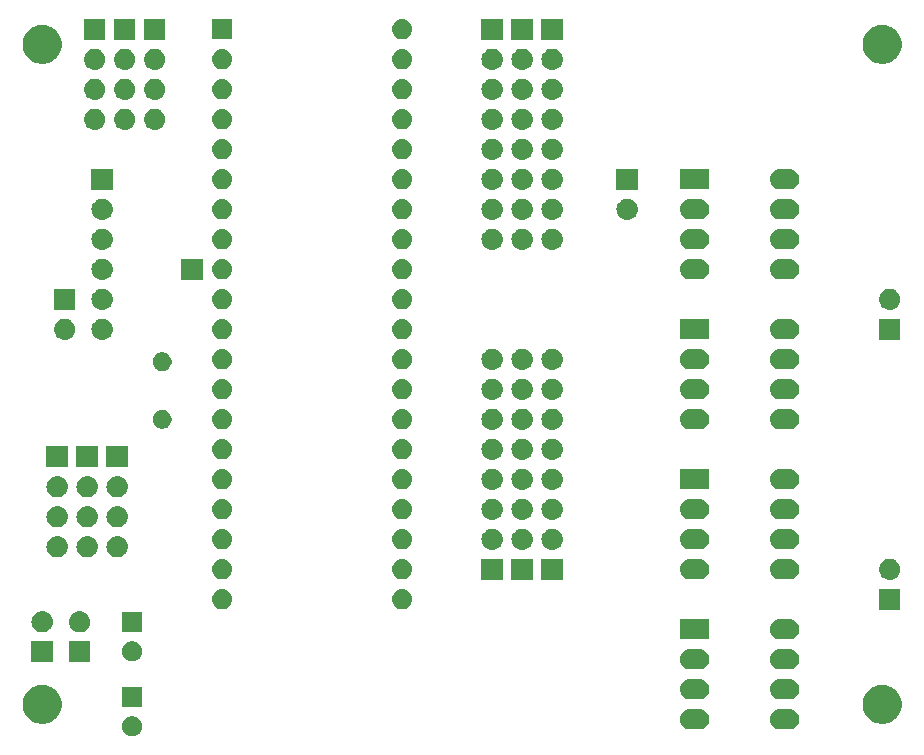
<source format=gbs>
G04 #@! TF.GenerationSoftware,KiCad,Pcbnew,5.0.1-33cea8e~68~ubuntu18.04.1*
G04 #@! TF.CreationDate,2018-11-06T23:46:24+01:00*
G04 #@! TF.ProjectId,microcontrollerBoard,6D6963726F636F6E74726F6C6C657242,rev?*
G04 #@! TF.SameCoordinates,Original*
G04 #@! TF.FileFunction,Soldermask,Bot*
G04 #@! TF.FilePolarity,Negative*
%FSLAX46Y46*%
G04 Gerber Fmt 4.6, Leading zero omitted, Abs format (unit mm)*
G04 Created by KiCad (PCBNEW 5.0.1-33cea8e~68~ubuntu18.04.1) date mar 06 nov 2018 23:46:24 CET*
%MOMM*%
%LPD*%
G01*
G04 APERTURE LIST*
%ADD10C,0.100000*%
G04 APERTURE END LIST*
D10*
G36*
X86608228Y-111536703D02*
X86763100Y-111600853D01*
X86902481Y-111693985D01*
X87021015Y-111812519D01*
X87114147Y-111951900D01*
X87178297Y-112106772D01*
X87211000Y-112271184D01*
X87211000Y-112438816D01*
X87178297Y-112603228D01*
X87114147Y-112758100D01*
X87021015Y-112897481D01*
X86902481Y-113016015D01*
X86763100Y-113109147D01*
X86608228Y-113173297D01*
X86443816Y-113206000D01*
X86276184Y-113206000D01*
X86111772Y-113173297D01*
X85956900Y-113109147D01*
X85817519Y-113016015D01*
X85698985Y-112897481D01*
X85605853Y-112758100D01*
X85541703Y-112603228D01*
X85509000Y-112438816D01*
X85509000Y-112271184D01*
X85541703Y-112106772D01*
X85605853Y-111951900D01*
X85698985Y-111812519D01*
X85817519Y-111693985D01*
X85956900Y-111600853D01*
X86111772Y-111536703D01*
X86276184Y-111504000D01*
X86443816Y-111504000D01*
X86608228Y-111536703D01*
X86608228Y-111536703D01*
G37*
G36*
X142171821Y-110921313D02*
X142171824Y-110921314D01*
X142171825Y-110921314D01*
X142332239Y-110969975D01*
X142332241Y-110969976D01*
X142332244Y-110969977D01*
X142480078Y-111048995D01*
X142609659Y-111155341D01*
X142716005Y-111284922D01*
X142795023Y-111432756D01*
X142795024Y-111432759D01*
X142795025Y-111432761D01*
X142828299Y-111542451D01*
X142843687Y-111593179D01*
X142860117Y-111760000D01*
X142843687Y-111926821D01*
X142843686Y-111926824D01*
X142843686Y-111926825D01*
X142836080Y-111951900D01*
X142795023Y-112087244D01*
X142716005Y-112235078D01*
X142609659Y-112364659D01*
X142480078Y-112471005D01*
X142332244Y-112550023D01*
X142332241Y-112550024D01*
X142332239Y-112550025D01*
X142171825Y-112598686D01*
X142171824Y-112598686D01*
X142171821Y-112598687D01*
X142046804Y-112611000D01*
X141163196Y-112611000D01*
X141038179Y-112598687D01*
X141038176Y-112598686D01*
X141038175Y-112598686D01*
X140877761Y-112550025D01*
X140877759Y-112550024D01*
X140877756Y-112550023D01*
X140729922Y-112471005D01*
X140600341Y-112364659D01*
X140493995Y-112235078D01*
X140414977Y-112087244D01*
X140373921Y-111951900D01*
X140366314Y-111926825D01*
X140366314Y-111926824D01*
X140366313Y-111926821D01*
X140349883Y-111760000D01*
X140366313Y-111593179D01*
X140381701Y-111542451D01*
X140414975Y-111432761D01*
X140414976Y-111432759D01*
X140414977Y-111432756D01*
X140493995Y-111284922D01*
X140600341Y-111155341D01*
X140729922Y-111048995D01*
X140877756Y-110969977D01*
X140877759Y-110969976D01*
X140877761Y-110969975D01*
X141038175Y-110921314D01*
X141038176Y-110921314D01*
X141038179Y-110921313D01*
X141163196Y-110909000D01*
X142046804Y-110909000D01*
X142171821Y-110921313D01*
X142171821Y-110921313D01*
G37*
G36*
X134551821Y-110921313D02*
X134551824Y-110921314D01*
X134551825Y-110921314D01*
X134712239Y-110969975D01*
X134712241Y-110969976D01*
X134712244Y-110969977D01*
X134860078Y-111048995D01*
X134989659Y-111155341D01*
X135096005Y-111284922D01*
X135175023Y-111432756D01*
X135175024Y-111432759D01*
X135175025Y-111432761D01*
X135208299Y-111542451D01*
X135223687Y-111593179D01*
X135240117Y-111760000D01*
X135223687Y-111926821D01*
X135223686Y-111926824D01*
X135223686Y-111926825D01*
X135216080Y-111951900D01*
X135175023Y-112087244D01*
X135096005Y-112235078D01*
X134989659Y-112364659D01*
X134860078Y-112471005D01*
X134712244Y-112550023D01*
X134712241Y-112550024D01*
X134712239Y-112550025D01*
X134551825Y-112598686D01*
X134551824Y-112598686D01*
X134551821Y-112598687D01*
X134426804Y-112611000D01*
X133543196Y-112611000D01*
X133418179Y-112598687D01*
X133418176Y-112598686D01*
X133418175Y-112598686D01*
X133257761Y-112550025D01*
X133257759Y-112550024D01*
X133257756Y-112550023D01*
X133109922Y-112471005D01*
X132980341Y-112364659D01*
X132873995Y-112235078D01*
X132794977Y-112087244D01*
X132753921Y-111951900D01*
X132746314Y-111926825D01*
X132746314Y-111926824D01*
X132746313Y-111926821D01*
X132729883Y-111760000D01*
X132746313Y-111593179D01*
X132761701Y-111542451D01*
X132794975Y-111432761D01*
X132794976Y-111432759D01*
X132794977Y-111432756D01*
X132873995Y-111284922D01*
X132980341Y-111155341D01*
X133109922Y-111048995D01*
X133257756Y-110969977D01*
X133257759Y-110969976D01*
X133257761Y-110969975D01*
X133418175Y-110921314D01*
X133418176Y-110921314D01*
X133418179Y-110921313D01*
X133543196Y-110909000D01*
X134426804Y-110909000D01*
X134551821Y-110921313D01*
X134551821Y-110921313D01*
G37*
G36*
X150235256Y-108881298D02*
X150341579Y-108902447D01*
X150642042Y-109026903D01*
X150908852Y-109205180D01*
X150912454Y-109207587D01*
X151142413Y-109437546D01*
X151142415Y-109437549D01*
X151323097Y-109707958D01*
X151447553Y-110008421D01*
X151511000Y-110327391D01*
X151511000Y-110652609D01*
X151447872Y-110969977D01*
X151447553Y-110971578D01*
X151323098Y-111272040D01*
X151142413Y-111542454D01*
X150912454Y-111772413D01*
X150912451Y-111772415D01*
X150642042Y-111953097D01*
X150341579Y-112077553D01*
X150235256Y-112098702D01*
X150022611Y-112141000D01*
X149697389Y-112141000D01*
X149484744Y-112098702D01*
X149378421Y-112077553D01*
X149077958Y-111953097D01*
X148807549Y-111772415D01*
X148807546Y-111772413D01*
X148577587Y-111542454D01*
X148396902Y-111272040D01*
X148272447Y-110971578D01*
X148272129Y-110969977D01*
X148209000Y-110652609D01*
X148209000Y-110327391D01*
X148272447Y-110008421D01*
X148396903Y-109707958D01*
X148577585Y-109437549D01*
X148577587Y-109437546D01*
X148807546Y-109207587D01*
X148811148Y-109205180D01*
X149077958Y-109026903D01*
X149378421Y-108902447D01*
X149484744Y-108881298D01*
X149697389Y-108839000D01*
X150022611Y-108839000D01*
X150235256Y-108881298D01*
X150235256Y-108881298D01*
G37*
G36*
X79115256Y-108881298D02*
X79221579Y-108902447D01*
X79522042Y-109026903D01*
X79788852Y-109205180D01*
X79792454Y-109207587D01*
X80022413Y-109437546D01*
X80022415Y-109437549D01*
X80203097Y-109707958D01*
X80327553Y-110008421D01*
X80391000Y-110327391D01*
X80391000Y-110652609D01*
X80327872Y-110969977D01*
X80327553Y-110971578D01*
X80203098Y-111272040D01*
X80022413Y-111542454D01*
X79792454Y-111772413D01*
X79792451Y-111772415D01*
X79522042Y-111953097D01*
X79221579Y-112077553D01*
X79115256Y-112098702D01*
X78902611Y-112141000D01*
X78577389Y-112141000D01*
X78364744Y-112098702D01*
X78258421Y-112077553D01*
X77957958Y-111953097D01*
X77687549Y-111772415D01*
X77687546Y-111772413D01*
X77457587Y-111542454D01*
X77276902Y-111272040D01*
X77152447Y-110971578D01*
X77152129Y-110969977D01*
X77089000Y-110652609D01*
X77089000Y-110327391D01*
X77152447Y-110008421D01*
X77276903Y-109707958D01*
X77457585Y-109437549D01*
X77457587Y-109437546D01*
X77687546Y-109207587D01*
X77691148Y-109205180D01*
X77957958Y-109026903D01*
X78258421Y-108902447D01*
X78364744Y-108881298D01*
X78577389Y-108839000D01*
X78902611Y-108839000D01*
X79115256Y-108881298D01*
X79115256Y-108881298D01*
G37*
G36*
X87211000Y-110706000D02*
X85509000Y-110706000D01*
X85509000Y-109004000D01*
X87211000Y-109004000D01*
X87211000Y-110706000D01*
X87211000Y-110706000D01*
G37*
G36*
X142171821Y-108381313D02*
X142171824Y-108381314D01*
X142171825Y-108381314D01*
X142332239Y-108429975D01*
X142332241Y-108429976D01*
X142332244Y-108429977D01*
X142480078Y-108508995D01*
X142609659Y-108615341D01*
X142716005Y-108744922D01*
X142795023Y-108892756D01*
X142843687Y-109053179D01*
X142860117Y-109220000D01*
X142843687Y-109386821D01*
X142795023Y-109547244D01*
X142716005Y-109695078D01*
X142609659Y-109824659D01*
X142480078Y-109931005D01*
X142332244Y-110010023D01*
X142332241Y-110010024D01*
X142332239Y-110010025D01*
X142171825Y-110058686D01*
X142171824Y-110058686D01*
X142171821Y-110058687D01*
X142046804Y-110071000D01*
X141163196Y-110071000D01*
X141038179Y-110058687D01*
X141038176Y-110058686D01*
X141038175Y-110058686D01*
X140877761Y-110010025D01*
X140877759Y-110010024D01*
X140877756Y-110010023D01*
X140729922Y-109931005D01*
X140600341Y-109824659D01*
X140493995Y-109695078D01*
X140414977Y-109547244D01*
X140366313Y-109386821D01*
X140349883Y-109220000D01*
X140366313Y-109053179D01*
X140414977Y-108892756D01*
X140493995Y-108744922D01*
X140600341Y-108615341D01*
X140729922Y-108508995D01*
X140877756Y-108429977D01*
X140877759Y-108429976D01*
X140877761Y-108429975D01*
X141038175Y-108381314D01*
X141038176Y-108381314D01*
X141038179Y-108381313D01*
X141163196Y-108369000D01*
X142046804Y-108369000D01*
X142171821Y-108381313D01*
X142171821Y-108381313D01*
G37*
G36*
X134551821Y-108381313D02*
X134551824Y-108381314D01*
X134551825Y-108381314D01*
X134712239Y-108429975D01*
X134712241Y-108429976D01*
X134712244Y-108429977D01*
X134860078Y-108508995D01*
X134989659Y-108615341D01*
X135096005Y-108744922D01*
X135175023Y-108892756D01*
X135223687Y-109053179D01*
X135240117Y-109220000D01*
X135223687Y-109386821D01*
X135175023Y-109547244D01*
X135096005Y-109695078D01*
X134989659Y-109824659D01*
X134860078Y-109931005D01*
X134712244Y-110010023D01*
X134712241Y-110010024D01*
X134712239Y-110010025D01*
X134551825Y-110058686D01*
X134551824Y-110058686D01*
X134551821Y-110058687D01*
X134426804Y-110071000D01*
X133543196Y-110071000D01*
X133418179Y-110058687D01*
X133418176Y-110058686D01*
X133418175Y-110058686D01*
X133257761Y-110010025D01*
X133257759Y-110010024D01*
X133257756Y-110010023D01*
X133109922Y-109931005D01*
X132980341Y-109824659D01*
X132873995Y-109695078D01*
X132794977Y-109547244D01*
X132746313Y-109386821D01*
X132729883Y-109220000D01*
X132746313Y-109053179D01*
X132794977Y-108892756D01*
X132873995Y-108744922D01*
X132980341Y-108615341D01*
X133109922Y-108508995D01*
X133257756Y-108429977D01*
X133257759Y-108429976D01*
X133257761Y-108429975D01*
X133418175Y-108381314D01*
X133418176Y-108381314D01*
X133418179Y-108381313D01*
X133543196Y-108369000D01*
X134426804Y-108369000D01*
X134551821Y-108381313D01*
X134551821Y-108381313D01*
G37*
G36*
X134551821Y-105841313D02*
X134551824Y-105841314D01*
X134551825Y-105841314D01*
X134712239Y-105889975D01*
X134712241Y-105889976D01*
X134712244Y-105889977D01*
X134860078Y-105968995D01*
X134989659Y-106075341D01*
X135096005Y-106204922D01*
X135175023Y-106352756D01*
X135175024Y-106352759D01*
X135175025Y-106352761D01*
X135223686Y-106513175D01*
X135223687Y-106513179D01*
X135240117Y-106680000D01*
X135223687Y-106846821D01*
X135223686Y-106846824D01*
X135223686Y-106846825D01*
X135193602Y-106946000D01*
X135175023Y-107007244D01*
X135096005Y-107155078D01*
X134989659Y-107284659D01*
X134860078Y-107391005D01*
X134712244Y-107470023D01*
X134712241Y-107470024D01*
X134712239Y-107470025D01*
X134551825Y-107518686D01*
X134551824Y-107518686D01*
X134551821Y-107518687D01*
X134426804Y-107531000D01*
X133543196Y-107531000D01*
X133418179Y-107518687D01*
X133418176Y-107518686D01*
X133418175Y-107518686D01*
X133257761Y-107470025D01*
X133257759Y-107470024D01*
X133257756Y-107470023D01*
X133109922Y-107391005D01*
X132980341Y-107284659D01*
X132873995Y-107155078D01*
X132794977Y-107007244D01*
X132776399Y-106946000D01*
X132746314Y-106846825D01*
X132746314Y-106846824D01*
X132746313Y-106846821D01*
X132729883Y-106680000D01*
X132746313Y-106513179D01*
X132746314Y-106513175D01*
X132794975Y-106352761D01*
X132794976Y-106352759D01*
X132794977Y-106352756D01*
X132873995Y-106204922D01*
X132980341Y-106075341D01*
X133109922Y-105968995D01*
X133257756Y-105889977D01*
X133257759Y-105889976D01*
X133257761Y-105889975D01*
X133418175Y-105841314D01*
X133418176Y-105841314D01*
X133418179Y-105841313D01*
X133543196Y-105829000D01*
X134426804Y-105829000D01*
X134551821Y-105841313D01*
X134551821Y-105841313D01*
G37*
G36*
X142171821Y-105841313D02*
X142171824Y-105841314D01*
X142171825Y-105841314D01*
X142332239Y-105889975D01*
X142332241Y-105889976D01*
X142332244Y-105889977D01*
X142480078Y-105968995D01*
X142609659Y-106075341D01*
X142716005Y-106204922D01*
X142795023Y-106352756D01*
X142795024Y-106352759D01*
X142795025Y-106352761D01*
X142843686Y-106513175D01*
X142843687Y-106513179D01*
X142860117Y-106680000D01*
X142843687Y-106846821D01*
X142843686Y-106846824D01*
X142843686Y-106846825D01*
X142813602Y-106946000D01*
X142795023Y-107007244D01*
X142716005Y-107155078D01*
X142609659Y-107284659D01*
X142480078Y-107391005D01*
X142332244Y-107470023D01*
X142332241Y-107470024D01*
X142332239Y-107470025D01*
X142171825Y-107518686D01*
X142171824Y-107518686D01*
X142171821Y-107518687D01*
X142046804Y-107531000D01*
X141163196Y-107531000D01*
X141038179Y-107518687D01*
X141038176Y-107518686D01*
X141038175Y-107518686D01*
X140877761Y-107470025D01*
X140877759Y-107470024D01*
X140877756Y-107470023D01*
X140729922Y-107391005D01*
X140600341Y-107284659D01*
X140493995Y-107155078D01*
X140414977Y-107007244D01*
X140396399Y-106946000D01*
X140366314Y-106846825D01*
X140366314Y-106846824D01*
X140366313Y-106846821D01*
X140349883Y-106680000D01*
X140366313Y-106513179D01*
X140366314Y-106513175D01*
X140414975Y-106352761D01*
X140414976Y-106352759D01*
X140414977Y-106352756D01*
X140493995Y-106204922D01*
X140600341Y-106075341D01*
X140729922Y-105968995D01*
X140877756Y-105889977D01*
X140877759Y-105889976D01*
X140877761Y-105889975D01*
X141038175Y-105841314D01*
X141038176Y-105841314D01*
X141038179Y-105841313D01*
X141163196Y-105829000D01*
X142046804Y-105829000D01*
X142171821Y-105841313D01*
X142171821Y-105841313D01*
G37*
G36*
X82816000Y-106946000D02*
X81014000Y-106946000D01*
X81014000Y-105144000D01*
X82816000Y-105144000D01*
X82816000Y-106946000D01*
X82816000Y-106946000D01*
G37*
G36*
X79641000Y-106946000D02*
X77839000Y-106946000D01*
X77839000Y-105144000D01*
X79641000Y-105144000D01*
X79641000Y-106946000D01*
X79641000Y-106946000D01*
G37*
G36*
X86608228Y-105186703D02*
X86763100Y-105250853D01*
X86902481Y-105343985D01*
X87021015Y-105462519D01*
X87114147Y-105601900D01*
X87178297Y-105756772D01*
X87211000Y-105921184D01*
X87211000Y-106088816D01*
X87178297Y-106253228D01*
X87114147Y-106408100D01*
X87021015Y-106547481D01*
X86902481Y-106666015D01*
X86763100Y-106759147D01*
X86608228Y-106823297D01*
X86443816Y-106856000D01*
X86276184Y-106856000D01*
X86111772Y-106823297D01*
X85956900Y-106759147D01*
X85817519Y-106666015D01*
X85698985Y-106547481D01*
X85605853Y-106408100D01*
X85541703Y-106253228D01*
X85509000Y-106088816D01*
X85509000Y-105921184D01*
X85541703Y-105756772D01*
X85605853Y-105601900D01*
X85698985Y-105462519D01*
X85817519Y-105343985D01*
X85956900Y-105250853D01*
X86111772Y-105186703D01*
X86276184Y-105154000D01*
X86443816Y-105154000D01*
X86608228Y-105186703D01*
X86608228Y-105186703D01*
G37*
G36*
X135236000Y-104991000D02*
X132734000Y-104991000D01*
X132734000Y-103289000D01*
X135236000Y-103289000D01*
X135236000Y-104991000D01*
X135236000Y-104991000D01*
G37*
G36*
X142171821Y-103301313D02*
X142171824Y-103301314D01*
X142171825Y-103301314D01*
X142332239Y-103349975D01*
X142332241Y-103349976D01*
X142332244Y-103349977D01*
X142480078Y-103428995D01*
X142609659Y-103535341D01*
X142716005Y-103664922D01*
X142795023Y-103812756D01*
X142843687Y-103973179D01*
X142860117Y-104140000D01*
X142843687Y-104306821D01*
X142843686Y-104306824D01*
X142843686Y-104306825D01*
X142813602Y-104406000D01*
X142795023Y-104467244D01*
X142716005Y-104615078D01*
X142609659Y-104744659D01*
X142480078Y-104851005D01*
X142332244Y-104930023D01*
X142332241Y-104930024D01*
X142332239Y-104930025D01*
X142171825Y-104978686D01*
X142171824Y-104978686D01*
X142171821Y-104978687D01*
X142046804Y-104991000D01*
X141163196Y-104991000D01*
X141038179Y-104978687D01*
X141038176Y-104978686D01*
X141038175Y-104978686D01*
X140877761Y-104930025D01*
X140877759Y-104930024D01*
X140877756Y-104930023D01*
X140729922Y-104851005D01*
X140600341Y-104744659D01*
X140493995Y-104615078D01*
X140414977Y-104467244D01*
X140396399Y-104406000D01*
X140366314Y-104306825D01*
X140366314Y-104306824D01*
X140366313Y-104306821D01*
X140349883Y-104140000D01*
X140366313Y-103973179D01*
X140414977Y-103812756D01*
X140493995Y-103664922D01*
X140600341Y-103535341D01*
X140729922Y-103428995D01*
X140877756Y-103349977D01*
X140877759Y-103349976D01*
X140877761Y-103349975D01*
X141038175Y-103301314D01*
X141038176Y-103301314D01*
X141038179Y-103301313D01*
X141163196Y-103289000D01*
X142046804Y-103289000D01*
X142171821Y-103301313D01*
X142171821Y-103301313D01*
G37*
G36*
X78850442Y-102610518D02*
X78916627Y-102617037D01*
X79029853Y-102651384D01*
X79086467Y-102668557D01*
X79225087Y-102742652D01*
X79242991Y-102752222D01*
X79278729Y-102781552D01*
X79380186Y-102864814D01*
X79463448Y-102966271D01*
X79492778Y-103002009D01*
X79492779Y-103002011D01*
X79576443Y-103158533D01*
X79576443Y-103158534D01*
X79627963Y-103328373D01*
X79645359Y-103505000D01*
X79627963Y-103681627D01*
X79593616Y-103794853D01*
X79576443Y-103851467D01*
X79511388Y-103973175D01*
X79492778Y-104007991D01*
X79463448Y-104043729D01*
X79380186Y-104145186D01*
X79278729Y-104228448D01*
X79242991Y-104257778D01*
X79242989Y-104257779D01*
X79086467Y-104341443D01*
X79038478Y-104356000D01*
X78916627Y-104392963D01*
X78850442Y-104399482D01*
X78784260Y-104406000D01*
X78695740Y-104406000D01*
X78629558Y-104399482D01*
X78563373Y-104392963D01*
X78441522Y-104356000D01*
X78393533Y-104341443D01*
X78237011Y-104257779D01*
X78237009Y-104257778D01*
X78201271Y-104228448D01*
X78099814Y-104145186D01*
X78016552Y-104043729D01*
X77987222Y-104007991D01*
X77968612Y-103973175D01*
X77903557Y-103851467D01*
X77886384Y-103794853D01*
X77852037Y-103681627D01*
X77834641Y-103505000D01*
X77852037Y-103328373D01*
X77903557Y-103158534D01*
X77903557Y-103158533D01*
X77987221Y-103002011D01*
X77987222Y-103002009D01*
X78016552Y-102966271D01*
X78099814Y-102864814D01*
X78201271Y-102781552D01*
X78237009Y-102752222D01*
X78254913Y-102742652D01*
X78393533Y-102668557D01*
X78450147Y-102651384D01*
X78563373Y-102617037D01*
X78629558Y-102610518D01*
X78695740Y-102604000D01*
X78784260Y-102604000D01*
X78850442Y-102610518D01*
X78850442Y-102610518D01*
G37*
G36*
X82025442Y-102610518D02*
X82091627Y-102617037D01*
X82204853Y-102651384D01*
X82261467Y-102668557D01*
X82400087Y-102742652D01*
X82417991Y-102752222D01*
X82453729Y-102781552D01*
X82555186Y-102864814D01*
X82638448Y-102966271D01*
X82667778Y-103002009D01*
X82667779Y-103002011D01*
X82751443Y-103158533D01*
X82751443Y-103158534D01*
X82802963Y-103328373D01*
X82820359Y-103505000D01*
X82802963Y-103681627D01*
X82768616Y-103794853D01*
X82751443Y-103851467D01*
X82686388Y-103973175D01*
X82667778Y-104007991D01*
X82638448Y-104043729D01*
X82555186Y-104145186D01*
X82453729Y-104228448D01*
X82417991Y-104257778D01*
X82417989Y-104257779D01*
X82261467Y-104341443D01*
X82213478Y-104356000D01*
X82091627Y-104392963D01*
X82025442Y-104399482D01*
X81959260Y-104406000D01*
X81870740Y-104406000D01*
X81804558Y-104399482D01*
X81738373Y-104392963D01*
X81616522Y-104356000D01*
X81568533Y-104341443D01*
X81412011Y-104257779D01*
X81412009Y-104257778D01*
X81376271Y-104228448D01*
X81274814Y-104145186D01*
X81191552Y-104043729D01*
X81162222Y-104007991D01*
X81143612Y-103973175D01*
X81078557Y-103851467D01*
X81061384Y-103794853D01*
X81027037Y-103681627D01*
X81009641Y-103505000D01*
X81027037Y-103328373D01*
X81078557Y-103158534D01*
X81078557Y-103158533D01*
X81162221Y-103002011D01*
X81162222Y-103002009D01*
X81191552Y-102966271D01*
X81274814Y-102864814D01*
X81376271Y-102781552D01*
X81412009Y-102752222D01*
X81429913Y-102742652D01*
X81568533Y-102668557D01*
X81625147Y-102651384D01*
X81738373Y-102617037D01*
X81804558Y-102610518D01*
X81870740Y-102604000D01*
X81959260Y-102604000D01*
X82025442Y-102610518D01*
X82025442Y-102610518D01*
G37*
G36*
X87211000Y-104356000D02*
X85509000Y-104356000D01*
X85509000Y-102654000D01*
X87211000Y-102654000D01*
X87211000Y-104356000D01*
X87211000Y-104356000D01*
G37*
G36*
X151396000Y-102501000D02*
X149594000Y-102501000D01*
X149594000Y-100699000D01*
X151396000Y-100699000D01*
X151396000Y-102501000D01*
X151396000Y-102501000D01*
G37*
G36*
X109386821Y-100761313D02*
X109386824Y-100761314D01*
X109386825Y-100761314D01*
X109547239Y-100809975D01*
X109547241Y-100809976D01*
X109547244Y-100809977D01*
X109695078Y-100888995D01*
X109824659Y-100995341D01*
X109931005Y-101124922D01*
X110010023Y-101272756D01*
X110058687Y-101433179D01*
X110075117Y-101600000D01*
X110058687Y-101766821D01*
X110010023Y-101927244D01*
X109931005Y-102075078D01*
X109824659Y-102204659D01*
X109695078Y-102311005D01*
X109547244Y-102390023D01*
X109547241Y-102390024D01*
X109547239Y-102390025D01*
X109386825Y-102438686D01*
X109386824Y-102438686D01*
X109386821Y-102438687D01*
X109261804Y-102451000D01*
X109178196Y-102451000D01*
X109053179Y-102438687D01*
X109053176Y-102438686D01*
X109053175Y-102438686D01*
X108892761Y-102390025D01*
X108892759Y-102390024D01*
X108892756Y-102390023D01*
X108744922Y-102311005D01*
X108615341Y-102204659D01*
X108508995Y-102075078D01*
X108429977Y-101927244D01*
X108381313Y-101766821D01*
X108364883Y-101600000D01*
X108381313Y-101433179D01*
X108429977Y-101272756D01*
X108508995Y-101124922D01*
X108615341Y-100995341D01*
X108744922Y-100888995D01*
X108892756Y-100809977D01*
X108892759Y-100809976D01*
X108892761Y-100809975D01*
X109053175Y-100761314D01*
X109053176Y-100761314D01*
X109053179Y-100761313D01*
X109178196Y-100749000D01*
X109261804Y-100749000D01*
X109386821Y-100761313D01*
X109386821Y-100761313D01*
G37*
G36*
X94146821Y-100761313D02*
X94146824Y-100761314D01*
X94146825Y-100761314D01*
X94307239Y-100809975D01*
X94307241Y-100809976D01*
X94307244Y-100809977D01*
X94455078Y-100888995D01*
X94584659Y-100995341D01*
X94691005Y-101124922D01*
X94770023Y-101272756D01*
X94818687Y-101433179D01*
X94835117Y-101600000D01*
X94818687Y-101766821D01*
X94770023Y-101927244D01*
X94691005Y-102075078D01*
X94584659Y-102204659D01*
X94455078Y-102311005D01*
X94307244Y-102390023D01*
X94307241Y-102390024D01*
X94307239Y-102390025D01*
X94146825Y-102438686D01*
X94146824Y-102438686D01*
X94146821Y-102438687D01*
X94021804Y-102451000D01*
X93938196Y-102451000D01*
X93813179Y-102438687D01*
X93813176Y-102438686D01*
X93813175Y-102438686D01*
X93652761Y-102390025D01*
X93652759Y-102390024D01*
X93652756Y-102390023D01*
X93504922Y-102311005D01*
X93375341Y-102204659D01*
X93268995Y-102075078D01*
X93189977Y-101927244D01*
X93141313Y-101766821D01*
X93124883Y-101600000D01*
X93141313Y-101433179D01*
X93189977Y-101272756D01*
X93268995Y-101124922D01*
X93375341Y-100995341D01*
X93504922Y-100888995D01*
X93652756Y-100809977D01*
X93652759Y-100809976D01*
X93652761Y-100809975D01*
X93813175Y-100761314D01*
X93813176Y-100761314D01*
X93813179Y-100761313D01*
X93938196Y-100749000D01*
X94021804Y-100749000D01*
X94146821Y-100761313D01*
X94146821Y-100761313D01*
G37*
G36*
X150605443Y-98165519D02*
X150671627Y-98172037D01*
X150784853Y-98206384D01*
X150841467Y-98223557D01*
X150928311Y-98269977D01*
X150997991Y-98307222D01*
X151033729Y-98336552D01*
X151135186Y-98419814D01*
X151218448Y-98521271D01*
X151247778Y-98557009D01*
X151247779Y-98557011D01*
X151331443Y-98713533D01*
X151348616Y-98770147D01*
X151382963Y-98883373D01*
X151400359Y-99060000D01*
X151382963Y-99236627D01*
X151348616Y-99349853D01*
X151331443Y-99406467D01*
X151262698Y-99535078D01*
X151247778Y-99562991D01*
X151218448Y-99598729D01*
X151135186Y-99700186D01*
X151033729Y-99783448D01*
X150997991Y-99812778D01*
X150997989Y-99812779D01*
X150841467Y-99896443D01*
X150834069Y-99898687D01*
X150671627Y-99947963D01*
X150605443Y-99954481D01*
X150539260Y-99961000D01*
X150450740Y-99961000D01*
X150384557Y-99954481D01*
X150318373Y-99947963D01*
X150155931Y-99898687D01*
X150148533Y-99896443D01*
X149992011Y-99812779D01*
X149992009Y-99812778D01*
X149956271Y-99783448D01*
X149854814Y-99700186D01*
X149771552Y-99598729D01*
X149742222Y-99562991D01*
X149727302Y-99535078D01*
X149658557Y-99406467D01*
X149641384Y-99349853D01*
X149607037Y-99236627D01*
X149589641Y-99060000D01*
X149607037Y-98883373D01*
X149641384Y-98770147D01*
X149658557Y-98713533D01*
X149742221Y-98557011D01*
X149742222Y-98557009D01*
X149771552Y-98521271D01*
X149854814Y-98419814D01*
X149956271Y-98336552D01*
X149992009Y-98307222D01*
X150061689Y-98269977D01*
X150148533Y-98223557D01*
X150205147Y-98206384D01*
X150318373Y-98172037D01*
X150384557Y-98165519D01*
X150450740Y-98159000D01*
X150539260Y-98159000D01*
X150605443Y-98165519D01*
X150605443Y-98165519D01*
G37*
G36*
X117741000Y-99961000D02*
X115939000Y-99961000D01*
X115939000Y-98159000D01*
X117741000Y-98159000D01*
X117741000Y-99961000D01*
X117741000Y-99961000D01*
G37*
G36*
X122821000Y-99961000D02*
X121019000Y-99961000D01*
X121019000Y-98159000D01*
X122821000Y-98159000D01*
X122821000Y-99961000D01*
X122821000Y-99961000D01*
G37*
G36*
X120281000Y-99961000D02*
X118479000Y-99961000D01*
X118479000Y-98159000D01*
X120281000Y-98159000D01*
X120281000Y-99961000D01*
X120281000Y-99961000D01*
G37*
G36*
X94146821Y-98221313D02*
X94146824Y-98221314D01*
X94146825Y-98221314D01*
X94307239Y-98269975D01*
X94307241Y-98269976D01*
X94307244Y-98269977D01*
X94455078Y-98348995D01*
X94584659Y-98455341D01*
X94691005Y-98584922D01*
X94770023Y-98732756D01*
X94770024Y-98732759D01*
X94770025Y-98732761D01*
X94815713Y-98883375D01*
X94818687Y-98893179D01*
X94835117Y-99060000D01*
X94818687Y-99226821D01*
X94818686Y-99226824D01*
X94818686Y-99226825D01*
X94815713Y-99236627D01*
X94770023Y-99387244D01*
X94691005Y-99535078D01*
X94584659Y-99664659D01*
X94455078Y-99771005D01*
X94307244Y-99850023D01*
X94307241Y-99850024D01*
X94307239Y-99850025D01*
X94146825Y-99898686D01*
X94146824Y-99898686D01*
X94146821Y-99898687D01*
X94021804Y-99911000D01*
X93938196Y-99911000D01*
X93813179Y-99898687D01*
X93813176Y-99898686D01*
X93813175Y-99898686D01*
X93652761Y-99850025D01*
X93652759Y-99850024D01*
X93652756Y-99850023D01*
X93504922Y-99771005D01*
X93375341Y-99664659D01*
X93268995Y-99535078D01*
X93189977Y-99387244D01*
X93144288Y-99236627D01*
X93141314Y-99226825D01*
X93141314Y-99226824D01*
X93141313Y-99226821D01*
X93124883Y-99060000D01*
X93141313Y-98893179D01*
X93144287Y-98883375D01*
X93189975Y-98732761D01*
X93189976Y-98732759D01*
X93189977Y-98732756D01*
X93268995Y-98584922D01*
X93375341Y-98455341D01*
X93504922Y-98348995D01*
X93652756Y-98269977D01*
X93652759Y-98269976D01*
X93652761Y-98269975D01*
X93813175Y-98221314D01*
X93813176Y-98221314D01*
X93813179Y-98221313D01*
X93938196Y-98209000D01*
X94021804Y-98209000D01*
X94146821Y-98221313D01*
X94146821Y-98221313D01*
G37*
G36*
X109386821Y-98221313D02*
X109386824Y-98221314D01*
X109386825Y-98221314D01*
X109547239Y-98269975D01*
X109547241Y-98269976D01*
X109547244Y-98269977D01*
X109695078Y-98348995D01*
X109824659Y-98455341D01*
X109931005Y-98584922D01*
X110010023Y-98732756D01*
X110010024Y-98732759D01*
X110010025Y-98732761D01*
X110055713Y-98883375D01*
X110058687Y-98893179D01*
X110075117Y-99060000D01*
X110058687Y-99226821D01*
X110058686Y-99226824D01*
X110058686Y-99226825D01*
X110055713Y-99236627D01*
X110010023Y-99387244D01*
X109931005Y-99535078D01*
X109824659Y-99664659D01*
X109695078Y-99771005D01*
X109547244Y-99850023D01*
X109547241Y-99850024D01*
X109547239Y-99850025D01*
X109386825Y-99898686D01*
X109386824Y-99898686D01*
X109386821Y-99898687D01*
X109261804Y-99911000D01*
X109178196Y-99911000D01*
X109053179Y-99898687D01*
X109053176Y-99898686D01*
X109053175Y-99898686D01*
X108892761Y-99850025D01*
X108892759Y-99850024D01*
X108892756Y-99850023D01*
X108744922Y-99771005D01*
X108615341Y-99664659D01*
X108508995Y-99535078D01*
X108429977Y-99387244D01*
X108384288Y-99236627D01*
X108381314Y-99226825D01*
X108381314Y-99226824D01*
X108381313Y-99226821D01*
X108364883Y-99060000D01*
X108381313Y-98893179D01*
X108384287Y-98883375D01*
X108429975Y-98732761D01*
X108429976Y-98732759D01*
X108429977Y-98732756D01*
X108508995Y-98584922D01*
X108615341Y-98455341D01*
X108744922Y-98348995D01*
X108892756Y-98269977D01*
X108892759Y-98269976D01*
X108892761Y-98269975D01*
X109053175Y-98221314D01*
X109053176Y-98221314D01*
X109053179Y-98221313D01*
X109178196Y-98209000D01*
X109261804Y-98209000D01*
X109386821Y-98221313D01*
X109386821Y-98221313D01*
G37*
G36*
X142171821Y-98221313D02*
X142171824Y-98221314D01*
X142171825Y-98221314D01*
X142332239Y-98269975D01*
X142332241Y-98269976D01*
X142332244Y-98269977D01*
X142480078Y-98348995D01*
X142609659Y-98455341D01*
X142716005Y-98584922D01*
X142795023Y-98732756D01*
X142795024Y-98732759D01*
X142795025Y-98732761D01*
X142840713Y-98883375D01*
X142843687Y-98893179D01*
X142860117Y-99060000D01*
X142843687Y-99226821D01*
X142843686Y-99226824D01*
X142843686Y-99226825D01*
X142840713Y-99236627D01*
X142795023Y-99387244D01*
X142716005Y-99535078D01*
X142609659Y-99664659D01*
X142480078Y-99771005D01*
X142332244Y-99850023D01*
X142332241Y-99850024D01*
X142332239Y-99850025D01*
X142171825Y-99898686D01*
X142171824Y-99898686D01*
X142171821Y-99898687D01*
X142046804Y-99911000D01*
X141163196Y-99911000D01*
X141038179Y-99898687D01*
X141038176Y-99898686D01*
X141038175Y-99898686D01*
X140877761Y-99850025D01*
X140877759Y-99850024D01*
X140877756Y-99850023D01*
X140729922Y-99771005D01*
X140600341Y-99664659D01*
X140493995Y-99535078D01*
X140414977Y-99387244D01*
X140369288Y-99236627D01*
X140366314Y-99226825D01*
X140366314Y-99226824D01*
X140366313Y-99226821D01*
X140349883Y-99060000D01*
X140366313Y-98893179D01*
X140369287Y-98883375D01*
X140414975Y-98732761D01*
X140414976Y-98732759D01*
X140414977Y-98732756D01*
X140493995Y-98584922D01*
X140600341Y-98455341D01*
X140729922Y-98348995D01*
X140877756Y-98269977D01*
X140877759Y-98269976D01*
X140877761Y-98269975D01*
X141038175Y-98221314D01*
X141038176Y-98221314D01*
X141038179Y-98221313D01*
X141163196Y-98209000D01*
X142046804Y-98209000D01*
X142171821Y-98221313D01*
X142171821Y-98221313D01*
G37*
G36*
X134551821Y-98221313D02*
X134551824Y-98221314D01*
X134551825Y-98221314D01*
X134712239Y-98269975D01*
X134712241Y-98269976D01*
X134712244Y-98269977D01*
X134860078Y-98348995D01*
X134989659Y-98455341D01*
X135096005Y-98584922D01*
X135175023Y-98732756D01*
X135175024Y-98732759D01*
X135175025Y-98732761D01*
X135220713Y-98883375D01*
X135223687Y-98893179D01*
X135240117Y-99060000D01*
X135223687Y-99226821D01*
X135223686Y-99226824D01*
X135223686Y-99226825D01*
X135220713Y-99236627D01*
X135175023Y-99387244D01*
X135096005Y-99535078D01*
X134989659Y-99664659D01*
X134860078Y-99771005D01*
X134712244Y-99850023D01*
X134712241Y-99850024D01*
X134712239Y-99850025D01*
X134551825Y-99898686D01*
X134551824Y-99898686D01*
X134551821Y-99898687D01*
X134426804Y-99911000D01*
X133543196Y-99911000D01*
X133418179Y-99898687D01*
X133418176Y-99898686D01*
X133418175Y-99898686D01*
X133257761Y-99850025D01*
X133257759Y-99850024D01*
X133257756Y-99850023D01*
X133109922Y-99771005D01*
X132980341Y-99664659D01*
X132873995Y-99535078D01*
X132794977Y-99387244D01*
X132749288Y-99236627D01*
X132746314Y-99226825D01*
X132746314Y-99226824D01*
X132746313Y-99226821D01*
X132729883Y-99060000D01*
X132746313Y-98893179D01*
X132749287Y-98883375D01*
X132794975Y-98732761D01*
X132794976Y-98732759D01*
X132794977Y-98732756D01*
X132873995Y-98584922D01*
X132980341Y-98455341D01*
X133109922Y-98348995D01*
X133257756Y-98269977D01*
X133257759Y-98269976D01*
X133257761Y-98269975D01*
X133418175Y-98221314D01*
X133418176Y-98221314D01*
X133418179Y-98221313D01*
X133543196Y-98209000D01*
X134426804Y-98209000D01*
X134551821Y-98221313D01*
X134551821Y-98221313D01*
G37*
G36*
X85200442Y-96260518D02*
X85266627Y-96267037D01*
X85379853Y-96301384D01*
X85436467Y-96318557D01*
X85501239Y-96353179D01*
X85592991Y-96402222D01*
X85628729Y-96431552D01*
X85730186Y-96514814D01*
X85813448Y-96616271D01*
X85842778Y-96652009D01*
X85842779Y-96652011D01*
X85926443Y-96808533D01*
X85926443Y-96808534D01*
X85977963Y-96978373D01*
X85995359Y-97155000D01*
X85977963Y-97331627D01*
X85969754Y-97358687D01*
X85926443Y-97501467D01*
X85852348Y-97640087D01*
X85842778Y-97657991D01*
X85813448Y-97693729D01*
X85730186Y-97795186D01*
X85628729Y-97878448D01*
X85592991Y-97907778D01*
X85592989Y-97907779D01*
X85436467Y-97991443D01*
X85379853Y-98008616D01*
X85266627Y-98042963D01*
X85200443Y-98049481D01*
X85134260Y-98056000D01*
X85045740Y-98056000D01*
X84979557Y-98049481D01*
X84913373Y-98042963D01*
X84800147Y-98008616D01*
X84743533Y-97991443D01*
X84587011Y-97907779D01*
X84587009Y-97907778D01*
X84551271Y-97878448D01*
X84449814Y-97795186D01*
X84366552Y-97693729D01*
X84337222Y-97657991D01*
X84327652Y-97640087D01*
X84253557Y-97501467D01*
X84210246Y-97358687D01*
X84202037Y-97331627D01*
X84184641Y-97155000D01*
X84202037Y-96978373D01*
X84253557Y-96808534D01*
X84253557Y-96808533D01*
X84337221Y-96652011D01*
X84337222Y-96652009D01*
X84366552Y-96616271D01*
X84449814Y-96514814D01*
X84551271Y-96431552D01*
X84587009Y-96402222D01*
X84678761Y-96353179D01*
X84743533Y-96318557D01*
X84800147Y-96301384D01*
X84913373Y-96267037D01*
X84979558Y-96260518D01*
X85045740Y-96254000D01*
X85134260Y-96254000D01*
X85200442Y-96260518D01*
X85200442Y-96260518D01*
G37*
G36*
X80120442Y-96260518D02*
X80186627Y-96267037D01*
X80299853Y-96301384D01*
X80356467Y-96318557D01*
X80421239Y-96353179D01*
X80512991Y-96402222D01*
X80548729Y-96431552D01*
X80650186Y-96514814D01*
X80733448Y-96616271D01*
X80762778Y-96652009D01*
X80762779Y-96652011D01*
X80846443Y-96808533D01*
X80846443Y-96808534D01*
X80897963Y-96978373D01*
X80915359Y-97155000D01*
X80897963Y-97331627D01*
X80889754Y-97358687D01*
X80846443Y-97501467D01*
X80772348Y-97640087D01*
X80762778Y-97657991D01*
X80733448Y-97693729D01*
X80650186Y-97795186D01*
X80548729Y-97878448D01*
X80512991Y-97907778D01*
X80512989Y-97907779D01*
X80356467Y-97991443D01*
X80299853Y-98008616D01*
X80186627Y-98042963D01*
X80120443Y-98049481D01*
X80054260Y-98056000D01*
X79965740Y-98056000D01*
X79899557Y-98049481D01*
X79833373Y-98042963D01*
X79720147Y-98008616D01*
X79663533Y-97991443D01*
X79507011Y-97907779D01*
X79507009Y-97907778D01*
X79471271Y-97878448D01*
X79369814Y-97795186D01*
X79286552Y-97693729D01*
X79257222Y-97657991D01*
X79247652Y-97640087D01*
X79173557Y-97501467D01*
X79130246Y-97358687D01*
X79122037Y-97331627D01*
X79104641Y-97155000D01*
X79122037Y-96978373D01*
X79173557Y-96808534D01*
X79173557Y-96808533D01*
X79257221Y-96652011D01*
X79257222Y-96652009D01*
X79286552Y-96616271D01*
X79369814Y-96514814D01*
X79471271Y-96431552D01*
X79507009Y-96402222D01*
X79598761Y-96353179D01*
X79663533Y-96318557D01*
X79720147Y-96301384D01*
X79833373Y-96267037D01*
X79899558Y-96260518D01*
X79965740Y-96254000D01*
X80054260Y-96254000D01*
X80120442Y-96260518D01*
X80120442Y-96260518D01*
G37*
G36*
X82660442Y-96260518D02*
X82726627Y-96267037D01*
X82839853Y-96301384D01*
X82896467Y-96318557D01*
X82961239Y-96353179D01*
X83052991Y-96402222D01*
X83088729Y-96431552D01*
X83190186Y-96514814D01*
X83273448Y-96616271D01*
X83302778Y-96652009D01*
X83302779Y-96652011D01*
X83386443Y-96808533D01*
X83386443Y-96808534D01*
X83437963Y-96978373D01*
X83455359Y-97155000D01*
X83437963Y-97331627D01*
X83429754Y-97358687D01*
X83386443Y-97501467D01*
X83312348Y-97640087D01*
X83302778Y-97657991D01*
X83273448Y-97693729D01*
X83190186Y-97795186D01*
X83088729Y-97878448D01*
X83052991Y-97907778D01*
X83052989Y-97907779D01*
X82896467Y-97991443D01*
X82839853Y-98008616D01*
X82726627Y-98042963D01*
X82660443Y-98049481D01*
X82594260Y-98056000D01*
X82505740Y-98056000D01*
X82439557Y-98049481D01*
X82373373Y-98042963D01*
X82260147Y-98008616D01*
X82203533Y-97991443D01*
X82047011Y-97907779D01*
X82047009Y-97907778D01*
X82011271Y-97878448D01*
X81909814Y-97795186D01*
X81826552Y-97693729D01*
X81797222Y-97657991D01*
X81787652Y-97640087D01*
X81713557Y-97501467D01*
X81670246Y-97358687D01*
X81662037Y-97331627D01*
X81644641Y-97155000D01*
X81662037Y-96978373D01*
X81713557Y-96808534D01*
X81713557Y-96808533D01*
X81797221Y-96652011D01*
X81797222Y-96652009D01*
X81826552Y-96616271D01*
X81909814Y-96514814D01*
X82011271Y-96431552D01*
X82047009Y-96402222D01*
X82138761Y-96353179D01*
X82203533Y-96318557D01*
X82260147Y-96301384D01*
X82373373Y-96267037D01*
X82439558Y-96260518D01*
X82505740Y-96254000D01*
X82594260Y-96254000D01*
X82660442Y-96260518D01*
X82660442Y-96260518D01*
G37*
G36*
X116950442Y-95625518D02*
X117016627Y-95632037D01*
X117129853Y-95666384D01*
X117186467Y-95683557D01*
X117273311Y-95729977D01*
X117342991Y-95767222D01*
X117378729Y-95796552D01*
X117480186Y-95879814D01*
X117563448Y-95981271D01*
X117592778Y-96017009D01*
X117592779Y-96017011D01*
X117676443Y-96173533D01*
X117693616Y-96230147D01*
X117727963Y-96343373D01*
X117745359Y-96520000D01*
X117727963Y-96696627D01*
X117694017Y-96808533D01*
X117676443Y-96866467D01*
X117616627Y-96978373D01*
X117592778Y-97022991D01*
X117563448Y-97058729D01*
X117480186Y-97160186D01*
X117378729Y-97243448D01*
X117342991Y-97272778D01*
X117342989Y-97272779D01*
X117186467Y-97356443D01*
X117179069Y-97358687D01*
X117016627Y-97407963D01*
X116950442Y-97414482D01*
X116884260Y-97421000D01*
X116795740Y-97421000D01*
X116729558Y-97414482D01*
X116663373Y-97407963D01*
X116500931Y-97358687D01*
X116493533Y-97356443D01*
X116337011Y-97272779D01*
X116337009Y-97272778D01*
X116301271Y-97243448D01*
X116199814Y-97160186D01*
X116116552Y-97058729D01*
X116087222Y-97022991D01*
X116063373Y-96978373D01*
X116003557Y-96866467D01*
X115985983Y-96808533D01*
X115952037Y-96696627D01*
X115934641Y-96520000D01*
X115952037Y-96343373D01*
X115986384Y-96230147D01*
X116003557Y-96173533D01*
X116087221Y-96017011D01*
X116087222Y-96017009D01*
X116116552Y-95981271D01*
X116199814Y-95879814D01*
X116301271Y-95796552D01*
X116337009Y-95767222D01*
X116406689Y-95729977D01*
X116493533Y-95683557D01*
X116550147Y-95666384D01*
X116663373Y-95632037D01*
X116729558Y-95625518D01*
X116795740Y-95619000D01*
X116884260Y-95619000D01*
X116950442Y-95625518D01*
X116950442Y-95625518D01*
G37*
G36*
X122030442Y-95625518D02*
X122096627Y-95632037D01*
X122209853Y-95666384D01*
X122266467Y-95683557D01*
X122353311Y-95729977D01*
X122422991Y-95767222D01*
X122458729Y-95796552D01*
X122560186Y-95879814D01*
X122643448Y-95981271D01*
X122672778Y-96017009D01*
X122672779Y-96017011D01*
X122756443Y-96173533D01*
X122773616Y-96230147D01*
X122807963Y-96343373D01*
X122825359Y-96520000D01*
X122807963Y-96696627D01*
X122774017Y-96808533D01*
X122756443Y-96866467D01*
X122696627Y-96978373D01*
X122672778Y-97022991D01*
X122643448Y-97058729D01*
X122560186Y-97160186D01*
X122458729Y-97243448D01*
X122422991Y-97272778D01*
X122422989Y-97272779D01*
X122266467Y-97356443D01*
X122259069Y-97358687D01*
X122096627Y-97407963D01*
X122030442Y-97414482D01*
X121964260Y-97421000D01*
X121875740Y-97421000D01*
X121809558Y-97414482D01*
X121743373Y-97407963D01*
X121580931Y-97358687D01*
X121573533Y-97356443D01*
X121417011Y-97272779D01*
X121417009Y-97272778D01*
X121381271Y-97243448D01*
X121279814Y-97160186D01*
X121196552Y-97058729D01*
X121167222Y-97022991D01*
X121143373Y-96978373D01*
X121083557Y-96866467D01*
X121065983Y-96808533D01*
X121032037Y-96696627D01*
X121014641Y-96520000D01*
X121032037Y-96343373D01*
X121066384Y-96230147D01*
X121083557Y-96173533D01*
X121167221Y-96017011D01*
X121167222Y-96017009D01*
X121196552Y-95981271D01*
X121279814Y-95879814D01*
X121381271Y-95796552D01*
X121417009Y-95767222D01*
X121486689Y-95729977D01*
X121573533Y-95683557D01*
X121630147Y-95666384D01*
X121743373Y-95632037D01*
X121809558Y-95625518D01*
X121875740Y-95619000D01*
X121964260Y-95619000D01*
X122030442Y-95625518D01*
X122030442Y-95625518D01*
G37*
G36*
X119490442Y-95625518D02*
X119556627Y-95632037D01*
X119669853Y-95666384D01*
X119726467Y-95683557D01*
X119813311Y-95729977D01*
X119882991Y-95767222D01*
X119918729Y-95796552D01*
X120020186Y-95879814D01*
X120103448Y-95981271D01*
X120132778Y-96017009D01*
X120132779Y-96017011D01*
X120216443Y-96173533D01*
X120233616Y-96230147D01*
X120267963Y-96343373D01*
X120285359Y-96520000D01*
X120267963Y-96696627D01*
X120234017Y-96808533D01*
X120216443Y-96866467D01*
X120156627Y-96978373D01*
X120132778Y-97022991D01*
X120103448Y-97058729D01*
X120020186Y-97160186D01*
X119918729Y-97243448D01*
X119882991Y-97272778D01*
X119882989Y-97272779D01*
X119726467Y-97356443D01*
X119719069Y-97358687D01*
X119556627Y-97407963D01*
X119490442Y-97414482D01*
X119424260Y-97421000D01*
X119335740Y-97421000D01*
X119269558Y-97414482D01*
X119203373Y-97407963D01*
X119040931Y-97358687D01*
X119033533Y-97356443D01*
X118877011Y-97272779D01*
X118877009Y-97272778D01*
X118841271Y-97243448D01*
X118739814Y-97160186D01*
X118656552Y-97058729D01*
X118627222Y-97022991D01*
X118603373Y-96978373D01*
X118543557Y-96866467D01*
X118525983Y-96808533D01*
X118492037Y-96696627D01*
X118474641Y-96520000D01*
X118492037Y-96343373D01*
X118526384Y-96230147D01*
X118543557Y-96173533D01*
X118627221Y-96017011D01*
X118627222Y-96017009D01*
X118656552Y-95981271D01*
X118739814Y-95879814D01*
X118841271Y-95796552D01*
X118877009Y-95767222D01*
X118946689Y-95729977D01*
X119033533Y-95683557D01*
X119090147Y-95666384D01*
X119203373Y-95632037D01*
X119269558Y-95625518D01*
X119335740Y-95619000D01*
X119424260Y-95619000D01*
X119490442Y-95625518D01*
X119490442Y-95625518D01*
G37*
G36*
X142171821Y-95681313D02*
X142171824Y-95681314D01*
X142171825Y-95681314D01*
X142332239Y-95729975D01*
X142332241Y-95729976D01*
X142332244Y-95729977D01*
X142480078Y-95808995D01*
X142609659Y-95915341D01*
X142716005Y-96044922D01*
X142795023Y-96192756D01*
X142795024Y-96192759D01*
X142795025Y-96192761D01*
X142840713Y-96343375D01*
X142843687Y-96353179D01*
X142860117Y-96520000D01*
X142843687Y-96686821D01*
X142843686Y-96686824D01*
X142843686Y-96686825D01*
X142840713Y-96696627D01*
X142795023Y-96847244D01*
X142716005Y-96995078D01*
X142609659Y-97124659D01*
X142480078Y-97231005D01*
X142332244Y-97310023D01*
X142332241Y-97310024D01*
X142332239Y-97310025D01*
X142171825Y-97358686D01*
X142171824Y-97358686D01*
X142171821Y-97358687D01*
X142046804Y-97371000D01*
X141163196Y-97371000D01*
X141038179Y-97358687D01*
X141038176Y-97358686D01*
X141038175Y-97358686D01*
X140877761Y-97310025D01*
X140877759Y-97310024D01*
X140877756Y-97310023D01*
X140729922Y-97231005D01*
X140600341Y-97124659D01*
X140493995Y-96995078D01*
X140414977Y-96847244D01*
X140369288Y-96696627D01*
X140366314Y-96686825D01*
X140366314Y-96686824D01*
X140366313Y-96686821D01*
X140349883Y-96520000D01*
X140366313Y-96353179D01*
X140369287Y-96343375D01*
X140414975Y-96192761D01*
X140414976Y-96192759D01*
X140414977Y-96192756D01*
X140493995Y-96044922D01*
X140600341Y-95915341D01*
X140729922Y-95808995D01*
X140877756Y-95729977D01*
X140877759Y-95729976D01*
X140877761Y-95729975D01*
X141038175Y-95681314D01*
X141038176Y-95681314D01*
X141038179Y-95681313D01*
X141163196Y-95669000D01*
X142046804Y-95669000D01*
X142171821Y-95681313D01*
X142171821Y-95681313D01*
G37*
G36*
X94146821Y-95681313D02*
X94146824Y-95681314D01*
X94146825Y-95681314D01*
X94307239Y-95729975D01*
X94307241Y-95729976D01*
X94307244Y-95729977D01*
X94455078Y-95808995D01*
X94584659Y-95915341D01*
X94691005Y-96044922D01*
X94770023Y-96192756D01*
X94770024Y-96192759D01*
X94770025Y-96192761D01*
X94815713Y-96343375D01*
X94818687Y-96353179D01*
X94835117Y-96520000D01*
X94818687Y-96686821D01*
X94818686Y-96686824D01*
X94818686Y-96686825D01*
X94815713Y-96696627D01*
X94770023Y-96847244D01*
X94691005Y-96995078D01*
X94584659Y-97124659D01*
X94455078Y-97231005D01*
X94307244Y-97310023D01*
X94307241Y-97310024D01*
X94307239Y-97310025D01*
X94146825Y-97358686D01*
X94146824Y-97358686D01*
X94146821Y-97358687D01*
X94021804Y-97371000D01*
X93938196Y-97371000D01*
X93813179Y-97358687D01*
X93813176Y-97358686D01*
X93813175Y-97358686D01*
X93652761Y-97310025D01*
X93652759Y-97310024D01*
X93652756Y-97310023D01*
X93504922Y-97231005D01*
X93375341Y-97124659D01*
X93268995Y-96995078D01*
X93189977Y-96847244D01*
X93144288Y-96696627D01*
X93141314Y-96686825D01*
X93141314Y-96686824D01*
X93141313Y-96686821D01*
X93124883Y-96520000D01*
X93141313Y-96353179D01*
X93144287Y-96343375D01*
X93189975Y-96192761D01*
X93189976Y-96192759D01*
X93189977Y-96192756D01*
X93268995Y-96044922D01*
X93375341Y-95915341D01*
X93504922Y-95808995D01*
X93652756Y-95729977D01*
X93652759Y-95729976D01*
X93652761Y-95729975D01*
X93813175Y-95681314D01*
X93813176Y-95681314D01*
X93813179Y-95681313D01*
X93938196Y-95669000D01*
X94021804Y-95669000D01*
X94146821Y-95681313D01*
X94146821Y-95681313D01*
G37*
G36*
X134551821Y-95681313D02*
X134551824Y-95681314D01*
X134551825Y-95681314D01*
X134712239Y-95729975D01*
X134712241Y-95729976D01*
X134712244Y-95729977D01*
X134860078Y-95808995D01*
X134989659Y-95915341D01*
X135096005Y-96044922D01*
X135175023Y-96192756D01*
X135175024Y-96192759D01*
X135175025Y-96192761D01*
X135220713Y-96343375D01*
X135223687Y-96353179D01*
X135240117Y-96520000D01*
X135223687Y-96686821D01*
X135223686Y-96686824D01*
X135223686Y-96686825D01*
X135220713Y-96696627D01*
X135175023Y-96847244D01*
X135096005Y-96995078D01*
X134989659Y-97124659D01*
X134860078Y-97231005D01*
X134712244Y-97310023D01*
X134712241Y-97310024D01*
X134712239Y-97310025D01*
X134551825Y-97358686D01*
X134551824Y-97358686D01*
X134551821Y-97358687D01*
X134426804Y-97371000D01*
X133543196Y-97371000D01*
X133418179Y-97358687D01*
X133418176Y-97358686D01*
X133418175Y-97358686D01*
X133257761Y-97310025D01*
X133257759Y-97310024D01*
X133257756Y-97310023D01*
X133109922Y-97231005D01*
X132980341Y-97124659D01*
X132873995Y-96995078D01*
X132794977Y-96847244D01*
X132749288Y-96696627D01*
X132746314Y-96686825D01*
X132746314Y-96686824D01*
X132746313Y-96686821D01*
X132729883Y-96520000D01*
X132746313Y-96353179D01*
X132749287Y-96343375D01*
X132794975Y-96192761D01*
X132794976Y-96192759D01*
X132794977Y-96192756D01*
X132873995Y-96044922D01*
X132980341Y-95915341D01*
X133109922Y-95808995D01*
X133257756Y-95729977D01*
X133257759Y-95729976D01*
X133257761Y-95729975D01*
X133418175Y-95681314D01*
X133418176Y-95681314D01*
X133418179Y-95681313D01*
X133543196Y-95669000D01*
X134426804Y-95669000D01*
X134551821Y-95681313D01*
X134551821Y-95681313D01*
G37*
G36*
X109386821Y-95681313D02*
X109386824Y-95681314D01*
X109386825Y-95681314D01*
X109547239Y-95729975D01*
X109547241Y-95729976D01*
X109547244Y-95729977D01*
X109695078Y-95808995D01*
X109824659Y-95915341D01*
X109931005Y-96044922D01*
X110010023Y-96192756D01*
X110010024Y-96192759D01*
X110010025Y-96192761D01*
X110055713Y-96343375D01*
X110058687Y-96353179D01*
X110075117Y-96520000D01*
X110058687Y-96686821D01*
X110058686Y-96686824D01*
X110058686Y-96686825D01*
X110055713Y-96696627D01*
X110010023Y-96847244D01*
X109931005Y-96995078D01*
X109824659Y-97124659D01*
X109695078Y-97231005D01*
X109547244Y-97310023D01*
X109547241Y-97310024D01*
X109547239Y-97310025D01*
X109386825Y-97358686D01*
X109386824Y-97358686D01*
X109386821Y-97358687D01*
X109261804Y-97371000D01*
X109178196Y-97371000D01*
X109053179Y-97358687D01*
X109053176Y-97358686D01*
X109053175Y-97358686D01*
X108892761Y-97310025D01*
X108892759Y-97310024D01*
X108892756Y-97310023D01*
X108744922Y-97231005D01*
X108615341Y-97124659D01*
X108508995Y-96995078D01*
X108429977Y-96847244D01*
X108384288Y-96696627D01*
X108381314Y-96686825D01*
X108381314Y-96686824D01*
X108381313Y-96686821D01*
X108364883Y-96520000D01*
X108381313Y-96353179D01*
X108384287Y-96343375D01*
X108429975Y-96192761D01*
X108429976Y-96192759D01*
X108429977Y-96192756D01*
X108508995Y-96044922D01*
X108615341Y-95915341D01*
X108744922Y-95808995D01*
X108892756Y-95729977D01*
X108892759Y-95729976D01*
X108892761Y-95729975D01*
X109053175Y-95681314D01*
X109053176Y-95681314D01*
X109053179Y-95681313D01*
X109178196Y-95669000D01*
X109261804Y-95669000D01*
X109386821Y-95681313D01*
X109386821Y-95681313D01*
G37*
G36*
X85200443Y-93720519D02*
X85266627Y-93727037D01*
X85379853Y-93761384D01*
X85436467Y-93778557D01*
X85501239Y-93813179D01*
X85592991Y-93862222D01*
X85628729Y-93891552D01*
X85730186Y-93974814D01*
X85813448Y-94076271D01*
X85842778Y-94112009D01*
X85842779Y-94112011D01*
X85926443Y-94268533D01*
X85926443Y-94268534D01*
X85977963Y-94438373D01*
X85995359Y-94615000D01*
X85977963Y-94791627D01*
X85969754Y-94818687D01*
X85926443Y-94961467D01*
X85852348Y-95100087D01*
X85842778Y-95117991D01*
X85813448Y-95153729D01*
X85730186Y-95255186D01*
X85628729Y-95338448D01*
X85592991Y-95367778D01*
X85592989Y-95367779D01*
X85436467Y-95451443D01*
X85379853Y-95468616D01*
X85266627Y-95502963D01*
X85200443Y-95509481D01*
X85134260Y-95516000D01*
X85045740Y-95516000D01*
X84979557Y-95509481D01*
X84913373Y-95502963D01*
X84800147Y-95468616D01*
X84743533Y-95451443D01*
X84587011Y-95367779D01*
X84587009Y-95367778D01*
X84551271Y-95338448D01*
X84449814Y-95255186D01*
X84366552Y-95153729D01*
X84337222Y-95117991D01*
X84327652Y-95100087D01*
X84253557Y-94961467D01*
X84210246Y-94818687D01*
X84202037Y-94791627D01*
X84184641Y-94615000D01*
X84202037Y-94438373D01*
X84253557Y-94268534D01*
X84253557Y-94268533D01*
X84337221Y-94112011D01*
X84337222Y-94112009D01*
X84366552Y-94076271D01*
X84449814Y-93974814D01*
X84551271Y-93891552D01*
X84587009Y-93862222D01*
X84678761Y-93813179D01*
X84743533Y-93778557D01*
X84800147Y-93761384D01*
X84913373Y-93727037D01*
X84979557Y-93720519D01*
X85045740Y-93714000D01*
X85134260Y-93714000D01*
X85200443Y-93720519D01*
X85200443Y-93720519D01*
G37*
G36*
X80120443Y-93720519D02*
X80186627Y-93727037D01*
X80299853Y-93761384D01*
X80356467Y-93778557D01*
X80421239Y-93813179D01*
X80512991Y-93862222D01*
X80548729Y-93891552D01*
X80650186Y-93974814D01*
X80733448Y-94076271D01*
X80762778Y-94112009D01*
X80762779Y-94112011D01*
X80846443Y-94268533D01*
X80846443Y-94268534D01*
X80897963Y-94438373D01*
X80915359Y-94615000D01*
X80897963Y-94791627D01*
X80889754Y-94818687D01*
X80846443Y-94961467D01*
X80772348Y-95100087D01*
X80762778Y-95117991D01*
X80733448Y-95153729D01*
X80650186Y-95255186D01*
X80548729Y-95338448D01*
X80512991Y-95367778D01*
X80512989Y-95367779D01*
X80356467Y-95451443D01*
X80299853Y-95468616D01*
X80186627Y-95502963D01*
X80120443Y-95509481D01*
X80054260Y-95516000D01*
X79965740Y-95516000D01*
X79899557Y-95509481D01*
X79833373Y-95502963D01*
X79720147Y-95468616D01*
X79663533Y-95451443D01*
X79507011Y-95367779D01*
X79507009Y-95367778D01*
X79471271Y-95338448D01*
X79369814Y-95255186D01*
X79286552Y-95153729D01*
X79257222Y-95117991D01*
X79247652Y-95100087D01*
X79173557Y-94961467D01*
X79130246Y-94818687D01*
X79122037Y-94791627D01*
X79104641Y-94615000D01*
X79122037Y-94438373D01*
X79173557Y-94268534D01*
X79173557Y-94268533D01*
X79257221Y-94112011D01*
X79257222Y-94112009D01*
X79286552Y-94076271D01*
X79369814Y-93974814D01*
X79471271Y-93891552D01*
X79507009Y-93862222D01*
X79598761Y-93813179D01*
X79663533Y-93778557D01*
X79720147Y-93761384D01*
X79833373Y-93727037D01*
X79899557Y-93720519D01*
X79965740Y-93714000D01*
X80054260Y-93714000D01*
X80120443Y-93720519D01*
X80120443Y-93720519D01*
G37*
G36*
X82660443Y-93720519D02*
X82726627Y-93727037D01*
X82839853Y-93761384D01*
X82896467Y-93778557D01*
X82961239Y-93813179D01*
X83052991Y-93862222D01*
X83088729Y-93891552D01*
X83190186Y-93974814D01*
X83273448Y-94076271D01*
X83302778Y-94112009D01*
X83302779Y-94112011D01*
X83386443Y-94268533D01*
X83386443Y-94268534D01*
X83437963Y-94438373D01*
X83455359Y-94615000D01*
X83437963Y-94791627D01*
X83429754Y-94818687D01*
X83386443Y-94961467D01*
X83312348Y-95100087D01*
X83302778Y-95117991D01*
X83273448Y-95153729D01*
X83190186Y-95255186D01*
X83088729Y-95338448D01*
X83052991Y-95367778D01*
X83052989Y-95367779D01*
X82896467Y-95451443D01*
X82839853Y-95468616D01*
X82726627Y-95502963D01*
X82660443Y-95509481D01*
X82594260Y-95516000D01*
X82505740Y-95516000D01*
X82439557Y-95509481D01*
X82373373Y-95502963D01*
X82260147Y-95468616D01*
X82203533Y-95451443D01*
X82047011Y-95367779D01*
X82047009Y-95367778D01*
X82011271Y-95338448D01*
X81909814Y-95255186D01*
X81826552Y-95153729D01*
X81797222Y-95117991D01*
X81787652Y-95100087D01*
X81713557Y-94961467D01*
X81670246Y-94818687D01*
X81662037Y-94791627D01*
X81644641Y-94615000D01*
X81662037Y-94438373D01*
X81713557Y-94268534D01*
X81713557Y-94268533D01*
X81797221Y-94112011D01*
X81797222Y-94112009D01*
X81826552Y-94076271D01*
X81909814Y-93974814D01*
X82011271Y-93891552D01*
X82047009Y-93862222D01*
X82138761Y-93813179D01*
X82203533Y-93778557D01*
X82260147Y-93761384D01*
X82373373Y-93727037D01*
X82439557Y-93720519D01*
X82505740Y-93714000D01*
X82594260Y-93714000D01*
X82660443Y-93720519D01*
X82660443Y-93720519D01*
G37*
G36*
X116950443Y-93085519D02*
X117016627Y-93092037D01*
X117129853Y-93126384D01*
X117186467Y-93143557D01*
X117273311Y-93189977D01*
X117342991Y-93227222D01*
X117378729Y-93256552D01*
X117480186Y-93339814D01*
X117563448Y-93441271D01*
X117592778Y-93477009D01*
X117592779Y-93477011D01*
X117676443Y-93633533D01*
X117693616Y-93690147D01*
X117727963Y-93803373D01*
X117745359Y-93980000D01*
X117727963Y-94156627D01*
X117694017Y-94268533D01*
X117676443Y-94326467D01*
X117616627Y-94438373D01*
X117592778Y-94482991D01*
X117563448Y-94518729D01*
X117480186Y-94620186D01*
X117378729Y-94703448D01*
X117342991Y-94732778D01*
X117342989Y-94732779D01*
X117186467Y-94816443D01*
X117179069Y-94818687D01*
X117016627Y-94867963D01*
X116950443Y-94874481D01*
X116884260Y-94881000D01*
X116795740Y-94881000D01*
X116729557Y-94874481D01*
X116663373Y-94867963D01*
X116500931Y-94818687D01*
X116493533Y-94816443D01*
X116337011Y-94732779D01*
X116337009Y-94732778D01*
X116301271Y-94703448D01*
X116199814Y-94620186D01*
X116116552Y-94518729D01*
X116087222Y-94482991D01*
X116063373Y-94438373D01*
X116003557Y-94326467D01*
X115985983Y-94268533D01*
X115952037Y-94156627D01*
X115934641Y-93980000D01*
X115952037Y-93803373D01*
X115986384Y-93690147D01*
X116003557Y-93633533D01*
X116087221Y-93477011D01*
X116087222Y-93477009D01*
X116116552Y-93441271D01*
X116199814Y-93339814D01*
X116301271Y-93256552D01*
X116337009Y-93227222D01*
X116406689Y-93189977D01*
X116493533Y-93143557D01*
X116550147Y-93126384D01*
X116663373Y-93092037D01*
X116729557Y-93085519D01*
X116795740Y-93079000D01*
X116884260Y-93079000D01*
X116950443Y-93085519D01*
X116950443Y-93085519D01*
G37*
G36*
X119490443Y-93085519D02*
X119556627Y-93092037D01*
X119669853Y-93126384D01*
X119726467Y-93143557D01*
X119813311Y-93189977D01*
X119882991Y-93227222D01*
X119918729Y-93256552D01*
X120020186Y-93339814D01*
X120103448Y-93441271D01*
X120132778Y-93477009D01*
X120132779Y-93477011D01*
X120216443Y-93633533D01*
X120233616Y-93690147D01*
X120267963Y-93803373D01*
X120285359Y-93980000D01*
X120267963Y-94156627D01*
X120234017Y-94268533D01*
X120216443Y-94326467D01*
X120156627Y-94438373D01*
X120132778Y-94482991D01*
X120103448Y-94518729D01*
X120020186Y-94620186D01*
X119918729Y-94703448D01*
X119882991Y-94732778D01*
X119882989Y-94732779D01*
X119726467Y-94816443D01*
X119719069Y-94818687D01*
X119556627Y-94867963D01*
X119490443Y-94874481D01*
X119424260Y-94881000D01*
X119335740Y-94881000D01*
X119269557Y-94874481D01*
X119203373Y-94867963D01*
X119040931Y-94818687D01*
X119033533Y-94816443D01*
X118877011Y-94732779D01*
X118877009Y-94732778D01*
X118841271Y-94703448D01*
X118739814Y-94620186D01*
X118656552Y-94518729D01*
X118627222Y-94482991D01*
X118603373Y-94438373D01*
X118543557Y-94326467D01*
X118525983Y-94268533D01*
X118492037Y-94156627D01*
X118474641Y-93980000D01*
X118492037Y-93803373D01*
X118526384Y-93690147D01*
X118543557Y-93633533D01*
X118627221Y-93477011D01*
X118627222Y-93477009D01*
X118656552Y-93441271D01*
X118739814Y-93339814D01*
X118841271Y-93256552D01*
X118877009Y-93227222D01*
X118946689Y-93189977D01*
X119033533Y-93143557D01*
X119090147Y-93126384D01*
X119203373Y-93092037D01*
X119269557Y-93085519D01*
X119335740Y-93079000D01*
X119424260Y-93079000D01*
X119490443Y-93085519D01*
X119490443Y-93085519D01*
G37*
G36*
X122030443Y-93085519D02*
X122096627Y-93092037D01*
X122209853Y-93126384D01*
X122266467Y-93143557D01*
X122353311Y-93189977D01*
X122422991Y-93227222D01*
X122458729Y-93256552D01*
X122560186Y-93339814D01*
X122643448Y-93441271D01*
X122672778Y-93477009D01*
X122672779Y-93477011D01*
X122756443Y-93633533D01*
X122773616Y-93690147D01*
X122807963Y-93803373D01*
X122825359Y-93980000D01*
X122807963Y-94156627D01*
X122774017Y-94268533D01*
X122756443Y-94326467D01*
X122696627Y-94438373D01*
X122672778Y-94482991D01*
X122643448Y-94518729D01*
X122560186Y-94620186D01*
X122458729Y-94703448D01*
X122422991Y-94732778D01*
X122422989Y-94732779D01*
X122266467Y-94816443D01*
X122259069Y-94818687D01*
X122096627Y-94867963D01*
X122030443Y-94874481D01*
X121964260Y-94881000D01*
X121875740Y-94881000D01*
X121809557Y-94874481D01*
X121743373Y-94867963D01*
X121580931Y-94818687D01*
X121573533Y-94816443D01*
X121417011Y-94732779D01*
X121417009Y-94732778D01*
X121381271Y-94703448D01*
X121279814Y-94620186D01*
X121196552Y-94518729D01*
X121167222Y-94482991D01*
X121143373Y-94438373D01*
X121083557Y-94326467D01*
X121065983Y-94268533D01*
X121032037Y-94156627D01*
X121014641Y-93980000D01*
X121032037Y-93803373D01*
X121066384Y-93690147D01*
X121083557Y-93633533D01*
X121167221Y-93477011D01*
X121167222Y-93477009D01*
X121196552Y-93441271D01*
X121279814Y-93339814D01*
X121381271Y-93256552D01*
X121417009Y-93227222D01*
X121486689Y-93189977D01*
X121573533Y-93143557D01*
X121630147Y-93126384D01*
X121743373Y-93092037D01*
X121809557Y-93085519D01*
X121875740Y-93079000D01*
X121964260Y-93079000D01*
X122030443Y-93085519D01*
X122030443Y-93085519D01*
G37*
G36*
X142171821Y-93141313D02*
X142171824Y-93141314D01*
X142171825Y-93141314D01*
X142332239Y-93189975D01*
X142332241Y-93189976D01*
X142332244Y-93189977D01*
X142480078Y-93268995D01*
X142609659Y-93375341D01*
X142716005Y-93504922D01*
X142795023Y-93652756D01*
X142795024Y-93652759D01*
X142795025Y-93652761D01*
X142840713Y-93803375D01*
X142843687Y-93813179D01*
X142860117Y-93980000D01*
X142843687Y-94146821D01*
X142843686Y-94146824D01*
X142843686Y-94146825D01*
X142840713Y-94156627D01*
X142795023Y-94307244D01*
X142716005Y-94455078D01*
X142609659Y-94584659D01*
X142480078Y-94691005D01*
X142332244Y-94770023D01*
X142332241Y-94770024D01*
X142332239Y-94770025D01*
X142171825Y-94818686D01*
X142171824Y-94818686D01*
X142171821Y-94818687D01*
X142046804Y-94831000D01*
X141163196Y-94831000D01*
X141038179Y-94818687D01*
X141038176Y-94818686D01*
X141038175Y-94818686D01*
X140877761Y-94770025D01*
X140877759Y-94770024D01*
X140877756Y-94770023D01*
X140729922Y-94691005D01*
X140600341Y-94584659D01*
X140493995Y-94455078D01*
X140414977Y-94307244D01*
X140369288Y-94156627D01*
X140366314Y-94146825D01*
X140366314Y-94146824D01*
X140366313Y-94146821D01*
X140349883Y-93980000D01*
X140366313Y-93813179D01*
X140369287Y-93803375D01*
X140414975Y-93652761D01*
X140414976Y-93652759D01*
X140414977Y-93652756D01*
X140493995Y-93504922D01*
X140600341Y-93375341D01*
X140729922Y-93268995D01*
X140877756Y-93189977D01*
X140877759Y-93189976D01*
X140877761Y-93189975D01*
X141038175Y-93141314D01*
X141038176Y-93141314D01*
X141038179Y-93141313D01*
X141163196Y-93129000D01*
X142046804Y-93129000D01*
X142171821Y-93141313D01*
X142171821Y-93141313D01*
G37*
G36*
X94146821Y-93141313D02*
X94146824Y-93141314D01*
X94146825Y-93141314D01*
X94307239Y-93189975D01*
X94307241Y-93189976D01*
X94307244Y-93189977D01*
X94455078Y-93268995D01*
X94584659Y-93375341D01*
X94691005Y-93504922D01*
X94770023Y-93652756D01*
X94770024Y-93652759D01*
X94770025Y-93652761D01*
X94815713Y-93803375D01*
X94818687Y-93813179D01*
X94835117Y-93980000D01*
X94818687Y-94146821D01*
X94818686Y-94146824D01*
X94818686Y-94146825D01*
X94815713Y-94156627D01*
X94770023Y-94307244D01*
X94691005Y-94455078D01*
X94584659Y-94584659D01*
X94455078Y-94691005D01*
X94307244Y-94770023D01*
X94307241Y-94770024D01*
X94307239Y-94770025D01*
X94146825Y-94818686D01*
X94146824Y-94818686D01*
X94146821Y-94818687D01*
X94021804Y-94831000D01*
X93938196Y-94831000D01*
X93813179Y-94818687D01*
X93813176Y-94818686D01*
X93813175Y-94818686D01*
X93652761Y-94770025D01*
X93652759Y-94770024D01*
X93652756Y-94770023D01*
X93504922Y-94691005D01*
X93375341Y-94584659D01*
X93268995Y-94455078D01*
X93189977Y-94307244D01*
X93144288Y-94156627D01*
X93141314Y-94146825D01*
X93141314Y-94146824D01*
X93141313Y-94146821D01*
X93124883Y-93980000D01*
X93141313Y-93813179D01*
X93144287Y-93803375D01*
X93189975Y-93652761D01*
X93189976Y-93652759D01*
X93189977Y-93652756D01*
X93268995Y-93504922D01*
X93375341Y-93375341D01*
X93504922Y-93268995D01*
X93652756Y-93189977D01*
X93652759Y-93189976D01*
X93652761Y-93189975D01*
X93813175Y-93141314D01*
X93813176Y-93141314D01*
X93813179Y-93141313D01*
X93938196Y-93129000D01*
X94021804Y-93129000D01*
X94146821Y-93141313D01*
X94146821Y-93141313D01*
G37*
G36*
X109386821Y-93141313D02*
X109386824Y-93141314D01*
X109386825Y-93141314D01*
X109547239Y-93189975D01*
X109547241Y-93189976D01*
X109547244Y-93189977D01*
X109695078Y-93268995D01*
X109824659Y-93375341D01*
X109931005Y-93504922D01*
X110010023Y-93652756D01*
X110010024Y-93652759D01*
X110010025Y-93652761D01*
X110055713Y-93803375D01*
X110058687Y-93813179D01*
X110075117Y-93980000D01*
X110058687Y-94146821D01*
X110058686Y-94146824D01*
X110058686Y-94146825D01*
X110055713Y-94156627D01*
X110010023Y-94307244D01*
X109931005Y-94455078D01*
X109824659Y-94584659D01*
X109695078Y-94691005D01*
X109547244Y-94770023D01*
X109547241Y-94770024D01*
X109547239Y-94770025D01*
X109386825Y-94818686D01*
X109386824Y-94818686D01*
X109386821Y-94818687D01*
X109261804Y-94831000D01*
X109178196Y-94831000D01*
X109053179Y-94818687D01*
X109053176Y-94818686D01*
X109053175Y-94818686D01*
X108892761Y-94770025D01*
X108892759Y-94770024D01*
X108892756Y-94770023D01*
X108744922Y-94691005D01*
X108615341Y-94584659D01*
X108508995Y-94455078D01*
X108429977Y-94307244D01*
X108384288Y-94156627D01*
X108381314Y-94146825D01*
X108381314Y-94146824D01*
X108381313Y-94146821D01*
X108364883Y-93980000D01*
X108381313Y-93813179D01*
X108384287Y-93803375D01*
X108429975Y-93652761D01*
X108429976Y-93652759D01*
X108429977Y-93652756D01*
X108508995Y-93504922D01*
X108615341Y-93375341D01*
X108744922Y-93268995D01*
X108892756Y-93189977D01*
X108892759Y-93189976D01*
X108892761Y-93189975D01*
X109053175Y-93141314D01*
X109053176Y-93141314D01*
X109053179Y-93141313D01*
X109178196Y-93129000D01*
X109261804Y-93129000D01*
X109386821Y-93141313D01*
X109386821Y-93141313D01*
G37*
G36*
X134551821Y-93141313D02*
X134551824Y-93141314D01*
X134551825Y-93141314D01*
X134712239Y-93189975D01*
X134712241Y-93189976D01*
X134712244Y-93189977D01*
X134860078Y-93268995D01*
X134989659Y-93375341D01*
X135096005Y-93504922D01*
X135175023Y-93652756D01*
X135175024Y-93652759D01*
X135175025Y-93652761D01*
X135220713Y-93803375D01*
X135223687Y-93813179D01*
X135240117Y-93980000D01*
X135223687Y-94146821D01*
X135223686Y-94146824D01*
X135223686Y-94146825D01*
X135220713Y-94156627D01*
X135175023Y-94307244D01*
X135096005Y-94455078D01*
X134989659Y-94584659D01*
X134860078Y-94691005D01*
X134712244Y-94770023D01*
X134712241Y-94770024D01*
X134712239Y-94770025D01*
X134551825Y-94818686D01*
X134551824Y-94818686D01*
X134551821Y-94818687D01*
X134426804Y-94831000D01*
X133543196Y-94831000D01*
X133418179Y-94818687D01*
X133418176Y-94818686D01*
X133418175Y-94818686D01*
X133257761Y-94770025D01*
X133257759Y-94770024D01*
X133257756Y-94770023D01*
X133109922Y-94691005D01*
X132980341Y-94584659D01*
X132873995Y-94455078D01*
X132794977Y-94307244D01*
X132749288Y-94156627D01*
X132746314Y-94146825D01*
X132746314Y-94146824D01*
X132746313Y-94146821D01*
X132729883Y-93980000D01*
X132746313Y-93813179D01*
X132749287Y-93803375D01*
X132794975Y-93652761D01*
X132794976Y-93652759D01*
X132794977Y-93652756D01*
X132873995Y-93504922D01*
X132980341Y-93375341D01*
X133109922Y-93268995D01*
X133257756Y-93189977D01*
X133257759Y-93189976D01*
X133257761Y-93189975D01*
X133418175Y-93141314D01*
X133418176Y-93141314D01*
X133418179Y-93141313D01*
X133543196Y-93129000D01*
X134426804Y-93129000D01*
X134551821Y-93141313D01*
X134551821Y-93141313D01*
G37*
G36*
X85200442Y-91180518D02*
X85266627Y-91187037D01*
X85379853Y-91221384D01*
X85436467Y-91238557D01*
X85501239Y-91273179D01*
X85592991Y-91322222D01*
X85628729Y-91351552D01*
X85730186Y-91434814D01*
X85813448Y-91536271D01*
X85842778Y-91572009D01*
X85842779Y-91572011D01*
X85926443Y-91728533D01*
X85926443Y-91728534D01*
X85977963Y-91898373D01*
X85995359Y-92075000D01*
X85977963Y-92251627D01*
X85969754Y-92278687D01*
X85926443Y-92421467D01*
X85852348Y-92560087D01*
X85842778Y-92577991D01*
X85813448Y-92613729D01*
X85730186Y-92715186D01*
X85628729Y-92798448D01*
X85592991Y-92827778D01*
X85592989Y-92827779D01*
X85436467Y-92911443D01*
X85379853Y-92928616D01*
X85266627Y-92962963D01*
X85200442Y-92969482D01*
X85134260Y-92976000D01*
X85045740Y-92976000D01*
X84979558Y-92969482D01*
X84913373Y-92962963D01*
X84800147Y-92928616D01*
X84743533Y-92911443D01*
X84587011Y-92827779D01*
X84587009Y-92827778D01*
X84551271Y-92798448D01*
X84449814Y-92715186D01*
X84366552Y-92613729D01*
X84337222Y-92577991D01*
X84327652Y-92560087D01*
X84253557Y-92421467D01*
X84210246Y-92278687D01*
X84202037Y-92251627D01*
X84184641Y-92075000D01*
X84202037Y-91898373D01*
X84253557Y-91728534D01*
X84253557Y-91728533D01*
X84337221Y-91572011D01*
X84337222Y-91572009D01*
X84366552Y-91536271D01*
X84449814Y-91434814D01*
X84551271Y-91351552D01*
X84587009Y-91322222D01*
X84678761Y-91273179D01*
X84743533Y-91238557D01*
X84800147Y-91221384D01*
X84913373Y-91187037D01*
X84979558Y-91180518D01*
X85045740Y-91174000D01*
X85134260Y-91174000D01*
X85200442Y-91180518D01*
X85200442Y-91180518D01*
G37*
G36*
X82660442Y-91180518D02*
X82726627Y-91187037D01*
X82839853Y-91221384D01*
X82896467Y-91238557D01*
X82961239Y-91273179D01*
X83052991Y-91322222D01*
X83088729Y-91351552D01*
X83190186Y-91434814D01*
X83273448Y-91536271D01*
X83302778Y-91572009D01*
X83302779Y-91572011D01*
X83386443Y-91728533D01*
X83386443Y-91728534D01*
X83437963Y-91898373D01*
X83455359Y-92075000D01*
X83437963Y-92251627D01*
X83429754Y-92278687D01*
X83386443Y-92421467D01*
X83312348Y-92560087D01*
X83302778Y-92577991D01*
X83273448Y-92613729D01*
X83190186Y-92715186D01*
X83088729Y-92798448D01*
X83052991Y-92827778D01*
X83052989Y-92827779D01*
X82896467Y-92911443D01*
X82839853Y-92928616D01*
X82726627Y-92962963D01*
X82660442Y-92969482D01*
X82594260Y-92976000D01*
X82505740Y-92976000D01*
X82439558Y-92969482D01*
X82373373Y-92962963D01*
X82260147Y-92928616D01*
X82203533Y-92911443D01*
X82047011Y-92827779D01*
X82047009Y-92827778D01*
X82011271Y-92798448D01*
X81909814Y-92715186D01*
X81826552Y-92613729D01*
X81797222Y-92577991D01*
X81787652Y-92560087D01*
X81713557Y-92421467D01*
X81670246Y-92278687D01*
X81662037Y-92251627D01*
X81644641Y-92075000D01*
X81662037Y-91898373D01*
X81713557Y-91728534D01*
X81713557Y-91728533D01*
X81797221Y-91572011D01*
X81797222Y-91572009D01*
X81826552Y-91536271D01*
X81909814Y-91434814D01*
X82011271Y-91351552D01*
X82047009Y-91322222D01*
X82138761Y-91273179D01*
X82203533Y-91238557D01*
X82260147Y-91221384D01*
X82373373Y-91187037D01*
X82439558Y-91180518D01*
X82505740Y-91174000D01*
X82594260Y-91174000D01*
X82660442Y-91180518D01*
X82660442Y-91180518D01*
G37*
G36*
X80120442Y-91180518D02*
X80186627Y-91187037D01*
X80299853Y-91221384D01*
X80356467Y-91238557D01*
X80421239Y-91273179D01*
X80512991Y-91322222D01*
X80548729Y-91351552D01*
X80650186Y-91434814D01*
X80733448Y-91536271D01*
X80762778Y-91572009D01*
X80762779Y-91572011D01*
X80846443Y-91728533D01*
X80846443Y-91728534D01*
X80897963Y-91898373D01*
X80915359Y-92075000D01*
X80897963Y-92251627D01*
X80889754Y-92278687D01*
X80846443Y-92421467D01*
X80772348Y-92560087D01*
X80762778Y-92577991D01*
X80733448Y-92613729D01*
X80650186Y-92715186D01*
X80548729Y-92798448D01*
X80512991Y-92827778D01*
X80512989Y-92827779D01*
X80356467Y-92911443D01*
X80299853Y-92928616D01*
X80186627Y-92962963D01*
X80120442Y-92969482D01*
X80054260Y-92976000D01*
X79965740Y-92976000D01*
X79899558Y-92969482D01*
X79833373Y-92962963D01*
X79720147Y-92928616D01*
X79663533Y-92911443D01*
X79507011Y-92827779D01*
X79507009Y-92827778D01*
X79471271Y-92798448D01*
X79369814Y-92715186D01*
X79286552Y-92613729D01*
X79257222Y-92577991D01*
X79247652Y-92560087D01*
X79173557Y-92421467D01*
X79130246Y-92278687D01*
X79122037Y-92251627D01*
X79104641Y-92075000D01*
X79122037Y-91898373D01*
X79173557Y-91728534D01*
X79173557Y-91728533D01*
X79257221Y-91572011D01*
X79257222Y-91572009D01*
X79286552Y-91536271D01*
X79369814Y-91434814D01*
X79471271Y-91351552D01*
X79507009Y-91322222D01*
X79598761Y-91273179D01*
X79663533Y-91238557D01*
X79720147Y-91221384D01*
X79833373Y-91187037D01*
X79899558Y-91180518D01*
X79965740Y-91174000D01*
X80054260Y-91174000D01*
X80120442Y-91180518D01*
X80120442Y-91180518D01*
G37*
G36*
X116950443Y-90545519D02*
X117016627Y-90552037D01*
X117129853Y-90586384D01*
X117186467Y-90603557D01*
X117273311Y-90649977D01*
X117342991Y-90687222D01*
X117378729Y-90716552D01*
X117480186Y-90799814D01*
X117563448Y-90901271D01*
X117592778Y-90937009D01*
X117592779Y-90937011D01*
X117676443Y-91093533D01*
X117693616Y-91150147D01*
X117727963Y-91263373D01*
X117745359Y-91440000D01*
X117727963Y-91616627D01*
X117694017Y-91728533D01*
X117676443Y-91786467D01*
X117616627Y-91898373D01*
X117592778Y-91942991D01*
X117563448Y-91978729D01*
X117480186Y-92080186D01*
X117378729Y-92163448D01*
X117342991Y-92192778D01*
X117342989Y-92192779D01*
X117186467Y-92276443D01*
X117179069Y-92278687D01*
X117016627Y-92327963D01*
X116950443Y-92334481D01*
X116884260Y-92341000D01*
X116795740Y-92341000D01*
X116729557Y-92334481D01*
X116663373Y-92327963D01*
X116500931Y-92278687D01*
X116493533Y-92276443D01*
X116337011Y-92192779D01*
X116337009Y-92192778D01*
X116301271Y-92163448D01*
X116199814Y-92080186D01*
X116116552Y-91978729D01*
X116087222Y-91942991D01*
X116063373Y-91898373D01*
X116003557Y-91786467D01*
X115985983Y-91728533D01*
X115952037Y-91616627D01*
X115934641Y-91440000D01*
X115952037Y-91263373D01*
X115986384Y-91150147D01*
X116003557Y-91093533D01*
X116087221Y-90937011D01*
X116087222Y-90937009D01*
X116116552Y-90901271D01*
X116199814Y-90799814D01*
X116301271Y-90716552D01*
X116337009Y-90687222D01*
X116406689Y-90649977D01*
X116493533Y-90603557D01*
X116550147Y-90586384D01*
X116663373Y-90552037D01*
X116729557Y-90545519D01*
X116795740Y-90539000D01*
X116884260Y-90539000D01*
X116950443Y-90545519D01*
X116950443Y-90545519D01*
G37*
G36*
X122030443Y-90545519D02*
X122096627Y-90552037D01*
X122209853Y-90586384D01*
X122266467Y-90603557D01*
X122353311Y-90649977D01*
X122422991Y-90687222D01*
X122458729Y-90716552D01*
X122560186Y-90799814D01*
X122643448Y-90901271D01*
X122672778Y-90937009D01*
X122672779Y-90937011D01*
X122756443Y-91093533D01*
X122773616Y-91150147D01*
X122807963Y-91263373D01*
X122825359Y-91440000D01*
X122807963Y-91616627D01*
X122774017Y-91728533D01*
X122756443Y-91786467D01*
X122696627Y-91898373D01*
X122672778Y-91942991D01*
X122643448Y-91978729D01*
X122560186Y-92080186D01*
X122458729Y-92163448D01*
X122422991Y-92192778D01*
X122422989Y-92192779D01*
X122266467Y-92276443D01*
X122259069Y-92278687D01*
X122096627Y-92327963D01*
X122030443Y-92334481D01*
X121964260Y-92341000D01*
X121875740Y-92341000D01*
X121809557Y-92334481D01*
X121743373Y-92327963D01*
X121580931Y-92278687D01*
X121573533Y-92276443D01*
X121417011Y-92192779D01*
X121417009Y-92192778D01*
X121381271Y-92163448D01*
X121279814Y-92080186D01*
X121196552Y-91978729D01*
X121167222Y-91942991D01*
X121143373Y-91898373D01*
X121083557Y-91786467D01*
X121065983Y-91728533D01*
X121032037Y-91616627D01*
X121014641Y-91440000D01*
X121032037Y-91263373D01*
X121066384Y-91150147D01*
X121083557Y-91093533D01*
X121167221Y-90937011D01*
X121167222Y-90937009D01*
X121196552Y-90901271D01*
X121279814Y-90799814D01*
X121381271Y-90716552D01*
X121417009Y-90687222D01*
X121486689Y-90649977D01*
X121573533Y-90603557D01*
X121630147Y-90586384D01*
X121743373Y-90552037D01*
X121809557Y-90545519D01*
X121875740Y-90539000D01*
X121964260Y-90539000D01*
X122030443Y-90545519D01*
X122030443Y-90545519D01*
G37*
G36*
X119490443Y-90545519D02*
X119556627Y-90552037D01*
X119669853Y-90586384D01*
X119726467Y-90603557D01*
X119813311Y-90649977D01*
X119882991Y-90687222D01*
X119918729Y-90716552D01*
X120020186Y-90799814D01*
X120103448Y-90901271D01*
X120132778Y-90937009D01*
X120132779Y-90937011D01*
X120216443Y-91093533D01*
X120233616Y-91150147D01*
X120267963Y-91263373D01*
X120285359Y-91440000D01*
X120267963Y-91616627D01*
X120234017Y-91728533D01*
X120216443Y-91786467D01*
X120156627Y-91898373D01*
X120132778Y-91942991D01*
X120103448Y-91978729D01*
X120020186Y-92080186D01*
X119918729Y-92163448D01*
X119882991Y-92192778D01*
X119882989Y-92192779D01*
X119726467Y-92276443D01*
X119719069Y-92278687D01*
X119556627Y-92327963D01*
X119490443Y-92334481D01*
X119424260Y-92341000D01*
X119335740Y-92341000D01*
X119269557Y-92334481D01*
X119203373Y-92327963D01*
X119040931Y-92278687D01*
X119033533Y-92276443D01*
X118877011Y-92192779D01*
X118877009Y-92192778D01*
X118841271Y-92163448D01*
X118739814Y-92080186D01*
X118656552Y-91978729D01*
X118627222Y-91942991D01*
X118603373Y-91898373D01*
X118543557Y-91786467D01*
X118525983Y-91728533D01*
X118492037Y-91616627D01*
X118474641Y-91440000D01*
X118492037Y-91263373D01*
X118526384Y-91150147D01*
X118543557Y-91093533D01*
X118627221Y-90937011D01*
X118627222Y-90937009D01*
X118656552Y-90901271D01*
X118739814Y-90799814D01*
X118841271Y-90716552D01*
X118877009Y-90687222D01*
X118946689Y-90649977D01*
X119033533Y-90603557D01*
X119090147Y-90586384D01*
X119203373Y-90552037D01*
X119269557Y-90545519D01*
X119335740Y-90539000D01*
X119424260Y-90539000D01*
X119490443Y-90545519D01*
X119490443Y-90545519D01*
G37*
G36*
X94146821Y-90601313D02*
X94146824Y-90601314D01*
X94146825Y-90601314D01*
X94307239Y-90649975D01*
X94307241Y-90649976D01*
X94307244Y-90649977D01*
X94455078Y-90728995D01*
X94584659Y-90835341D01*
X94691005Y-90964922D01*
X94770023Y-91112756D01*
X94770024Y-91112759D01*
X94770025Y-91112761D01*
X94815713Y-91263375D01*
X94818687Y-91273179D01*
X94835117Y-91440000D01*
X94818687Y-91606821D01*
X94818686Y-91606824D01*
X94818686Y-91606825D01*
X94815713Y-91616627D01*
X94770023Y-91767244D01*
X94691005Y-91915078D01*
X94584659Y-92044659D01*
X94455078Y-92151005D01*
X94307244Y-92230023D01*
X94307241Y-92230024D01*
X94307239Y-92230025D01*
X94146825Y-92278686D01*
X94146824Y-92278686D01*
X94146821Y-92278687D01*
X94021804Y-92291000D01*
X93938196Y-92291000D01*
X93813179Y-92278687D01*
X93813176Y-92278686D01*
X93813175Y-92278686D01*
X93652761Y-92230025D01*
X93652759Y-92230024D01*
X93652756Y-92230023D01*
X93504922Y-92151005D01*
X93375341Y-92044659D01*
X93268995Y-91915078D01*
X93189977Y-91767244D01*
X93144288Y-91616627D01*
X93141314Y-91606825D01*
X93141314Y-91606824D01*
X93141313Y-91606821D01*
X93124883Y-91440000D01*
X93141313Y-91273179D01*
X93144287Y-91263375D01*
X93189975Y-91112761D01*
X93189976Y-91112759D01*
X93189977Y-91112756D01*
X93268995Y-90964922D01*
X93375341Y-90835341D01*
X93504922Y-90728995D01*
X93652756Y-90649977D01*
X93652759Y-90649976D01*
X93652761Y-90649975D01*
X93813175Y-90601314D01*
X93813176Y-90601314D01*
X93813179Y-90601313D01*
X93938196Y-90589000D01*
X94021804Y-90589000D01*
X94146821Y-90601313D01*
X94146821Y-90601313D01*
G37*
G36*
X142171821Y-90601313D02*
X142171824Y-90601314D01*
X142171825Y-90601314D01*
X142332239Y-90649975D01*
X142332241Y-90649976D01*
X142332244Y-90649977D01*
X142480078Y-90728995D01*
X142609659Y-90835341D01*
X142716005Y-90964922D01*
X142795023Y-91112756D01*
X142795024Y-91112759D01*
X142795025Y-91112761D01*
X142840713Y-91263375D01*
X142843687Y-91273179D01*
X142860117Y-91440000D01*
X142843687Y-91606821D01*
X142843686Y-91606824D01*
X142843686Y-91606825D01*
X142840713Y-91616627D01*
X142795023Y-91767244D01*
X142716005Y-91915078D01*
X142609659Y-92044659D01*
X142480078Y-92151005D01*
X142332244Y-92230023D01*
X142332241Y-92230024D01*
X142332239Y-92230025D01*
X142171825Y-92278686D01*
X142171824Y-92278686D01*
X142171821Y-92278687D01*
X142046804Y-92291000D01*
X141163196Y-92291000D01*
X141038179Y-92278687D01*
X141038176Y-92278686D01*
X141038175Y-92278686D01*
X140877761Y-92230025D01*
X140877759Y-92230024D01*
X140877756Y-92230023D01*
X140729922Y-92151005D01*
X140600341Y-92044659D01*
X140493995Y-91915078D01*
X140414977Y-91767244D01*
X140369288Y-91616627D01*
X140366314Y-91606825D01*
X140366314Y-91606824D01*
X140366313Y-91606821D01*
X140349883Y-91440000D01*
X140366313Y-91273179D01*
X140369287Y-91263375D01*
X140414975Y-91112761D01*
X140414976Y-91112759D01*
X140414977Y-91112756D01*
X140493995Y-90964922D01*
X140600341Y-90835341D01*
X140729922Y-90728995D01*
X140877756Y-90649977D01*
X140877759Y-90649976D01*
X140877761Y-90649975D01*
X141038175Y-90601314D01*
X141038176Y-90601314D01*
X141038179Y-90601313D01*
X141163196Y-90589000D01*
X142046804Y-90589000D01*
X142171821Y-90601313D01*
X142171821Y-90601313D01*
G37*
G36*
X109386821Y-90601313D02*
X109386824Y-90601314D01*
X109386825Y-90601314D01*
X109547239Y-90649975D01*
X109547241Y-90649976D01*
X109547244Y-90649977D01*
X109695078Y-90728995D01*
X109824659Y-90835341D01*
X109931005Y-90964922D01*
X110010023Y-91112756D01*
X110010024Y-91112759D01*
X110010025Y-91112761D01*
X110055713Y-91263375D01*
X110058687Y-91273179D01*
X110075117Y-91440000D01*
X110058687Y-91606821D01*
X110058686Y-91606824D01*
X110058686Y-91606825D01*
X110055713Y-91616627D01*
X110010023Y-91767244D01*
X109931005Y-91915078D01*
X109824659Y-92044659D01*
X109695078Y-92151005D01*
X109547244Y-92230023D01*
X109547241Y-92230024D01*
X109547239Y-92230025D01*
X109386825Y-92278686D01*
X109386824Y-92278686D01*
X109386821Y-92278687D01*
X109261804Y-92291000D01*
X109178196Y-92291000D01*
X109053179Y-92278687D01*
X109053176Y-92278686D01*
X109053175Y-92278686D01*
X108892761Y-92230025D01*
X108892759Y-92230024D01*
X108892756Y-92230023D01*
X108744922Y-92151005D01*
X108615341Y-92044659D01*
X108508995Y-91915078D01*
X108429977Y-91767244D01*
X108384288Y-91616627D01*
X108381314Y-91606825D01*
X108381314Y-91606824D01*
X108381313Y-91606821D01*
X108364883Y-91440000D01*
X108381313Y-91273179D01*
X108384287Y-91263375D01*
X108429975Y-91112761D01*
X108429976Y-91112759D01*
X108429977Y-91112756D01*
X108508995Y-90964922D01*
X108615341Y-90835341D01*
X108744922Y-90728995D01*
X108892756Y-90649977D01*
X108892759Y-90649976D01*
X108892761Y-90649975D01*
X109053175Y-90601314D01*
X109053176Y-90601314D01*
X109053179Y-90601313D01*
X109178196Y-90589000D01*
X109261804Y-90589000D01*
X109386821Y-90601313D01*
X109386821Y-90601313D01*
G37*
G36*
X135236000Y-92291000D02*
X132734000Y-92291000D01*
X132734000Y-90589000D01*
X135236000Y-90589000D01*
X135236000Y-92291000D01*
X135236000Y-92291000D01*
G37*
G36*
X80911000Y-90436000D02*
X79109000Y-90436000D01*
X79109000Y-88634000D01*
X80911000Y-88634000D01*
X80911000Y-90436000D01*
X80911000Y-90436000D01*
G37*
G36*
X85991000Y-90436000D02*
X84189000Y-90436000D01*
X84189000Y-88634000D01*
X85991000Y-88634000D01*
X85991000Y-90436000D01*
X85991000Y-90436000D01*
G37*
G36*
X83451000Y-90436000D02*
X81649000Y-90436000D01*
X81649000Y-88634000D01*
X83451000Y-88634000D01*
X83451000Y-90436000D01*
X83451000Y-90436000D01*
G37*
G36*
X116950443Y-88005519D02*
X117016627Y-88012037D01*
X117129853Y-88046384D01*
X117186467Y-88063557D01*
X117273311Y-88109977D01*
X117342991Y-88147222D01*
X117378729Y-88176552D01*
X117480186Y-88259814D01*
X117563448Y-88361271D01*
X117592778Y-88397009D01*
X117592779Y-88397011D01*
X117676443Y-88553533D01*
X117693616Y-88610147D01*
X117727963Y-88723373D01*
X117745359Y-88900000D01*
X117727963Y-89076627D01*
X117693616Y-89189853D01*
X117676443Y-89246467D01*
X117607698Y-89375078D01*
X117592778Y-89402991D01*
X117563448Y-89438729D01*
X117480186Y-89540186D01*
X117378729Y-89623448D01*
X117342991Y-89652778D01*
X117342989Y-89652779D01*
X117186467Y-89736443D01*
X117179069Y-89738687D01*
X117016627Y-89787963D01*
X116950443Y-89794481D01*
X116884260Y-89801000D01*
X116795740Y-89801000D01*
X116729557Y-89794481D01*
X116663373Y-89787963D01*
X116500931Y-89738687D01*
X116493533Y-89736443D01*
X116337011Y-89652779D01*
X116337009Y-89652778D01*
X116301271Y-89623448D01*
X116199814Y-89540186D01*
X116116552Y-89438729D01*
X116087222Y-89402991D01*
X116072302Y-89375078D01*
X116003557Y-89246467D01*
X115986384Y-89189853D01*
X115952037Y-89076627D01*
X115934641Y-88900000D01*
X115952037Y-88723373D01*
X115986384Y-88610147D01*
X116003557Y-88553533D01*
X116087221Y-88397011D01*
X116087222Y-88397009D01*
X116116552Y-88361271D01*
X116199814Y-88259814D01*
X116301271Y-88176552D01*
X116337009Y-88147222D01*
X116406689Y-88109977D01*
X116493533Y-88063557D01*
X116550147Y-88046384D01*
X116663373Y-88012037D01*
X116729557Y-88005519D01*
X116795740Y-87999000D01*
X116884260Y-87999000D01*
X116950443Y-88005519D01*
X116950443Y-88005519D01*
G37*
G36*
X119490443Y-88005519D02*
X119556627Y-88012037D01*
X119669853Y-88046384D01*
X119726467Y-88063557D01*
X119813311Y-88109977D01*
X119882991Y-88147222D01*
X119918729Y-88176552D01*
X120020186Y-88259814D01*
X120103448Y-88361271D01*
X120132778Y-88397009D01*
X120132779Y-88397011D01*
X120216443Y-88553533D01*
X120233616Y-88610147D01*
X120267963Y-88723373D01*
X120285359Y-88900000D01*
X120267963Y-89076627D01*
X120233616Y-89189853D01*
X120216443Y-89246467D01*
X120147698Y-89375078D01*
X120132778Y-89402991D01*
X120103448Y-89438729D01*
X120020186Y-89540186D01*
X119918729Y-89623448D01*
X119882991Y-89652778D01*
X119882989Y-89652779D01*
X119726467Y-89736443D01*
X119719069Y-89738687D01*
X119556627Y-89787963D01*
X119490443Y-89794481D01*
X119424260Y-89801000D01*
X119335740Y-89801000D01*
X119269557Y-89794481D01*
X119203373Y-89787963D01*
X119040931Y-89738687D01*
X119033533Y-89736443D01*
X118877011Y-89652779D01*
X118877009Y-89652778D01*
X118841271Y-89623448D01*
X118739814Y-89540186D01*
X118656552Y-89438729D01*
X118627222Y-89402991D01*
X118612302Y-89375078D01*
X118543557Y-89246467D01*
X118526384Y-89189853D01*
X118492037Y-89076627D01*
X118474641Y-88900000D01*
X118492037Y-88723373D01*
X118526384Y-88610147D01*
X118543557Y-88553533D01*
X118627221Y-88397011D01*
X118627222Y-88397009D01*
X118656552Y-88361271D01*
X118739814Y-88259814D01*
X118841271Y-88176552D01*
X118877009Y-88147222D01*
X118946689Y-88109977D01*
X119033533Y-88063557D01*
X119090147Y-88046384D01*
X119203373Y-88012037D01*
X119269557Y-88005519D01*
X119335740Y-87999000D01*
X119424260Y-87999000D01*
X119490443Y-88005519D01*
X119490443Y-88005519D01*
G37*
G36*
X122030443Y-88005519D02*
X122096627Y-88012037D01*
X122209853Y-88046384D01*
X122266467Y-88063557D01*
X122353311Y-88109977D01*
X122422991Y-88147222D01*
X122458729Y-88176552D01*
X122560186Y-88259814D01*
X122643448Y-88361271D01*
X122672778Y-88397009D01*
X122672779Y-88397011D01*
X122756443Y-88553533D01*
X122773616Y-88610147D01*
X122807963Y-88723373D01*
X122825359Y-88900000D01*
X122807963Y-89076627D01*
X122773616Y-89189853D01*
X122756443Y-89246467D01*
X122687698Y-89375078D01*
X122672778Y-89402991D01*
X122643448Y-89438729D01*
X122560186Y-89540186D01*
X122458729Y-89623448D01*
X122422991Y-89652778D01*
X122422989Y-89652779D01*
X122266467Y-89736443D01*
X122259069Y-89738687D01*
X122096627Y-89787963D01*
X122030443Y-89794481D01*
X121964260Y-89801000D01*
X121875740Y-89801000D01*
X121809557Y-89794481D01*
X121743373Y-89787963D01*
X121580931Y-89738687D01*
X121573533Y-89736443D01*
X121417011Y-89652779D01*
X121417009Y-89652778D01*
X121381271Y-89623448D01*
X121279814Y-89540186D01*
X121196552Y-89438729D01*
X121167222Y-89402991D01*
X121152302Y-89375078D01*
X121083557Y-89246467D01*
X121066384Y-89189853D01*
X121032037Y-89076627D01*
X121014641Y-88900000D01*
X121032037Y-88723373D01*
X121066384Y-88610147D01*
X121083557Y-88553533D01*
X121167221Y-88397011D01*
X121167222Y-88397009D01*
X121196552Y-88361271D01*
X121279814Y-88259814D01*
X121381271Y-88176552D01*
X121417009Y-88147222D01*
X121486689Y-88109977D01*
X121573533Y-88063557D01*
X121630147Y-88046384D01*
X121743373Y-88012037D01*
X121809557Y-88005519D01*
X121875740Y-87999000D01*
X121964260Y-87999000D01*
X122030443Y-88005519D01*
X122030443Y-88005519D01*
G37*
G36*
X94146821Y-88061313D02*
X94146824Y-88061314D01*
X94146825Y-88061314D01*
X94307239Y-88109975D01*
X94307241Y-88109976D01*
X94307244Y-88109977D01*
X94455078Y-88188995D01*
X94584659Y-88295341D01*
X94691005Y-88424922D01*
X94770023Y-88572756D01*
X94770024Y-88572759D01*
X94770025Y-88572761D01*
X94815713Y-88723375D01*
X94818687Y-88733179D01*
X94835117Y-88900000D01*
X94818687Y-89066821D01*
X94818686Y-89066824D01*
X94818686Y-89066825D01*
X94815713Y-89076627D01*
X94770023Y-89227244D01*
X94691005Y-89375078D01*
X94584659Y-89504659D01*
X94455078Y-89611005D01*
X94307244Y-89690023D01*
X94307241Y-89690024D01*
X94307239Y-89690025D01*
X94146825Y-89738686D01*
X94146824Y-89738686D01*
X94146821Y-89738687D01*
X94021804Y-89751000D01*
X93938196Y-89751000D01*
X93813179Y-89738687D01*
X93813176Y-89738686D01*
X93813175Y-89738686D01*
X93652761Y-89690025D01*
X93652759Y-89690024D01*
X93652756Y-89690023D01*
X93504922Y-89611005D01*
X93375341Y-89504659D01*
X93268995Y-89375078D01*
X93189977Y-89227244D01*
X93144288Y-89076627D01*
X93141314Y-89066825D01*
X93141314Y-89066824D01*
X93141313Y-89066821D01*
X93124883Y-88900000D01*
X93141313Y-88733179D01*
X93144287Y-88723375D01*
X93189975Y-88572761D01*
X93189976Y-88572759D01*
X93189977Y-88572756D01*
X93268995Y-88424922D01*
X93375341Y-88295341D01*
X93504922Y-88188995D01*
X93652756Y-88109977D01*
X93652759Y-88109976D01*
X93652761Y-88109975D01*
X93813175Y-88061314D01*
X93813176Y-88061314D01*
X93813179Y-88061313D01*
X93938196Y-88049000D01*
X94021804Y-88049000D01*
X94146821Y-88061313D01*
X94146821Y-88061313D01*
G37*
G36*
X109386821Y-88061313D02*
X109386824Y-88061314D01*
X109386825Y-88061314D01*
X109547239Y-88109975D01*
X109547241Y-88109976D01*
X109547244Y-88109977D01*
X109695078Y-88188995D01*
X109824659Y-88295341D01*
X109931005Y-88424922D01*
X110010023Y-88572756D01*
X110010024Y-88572759D01*
X110010025Y-88572761D01*
X110055713Y-88723375D01*
X110058687Y-88733179D01*
X110075117Y-88900000D01*
X110058687Y-89066821D01*
X110058686Y-89066824D01*
X110058686Y-89066825D01*
X110055713Y-89076627D01*
X110010023Y-89227244D01*
X109931005Y-89375078D01*
X109824659Y-89504659D01*
X109695078Y-89611005D01*
X109547244Y-89690023D01*
X109547241Y-89690024D01*
X109547239Y-89690025D01*
X109386825Y-89738686D01*
X109386824Y-89738686D01*
X109386821Y-89738687D01*
X109261804Y-89751000D01*
X109178196Y-89751000D01*
X109053179Y-89738687D01*
X109053176Y-89738686D01*
X109053175Y-89738686D01*
X108892761Y-89690025D01*
X108892759Y-89690024D01*
X108892756Y-89690023D01*
X108744922Y-89611005D01*
X108615341Y-89504659D01*
X108508995Y-89375078D01*
X108429977Y-89227244D01*
X108384288Y-89076627D01*
X108381314Y-89066825D01*
X108381314Y-89066824D01*
X108381313Y-89066821D01*
X108364883Y-88900000D01*
X108381313Y-88733179D01*
X108384287Y-88723375D01*
X108429975Y-88572761D01*
X108429976Y-88572759D01*
X108429977Y-88572756D01*
X108508995Y-88424922D01*
X108615341Y-88295341D01*
X108744922Y-88188995D01*
X108892756Y-88109977D01*
X108892759Y-88109976D01*
X108892761Y-88109975D01*
X109053175Y-88061314D01*
X109053176Y-88061314D01*
X109053179Y-88061313D01*
X109178196Y-88049000D01*
X109261804Y-88049000D01*
X109386821Y-88061313D01*
X109386821Y-88061313D01*
G37*
G36*
X116950442Y-85465518D02*
X117016627Y-85472037D01*
X117129853Y-85506384D01*
X117186467Y-85523557D01*
X117310363Y-85589782D01*
X117342991Y-85607222D01*
X117378729Y-85636552D01*
X117480186Y-85719814D01*
X117563448Y-85821271D01*
X117592778Y-85857009D01*
X117592779Y-85857011D01*
X117676443Y-86013533D01*
X117693616Y-86070147D01*
X117727963Y-86183373D01*
X117745359Y-86360000D01*
X117727963Y-86536627D01*
X117710667Y-86593643D01*
X117676443Y-86706467D01*
X117658831Y-86739416D01*
X117592778Y-86862991D01*
X117586524Y-86870611D01*
X117480186Y-87000186D01*
X117378729Y-87083448D01*
X117342991Y-87112778D01*
X117342989Y-87112779D01*
X117186467Y-87196443D01*
X117179069Y-87198687D01*
X117016627Y-87247963D01*
X116950442Y-87254482D01*
X116884260Y-87261000D01*
X116795740Y-87261000D01*
X116729558Y-87254482D01*
X116663373Y-87247963D01*
X116500931Y-87198687D01*
X116493533Y-87196443D01*
X116337011Y-87112779D01*
X116337009Y-87112778D01*
X116301271Y-87083448D01*
X116199814Y-87000186D01*
X116093476Y-86870611D01*
X116087222Y-86862991D01*
X116021169Y-86739416D01*
X116003557Y-86706467D01*
X115969333Y-86593643D01*
X115952037Y-86536627D01*
X115934641Y-86360000D01*
X115952037Y-86183373D01*
X115986384Y-86070147D01*
X116003557Y-86013533D01*
X116087221Y-85857011D01*
X116087222Y-85857009D01*
X116116552Y-85821271D01*
X116199814Y-85719814D01*
X116301271Y-85636552D01*
X116337009Y-85607222D01*
X116369637Y-85589782D01*
X116493533Y-85523557D01*
X116550147Y-85506384D01*
X116663373Y-85472037D01*
X116729558Y-85465518D01*
X116795740Y-85459000D01*
X116884260Y-85459000D01*
X116950442Y-85465518D01*
X116950442Y-85465518D01*
G37*
G36*
X119490442Y-85465518D02*
X119556627Y-85472037D01*
X119669853Y-85506384D01*
X119726467Y-85523557D01*
X119850363Y-85589782D01*
X119882991Y-85607222D01*
X119918729Y-85636552D01*
X120020186Y-85719814D01*
X120103448Y-85821271D01*
X120132778Y-85857009D01*
X120132779Y-85857011D01*
X120216443Y-86013533D01*
X120233616Y-86070147D01*
X120267963Y-86183373D01*
X120285359Y-86360000D01*
X120267963Y-86536627D01*
X120250667Y-86593643D01*
X120216443Y-86706467D01*
X120198831Y-86739416D01*
X120132778Y-86862991D01*
X120126524Y-86870611D01*
X120020186Y-87000186D01*
X119918729Y-87083448D01*
X119882991Y-87112778D01*
X119882989Y-87112779D01*
X119726467Y-87196443D01*
X119719069Y-87198687D01*
X119556627Y-87247963D01*
X119490442Y-87254482D01*
X119424260Y-87261000D01*
X119335740Y-87261000D01*
X119269558Y-87254482D01*
X119203373Y-87247963D01*
X119040931Y-87198687D01*
X119033533Y-87196443D01*
X118877011Y-87112779D01*
X118877009Y-87112778D01*
X118841271Y-87083448D01*
X118739814Y-87000186D01*
X118633476Y-86870611D01*
X118627222Y-86862991D01*
X118561169Y-86739416D01*
X118543557Y-86706467D01*
X118509333Y-86593643D01*
X118492037Y-86536627D01*
X118474641Y-86360000D01*
X118492037Y-86183373D01*
X118526384Y-86070147D01*
X118543557Y-86013533D01*
X118627221Y-85857011D01*
X118627222Y-85857009D01*
X118656552Y-85821271D01*
X118739814Y-85719814D01*
X118841271Y-85636552D01*
X118877009Y-85607222D01*
X118909637Y-85589782D01*
X119033533Y-85523557D01*
X119090147Y-85506384D01*
X119203373Y-85472037D01*
X119269558Y-85465518D01*
X119335740Y-85459000D01*
X119424260Y-85459000D01*
X119490442Y-85465518D01*
X119490442Y-85465518D01*
G37*
G36*
X122030442Y-85465518D02*
X122096627Y-85472037D01*
X122209853Y-85506384D01*
X122266467Y-85523557D01*
X122390363Y-85589782D01*
X122422991Y-85607222D01*
X122458729Y-85636552D01*
X122560186Y-85719814D01*
X122643448Y-85821271D01*
X122672778Y-85857009D01*
X122672779Y-85857011D01*
X122756443Y-86013533D01*
X122773616Y-86070147D01*
X122807963Y-86183373D01*
X122825359Y-86360000D01*
X122807963Y-86536627D01*
X122790667Y-86593643D01*
X122756443Y-86706467D01*
X122738831Y-86739416D01*
X122672778Y-86862991D01*
X122666524Y-86870611D01*
X122560186Y-87000186D01*
X122458729Y-87083448D01*
X122422991Y-87112778D01*
X122422989Y-87112779D01*
X122266467Y-87196443D01*
X122259069Y-87198687D01*
X122096627Y-87247963D01*
X122030442Y-87254482D01*
X121964260Y-87261000D01*
X121875740Y-87261000D01*
X121809558Y-87254482D01*
X121743373Y-87247963D01*
X121580931Y-87198687D01*
X121573533Y-87196443D01*
X121417011Y-87112779D01*
X121417009Y-87112778D01*
X121381271Y-87083448D01*
X121279814Y-87000186D01*
X121173476Y-86870611D01*
X121167222Y-86862991D01*
X121101169Y-86739416D01*
X121083557Y-86706467D01*
X121049333Y-86593643D01*
X121032037Y-86536627D01*
X121014641Y-86360000D01*
X121032037Y-86183373D01*
X121066384Y-86070147D01*
X121083557Y-86013533D01*
X121167221Y-85857011D01*
X121167222Y-85857009D01*
X121196552Y-85821271D01*
X121279814Y-85719814D01*
X121381271Y-85636552D01*
X121417009Y-85607222D01*
X121449637Y-85589782D01*
X121573533Y-85523557D01*
X121630147Y-85506384D01*
X121743373Y-85472037D01*
X121809558Y-85465518D01*
X121875740Y-85459000D01*
X121964260Y-85459000D01*
X122030442Y-85465518D01*
X122030442Y-85465518D01*
G37*
G36*
X109386821Y-85521313D02*
X109386824Y-85521314D01*
X109386825Y-85521314D01*
X109547239Y-85569975D01*
X109547241Y-85569976D01*
X109547244Y-85569977D01*
X109695078Y-85648995D01*
X109824659Y-85755341D01*
X109931005Y-85884922D01*
X110010023Y-86032756D01*
X110010024Y-86032759D01*
X110010025Y-86032761D01*
X110055713Y-86183375D01*
X110058687Y-86193179D01*
X110075117Y-86360000D01*
X110058687Y-86526821D01*
X110058686Y-86526824D01*
X110058686Y-86526825D01*
X110055713Y-86536627D01*
X110010023Y-86687244D01*
X109931005Y-86835078D01*
X109824659Y-86964659D01*
X109695078Y-87071005D01*
X109547244Y-87150023D01*
X109547241Y-87150024D01*
X109547239Y-87150025D01*
X109386825Y-87198686D01*
X109386824Y-87198686D01*
X109386821Y-87198687D01*
X109261804Y-87211000D01*
X109178196Y-87211000D01*
X109053179Y-87198687D01*
X109053176Y-87198686D01*
X109053175Y-87198686D01*
X108892761Y-87150025D01*
X108892759Y-87150024D01*
X108892756Y-87150023D01*
X108744922Y-87071005D01*
X108615341Y-86964659D01*
X108508995Y-86835078D01*
X108429977Y-86687244D01*
X108384288Y-86536627D01*
X108381314Y-86526825D01*
X108381314Y-86526824D01*
X108381313Y-86526821D01*
X108364883Y-86360000D01*
X108381313Y-86193179D01*
X108384287Y-86183375D01*
X108429975Y-86032761D01*
X108429976Y-86032759D01*
X108429977Y-86032756D01*
X108508995Y-85884922D01*
X108615341Y-85755341D01*
X108744922Y-85648995D01*
X108892756Y-85569977D01*
X108892759Y-85569976D01*
X108892761Y-85569975D01*
X109053175Y-85521314D01*
X109053176Y-85521314D01*
X109053179Y-85521313D01*
X109178196Y-85509000D01*
X109261804Y-85509000D01*
X109386821Y-85521313D01*
X109386821Y-85521313D01*
G37*
G36*
X94146821Y-85521313D02*
X94146824Y-85521314D01*
X94146825Y-85521314D01*
X94307239Y-85569975D01*
X94307241Y-85569976D01*
X94307244Y-85569977D01*
X94455078Y-85648995D01*
X94584659Y-85755341D01*
X94691005Y-85884922D01*
X94770023Y-86032756D01*
X94770024Y-86032759D01*
X94770025Y-86032761D01*
X94815713Y-86183375D01*
X94818687Y-86193179D01*
X94835117Y-86360000D01*
X94818687Y-86526821D01*
X94818686Y-86526824D01*
X94818686Y-86526825D01*
X94815713Y-86536627D01*
X94770023Y-86687244D01*
X94691005Y-86835078D01*
X94584659Y-86964659D01*
X94455078Y-87071005D01*
X94307244Y-87150023D01*
X94307241Y-87150024D01*
X94307239Y-87150025D01*
X94146825Y-87198686D01*
X94146824Y-87198686D01*
X94146821Y-87198687D01*
X94021804Y-87211000D01*
X93938196Y-87211000D01*
X93813179Y-87198687D01*
X93813176Y-87198686D01*
X93813175Y-87198686D01*
X93652761Y-87150025D01*
X93652759Y-87150024D01*
X93652756Y-87150023D01*
X93504922Y-87071005D01*
X93375341Y-86964659D01*
X93268995Y-86835078D01*
X93189977Y-86687244D01*
X93144288Y-86536627D01*
X93141314Y-86526825D01*
X93141314Y-86526824D01*
X93141313Y-86526821D01*
X93124883Y-86360000D01*
X93141313Y-86193179D01*
X93144287Y-86183375D01*
X93189975Y-86032761D01*
X93189976Y-86032759D01*
X93189977Y-86032756D01*
X93268995Y-85884922D01*
X93375341Y-85755341D01*
X93504922Y-85648995D01*
X93652756Y-85569977D01*
X93652759Y-85569976D01*
X93652761Y-85569975D01*
X93813175Y-85521314D01*
X93813176Y-85521314D01*
X93813179Y-85521313D01*
X93938196Y-85509000D01*
X94021804Y-85509000D01*
X94146821Y-85521313D01*
X94146821Y-85521313D01*
G37*
G36*
X142171821Y-85521313D02*
X142171824Y-85521314D01*
X142171825Y-85521314D01*
X142332239Y-85569975D01*
X142332241Y-85569976D01*
X142332244Y-85569977D01*
X142480078Y-85648995D01*
X142609659Y-85755341D01*
X142716005Y-85884922D01*
X142795023Y-86032756D01*
X142795024Y-86032759D01*
X142795025Y-86032761D01*
X142840713Y-86183375D01*
X142843687Y-86193179D01*
X142860117Y-86360000D01*
X142843687Y-86526821D01*
X142843686Y-86526824D01*
X142843686Y-86526825D01*
X142840713Y-86536627D01*
X142795023Y-86687244D01*
X142716005Y-86835078D01*
X142609659Y-86964659D01*
X142480078Y-87071005D01*
X142332244Y-87150023D01*
X142332241Y-87150024D01*
X142332239Y-87150025D01*
X142171825Y-87198686D01*
X142171824Y-87198686D01*
X142171821Y-87198687D01*
X142046804Y-87211000D01*
X141163196Y-87211000D01*
X141038179Y-87198687D01*
X141038176Y-87198686D01*
X141038175Y-87198686D01*
X140877761Y-87150025D01*
X140877759Y-87150024D01*
X140877756Y-87150023D01*
X140729922Y-87071005D01*
X140600341Y-86964659D01*
X140493995Y-86835078D01*
X140414977Y-86687244D01*
X140369288Y-86536627D01*
X140366314Y-86526825D01*
X140366314Y-86526824D01*
X140366313Y-86526821D01*
X140349883Y-86360000D01*
X140366313Y-86193179D01*
X140369287Y-86183375D01*
X140414975Y-86032761D01*
X140414976Y-86032759D01*
X140414977Y-86032756D01*
X140493995Y-85884922D01*
X140600341Y-85755341D01*
X140729922Y-85648995D01*
X140877756Y-85569977D01*
X140877759Y-85569976D01*
X140877761Y-85569975D01*
X141038175Y-85521314D01*
X141038176Y-85521314D01*
X141038179Y-85521313D01*
X141163196Y-85509000D01*
X142046804Y-85509000D01*
X142171821Y-85521313D01*
X142171821Y-85521313D01*
G37*
G36*
X134551821Y-85521313D02*
X134551824Y-85521314D01*
X134551825Y-85521314D01*
X134712239Y-85569975D01*
X134712241Y-85569976D01*
X134712244Y-85569977D01*
X134860078Y-85648995D01*
X134989659Y-85755341D01*
X135096005Y-85884922D01*
X135175023Y-86032756D01*
X135175024Y-86032759D01*
X135175025Y-86032761D01*
X135220713Y-86183375D01*
X135223687Y-86193179D01*
X135240117Y-86360000D01*
X135223687Y-86526821D01*
X135223686Y-86526824D01*
X135223686Y-86526825D01*
X135220713Y-86536627D01*
X135175023Y-86687244D01*
X135096005Y-86835078D01*
X134989659Y-86964659D01*
X134860078Y-87071005D01*
X134712244Y-87150023D01*
X134712241Y-87150024D01*
X134712239Y-87150025D01*
X134551825Y-87198686D01*
X134551824Y-87198686D01*
X134551821Y-87198687D01*
X134426804Y-87211000D01*
X133543196Y-87211000D01*
X133418179Y-87198687D01*
X133418176Y-87198686D01*
X133418175Y-87198686D01*
X133257761Y-87150025D01*
X133257759Y-87150024D01*
X133257756Y-87150023D01*
X133109922Y-87071005D01*
X132980341Y-86964659D01*
X132873995Y-86835078D01*
X132794977Y-86687244D01*
X132749288Y-86536627D01*
X132746314Y-86526825D01*
X132746314Y-86526824D01*
X132746313Y-86526821D01*
X132729883Y-86360000D01*
X132746313Y-86193179D01*
X132749287Y-86183375D01*
X132794975Y-86032761D01*
X132794976Y-86032759D01*
X132794977Y-86032756D01*
X132873995Y-85884922D01*
X132980341Y-85755341D01*
X133109922Y-85648995D01*
X133257756Y-85569977D01*
X133257759Y-85569976D01*
X133257761Y-85569975D01*
X133418175Y-85521314D01*
X133418176Y-85521314D01*
X133418179Y-85521313D01*
X133543196Y-85509000D01*
X134426804Y-85509000D01*
X134551821Y-85521313D01*
X134551821Y-85521313D01*
G37*
G36*
X89133643Y-85589781D02*
X89279415Y-85650162D01*
X89410611Y-85737824D01*
X89522176Y-85849389D01*
X89609838Y-85980585D01*
X89670219Y-86126357D01*
X89701000Y-86281107D01*
X89701000Y-86438893D01*
X89670219Y-86593643D01*
X89609838Y-86739415D01*
X89522176Y-86870611D01*
X89410611Y-86982176D01*
X89279415Y-87069838D01*
X89133643Y-87130219D01*
X88978893Y-87161000D01*
X88821107Y-87161000D01*
X88666357Y-87130219D01*
X88520585Y-87069838D01*
X88389389Y-86982176D01*
X88277824Y-86870611D01*
X88190162Y-86739415D01*
X88129781Y-86593643D01*
X88099000Y-86438893D01*
X88099000Y-86281107D01*
X88129781Y-86126357D01*
X88190162Y-85980585D01*
X88277824Y-85849389D01*
X88389389Y-85737824D01*
X88520585Y-85650162D01*
X88666357Y-85589781D01*
X88821107Y-85559000D01*
X88978893Y-85559000D01*
X89133643Y-85589781D01*
X89133643Y-85589781D01*
G37*
G36*
X119490443Y-82925519D02*
X119556627Y-82932037D01*
X119669853Y-82966384D01*
X119726467Y-82983557D01*
X119813311Y-83029977D01*
X119882991Y-83067222D01*
X119918729Y-83096552D01*
X120020186Y-83179814D01*
X120103448Y-83281271D01*
X120132778Y-83317009D01*
X120132779Y-83317011D01*
X120216443Y-83473533D01*
X120233616Y-83530147D01*
X120267963Y-83643373D01*
X120285359Y-83820000D01*
X120267963Y-83996627D01*
X120233616Y-84109853D01*
X120216443Y-84166467D01*
X120147698Y-84295078D01*
X120132778Y-84322991D01*
X120103448Y-84358729D01*
X120020186Y-84460186D01*
X119918729Y-84543448D01*
X119882991Y-84572778D01*
X119882989Y-84572779D01*
X119726467Y-84656443D01*
X119719069Y-84658687D01*
X119556627Y-84707963D01*
X119490443Y-84714481D01*
X119424260Y-84721000D01*
X119335740Y-84721000D01*
X119269557Y-84714481D01*
X119203373Y-84707963D01*
X119040931Y-84658687D01*
X119033533Y-84656443D01*
X118877011Y-84572779D01*
X118877009Y-84572778D01*
X118841271Y-84543448D01*
X118739814Y-84460186D01*
X118656552Y-84358729D01*
X118627222Y-84322991D01*
X118612302Y-84295078D01*
X118543557Y-84166467D01*
X118526384Y-84109853D01*
X118492037Y-83996627D01*
X118474641Y-83820000D01*
X118492037Y-83643373D01*
X118526384Y-83530147D01*
X118543557Y-83473533D01*
X118627221Y-83317011D01*
X118627222Y-83317009D01*
X118656552Y-83281271D01*
X118739814Y-83179814D01*
X118841271Y-83096552D01*
X118877009Y-83067222D01*
X118946689Y-83029977D01*
X119033533Y-82983557D01*
X119090147Y-82966384D01*
X119203373Y-82932037D01*
X119269557Y-82925519D01*
X119335740Y-82919000D01*
X119424260Y-82919000D01*
X119490443Y-82925519D01*
X119490443Y-82925519D01*
G37*
G36*
X116950443Y-82925519D02*
X117016627Y-82932037D01*
X117129853Y-82966384D01*
X117186467Y-82983557D01*
X117273311Y-83029977D01*
X117342991Y-83067222D01*
X117378729Y-83096552D01*
X117480186Y-83179814D01*
X117563448Y-83281271D01*
X117592778Y-83317009D01*
X117592779Y-83317011D01*
X117676443Y-83473533D01*
X117693616Y-83530147D01*
X117727963Y-83643373D01*
X117745359Y-83820000D01*
X117727963Y-83996627D01*
X117693616Y-84109853D01*
X117676443Y-84166467D01*
X117607698Y-84295078D01*
X117592778Y-84322991D01*
X117563448Y-84358729D01*
X117480186Y-84460186D01*
X117378729Y-84543448D01*
X117342991Y-84572778D01*
X117342989Y-84572779D01*
X117186467Y-84656443D01*
X117179069Y-84658687D01*
X117016627Y-84707963D01*
X116950443Y-84714481D01*
X116884260Y-84721000D01*
X116795740Y-84721000D01*
X116729557Y-84714481D01*
X116663373Y-84707963D01*
X116500931Y-84658687D01*
X116493533Y-84656443D01*
X116337011Y-84572779D01*
X116337009Y-84572778D01*
X116301271Y-84543448D01*
X116199814Y-84460186D01*
X116116552Y-84358729D01*
X116087222Y-84322991D01*
X116072302Y-84295078D01*
X116003557Y-84166467D01*
X115986384Y-84109853D01*
X115952037Y-83996627D01*
X115934641Y-83820000D01*
X115952037Y-83643373D01*
X115986384Y-83530147D01*
X116003557Y-83473533D01*
X116087221Y-83317011D01*
X116087222Y-83317009D01*
X116116552Y-83281271D01*
X116199814Y-83179814D01*
X116301271Y-83096552D01*
X116337009Y-83067222D01*
X116406689Y-83029977D01*
X116493533Y-82983557D01*
X116550147Y-82966384D01*
X116663373Y-82932037D01*
X116729557Y-82925519D01*
X116795740Y-82919000D01*
X116884260Y-82919000D01*
X116950443Y-82925519D01*
X116950443Y-82925519D01*
G37*
G36*
X122030443Y-82925519D02*
X122096627Y-82932037D01*
X122209853Y-82966384D01*
X122266467Y-82983557D01*
X122353311Y-83029977D01*
X122422991Y-83067222D01*
X122458729Y-83096552D01*
X122560186Y-83179814D01*
X122643448Y-83281271D01*
X122672778Y-83317009D01*
X122672779Y-83317011D01*
X122756443Y-83473533D01*
X122773616Y-83530147D01*
X122807963Y-83643373D01*
X122825359Y-83820000D01*
X122807963Y-83996627D01*
X122773616Y-84109853D01*
X122756443Y-84166467D01*
X122687698Y-84295078D01*
X122672778Y-84322991D01*
X122643448Y-84358729D01*
X122560186Y-84460186D01*
X122458729Y-84543448D01*
X122422991Y-84572778D01*
X122422989Y-84572779D01*
X122266467Y-84656443D01*
X122259069Y-84658687D01*
X122096627Y-84707963D01*
X122030443Y-84714481D01*
X121964260Y-84721000D01*
X121875740Y-84721000D01*
X121809557Y-84714481D01*
X121743373Y-84707963D01*
X121580931Y-84658687D01*
X121573533Y-84656443D01*
X121417011Y-84572779D01*
X121417009Y-84572778D01*
X121381271Y-84543448D01*
X121279814Y-84460186D01*
X121196552Y-84358729D01*
X121167222Y-84322991D01*
X121152302Y-84295078D01*
X121083557Y-84166467D01*
X121066384Y-84109853D01*
X121032037Y-83996627D01*
X121014641Y-83820000D01*
X121032037Y-83643373D01*
X121066384Y-83530147D01*
X121083557Y-83473533D01*
X121167221Y-83317011D01*
X121167222Y-83317009D01*
X121196552Y-83281271D01*
X121279814Y-83179814D01*
X121381271Y-83096552D01*
X121417009Y-83067222D01*
X121486689Y-83029977D01*
X121573533Y-82983557D01*
X121630147Y-82966384D01*
X121743373Y-82932037D01*
X121809557Y-82925519D01*
X121875740Y-82919000D01*
X121964260Y-82919000D01*
X122030443Y-82925519D01*
X122030443Y-82925519D01*
G37*
G36*
X142171821Y-82981313D02*
X142171824Y-82981314D01*
X142171825Y-82981314D01*
X142332239Y-83029975D01*
X142332241Y-83029976D01*
X142332244Y-83029977D01*
X142480078Y-83108995D01*
X142609659Y-83215341D01*
X142716005Y-83344922D01*
X142795023Y-83492756D01*
X142795024Y-83492759D01*
X142795025Y-83492761D01*
X142840713Y-83643375D01*
X142843687Y-83653179D01*
X142860117Y-83820000D01*
X142843687Y-83986821D01*
X142843686Y-83986824D01*
X142843686Y-83986825D01*
X142840713Y-83996627D01*
X142795023Y-84147244D01*
X142716005Y-84295078D01*
X142609659Y-84424659D01*
X142480078Y-84531005D01*
X142332244Y-84610023D01*
X142332241Y-84610024D01*
X142332239Y-84610025D01*
X142171825Y-84658686D01*
X142171824Y-84658686D01*
X142171821Y-84658687D01*
X142046804Y-84671000D01*
X141163196Y-84671000D01*
X141038179Y-84658687D01*
X141038176Y-84658686D01*
X141038175Y-84658686D01*
X140877761Y-84610025D01*
X140877759Y-84610024D01*
X140877756Y-84610023D01*
X140729922Y-84531005D01*
X140600341Y-84424659D01*
X140493995Y-84295078D01*
X140414977Y-84147244D01*
X140369288Y-83996627D01*
X140366314Y-83986825D01*
X140366314Y-83986824D01*
X140366313Y-83986821D01*
X140349883Y-83820000D01*
X140366313Y-83653179D01*
X140369287Y-83643375D01*
X140414975Y-83492761D01*
X140414976Y-83492759D01*
X140414977Y-83492756D01*
X140493995Y-83344922D01*
X140600341Y-83215341D01*
X140729922Y-83108995D01*
X140877756Y-83029977D01*
X140877759Y-83029976D01*
X140877761Y-83029975D01*
X141038175Y-82981314D01*
X141038176Y-82981314D01*
X141038179Y-82981313D01*
X141163196Y-82969000D01*
X142046804Y-82969000D01*
X142171821Y-82981313D01*
X142171821Y-82981313D01*
G37*
G36*
X109386821Y-82981313D02*
X109386824Y-82981314D01*
X109386825Y-82981314D01*
X109547239Y-83029975D01*
X109547241Y-83029976D01*
X109547244Y-83029977D01*
X109695078Y-83108995D01*
X109824659Y-83215341D01*
X109931005Y-83344922D01*
X110010023Y-83492756D01*
X110010024Y-83492759D01*
X110010025Y-83492761D01*
X110055713Y-83643375D01*
X110058687Y-83653179D01*
X110075117Y-83820000D01*
X110058687Y-83986821D01*
X110058686Y-83986824D01*
X110058686Y-83986825D01*
X110055713Y-83996627D01*
X110010023Y-84147244D01*
X109931005Y-84295078D01*
X109824659Y-84424659D01*
X109695078Y-84531005D01*
X109547244Y-84610023D01*
X109547241Y-84610024D01*
X109547239Y-84610025D01*
X109386825Y-84658686D01*
X109386824Y-84658686D01*
X109386821Y-84658687D01*
X109261804Y-84671000D01*
X109178196Y-84671000D01*
X109053179Y-84658687D01*
X109053176Y-84658686D01*
X109053175Y-84658686D01*
X108892761Y-84610025D01*
X108892759Y-84610024D01*
X108892756Y-84610023D01*
X108744922Y-84531005D01*
X108615341Y-84424659D01*
X108508995Y-84295078D01*
X108429977Y-84147244D01*
X108384288Y-83996627D01*
X108381314Y-83986825D01*
X108381314Y-83986824D01*
X108381313Y-83986821D01*
X108364883Y-83820000D01*
X108381313Y-83653179D01*
X108384287Y-83643375D01*
X108429975Y-83492761D01*
X108429976Y-83492759D01*
X108429977Y-83492756D01*
X108508995Y-83344922D01*
X108615341Y-83215341D01*
X108744922Y-83108995D01*
X108892756Y-83029977D01*
X108892759Y-83029976D01*
X108892761Y-83029975D01*
X109053175Y-82981314D01*
X109053176Y-82981314D01*
X109053179Y-82981313D01*
X109178196Y-82969000D01*
X109261804Y-82969000D01*
X109386821Y-82981313D01*
X109386821Y-82981313D01*
G37*
G36*
X134551821Y-82981313D02*
X134551824Y-82981314D01*
X134551825Y-82981314D01*
X134712239Y-83029975D01*
X134712241Y-83029976D01*
X134712244Y-83029977D01*
X134860078Y-83108995D01*
X134989659Y-83215341D01*
X135096005Y-83344922D01*
X135175023Y-83492756D01*
X135175024Y-83492759D01*
X135175025Y-83492761D01*
X135220713Y-83643375D01*
X135223687Y-83653179D01*
X135240117Y-83820000D01*
X135223687Y-83986821D01*
X135223686Y-83986824D01*
X135223686Y-83986825D01*
X135220713Y-83996627D01*
X135175023Y-84147244D01*
X135096005Y-84295078D01*
X134989659Y-84424659D01*
X134860078Y-84531005D01*
X134712244Y-84610023D01*
X134712241Y-84610024D01*
X134712239Y-84610025D01*
X134551825Y-84658686D01*
X134551824Y-84658686D01*
X134551821Y-84658687D01*
X134426804Y-84671000D01*
X133543196Y-84671000D01*
X133418179Y-84658687D01*
X133418176Y-84658686D01*
X133418175Y-84658686D01*
X133257761Y-84610025D01*
X133257759Y-84610024D01*
X133257756Y-84610023D01*
X133109922Y-84531005D01*
X132980341Y-84424659D01*
X132873995Y-84295078D01*
X132794977Y-84147244D01*
X132749288Y-83996627D01*
X132746314Y-83986825D01*
X132746314Y-83986824D01*
X132746313Y-83986821D01*
X132729883Y-83820000D01*
X132746313Y-83653179D01*
X132749287Y-83643375D01*
X132794975Y-83492761D01*
X132794976Y-83492759D01*
X132794977Y-83492756D01*
X132873995Y-83344922D01*
X132980341Y-83215341D01*
X133109922Y-83108995D01*
X133257756Y-83029977D01*
X133257759Y-83029976D01*
X133257761Y-83029975D01*
X133418175Y-82981314D01*
X133418176Y-82981314D01*
X133418179Y-82981313D01*
X133543196Y-82969000D01*
X134426804Y-82969000D01*
X134551821Y-82981313D01*
X134551821Y-82981313D01*
G37*
G36*
X94146821Y-82981313D02*
X94146824Y-82981314D01*
X94146825Y-82981314D01*
X94307239Y-83029975D01*
X94307241Y-83029976D01*
X94307244Y-83029977D01*
X94455078Y-83108995D01*
X94584659Y-83215341D01*
X94691005Y-83344922D01*
X94770023Y-83492756D01*
X94770024Y-83492759D01*
X94770025Y-83492761D01*
X94815713Y-83643375D01*
X94818687Y-83653179D01*
X94835117Y-83820000D01*
X94818687Y-83986821D01*
X94818686Y-83986824D01*
X94818686Y-83986825D01*
X94815713Y-83996627D01*
X94770023Y-84147244D01*
X94691005Y-84295078D01*
X94584659Y-84424659D01*
X94455078Y-84531005D01*
X94307244Y-84610023D01*
X94307241Y-84610024D01*
X94307239Y-84610025D01*
X94146825Y-84658686D01*
X94146824Y-84658686D01*
X94146821Y-84658687D01*
X94021804Y-84671000D01*
X93938196Y-84671000D01*
X93813179Y-84658687D01*
X93813176Y-84658686D01*
X93813175Y-84658686D01*
X93652761Y-84610025D01*
X93652759Y-84610024D01*
X93652756Y-84610023D01*
X93504922Y-84531005D01*
X93375341Y-84424659D01*
X93268995Y-84295078D01*
X93189977Y-84147244D01*
X93144288Y-83996627D01*
X93141314Y-83986825D01*
X93141314Y-83986824D01*
X93141313Y-83986821D01*
X93124883Y-83820000D01*
X93141313Y-83653179D01*
X93144287Y-83643375D01*
X93189975Y-83492761D01*
X93189976Y-83492759D01*
X93189977Y-83492756D01*
X93268995Y-83344922D01*
X93375341Y-83215341D01*
X93504922Y-83108995D01*
X93652756Y-83029977D01*
X93652759Y-83029976D01*
X93652761Y-83029975D01*
X93813175Y-82981314D01*
X93813176Y-82981314D01*
X93813179Y-82981313D01*
X93938196Y-82969000D01*
X94021804Y-82969000D01*
X94146821Y-82981313D01*
X94146821Y-82981313D01*
G37*
G36*
X89133643Y-80709781D02*
X89279415Y-80770162D01*
X89410611Y-80857824D01*
X89522176Y-80969389D01*
X89609838Y-81100585D01*
X89670219Y-81246357D01*
X89701000Y-81401107D01*
X89701000Y-81558893D01*
X89670219Y-81713643D01*
X89609838Y-81859415D01*
X89522176Y-81990611D01*
X89410611Y-82102176D01*
X89279415Y-82189838D01*
X89133643Y-82250219D01*
X88978893Y-82281000D01*
X88821107Y-82281000D01*
X88666357Y-82250219D01*
X88520585Y-82189838D01*
X88389389Y-82102176D01*
X88277824Y-81990611D01*
X88190162Y-81859415D01*
X88129781Y-81713643D01*
X88099000Y-81558893D01*
X88099000Y-81401107D01*
X88129781Y-81246357D01*
X88190162Y-81100585D01*
X88277824Y-80969389D01*
X88389389Y-80857824D01*
X88520585Y-80770162D01*
X88666357Y-80709781D01*
X88821107Y-80679000D01*
X88978893Y-80679000D01*
X89133643Y-80709781D01*
X89133643Y-80709781D01*
G37*
G36*
X116950442Y-80385518D02*
X117016627Y-80392037D01*
X117129853Y-80426384D01*
X117186467Y-80443557D01*
X117273311Y-80489977D01*
X117342991Y-80527222D01*
X117378729Y-80556552D01*
X117480186Y-80639814D01*
X117537606Y-80709782D01*
X117592778Y-80777009D01*
X117592779Y-80777011D01*
X117676443Y-80933533D01*
X117687320Y-80969392D01*
X117727963Y-81103373D01*
X117745359Y-81280000D01*
X117727963Y-81456627D01*
X117696941Y-81558892D01*
X117676443Y-81626467D01*
X117629846Y-81713643D01*
X117592778Y-81782991D01*
X117563448Y-81818729D01*
X117480186Y-81920186D01*
X117378729Y-82003448D01*
X117342991Y-82032778D01*
X117342989Y-82032779D01*
X117186467Y-82116443D01*
X117179069Y-82118687D01*
X117016627Y-82167963D01*
X116950443Y-82174481D01*
X116884260Y-82181000D01*
X116795740Y-82181000D01*
X116729557Y-82174481D01*
X116663373Y-82167963D01*
X116500931Y-82118687D01*
X116493533Y-82116443D01*
X116337011Y-82032779D01*
X116337009Y-82032778D01*
X116301271Y-82003448D01*
X116199814Y-81920186D01*
X116116552Y-81818729D01*
X116087222Y-81782991D01*
X116050154Y-81713643D01*
X116003557Y-81626467D01*
X115983059Y-81558892D01*
X115952037Y-81456627D01*
X115934641Y-81280000D01*
X115952037Y-81103373D01*
X115992680Y-80969392D01*
X116003557Y-80933533D01*
X116087221Y-80777011D01*
X116087222Y-80777009D01*
X116142394Y-80709782D01*
X116199814Y-80639814D01*
X116301271Y-80556552D01*
X116337009Y-80527222D01*
X116406689Y-80489977D01*
X116493533Y-80443557D01*
X116550147Y-80426384D01*
X116663373Y-80392037D01*
X116729558Y-80385518D01*
X116795740Y-80379000D01*
X116884260Y-80379000D01*
X116950442Y-80385518D01*
X116950442Y-80385518D01*
G37*
G36*
X122030442Y-80385518D02*
X122096627Y-80392037D01*
X122209853Y-80426384D01*
X122266467Y-80443557D01*
X122353311Y-80489977D01*
X122422991Y-80527222D01*
X122458729Y-80556552D01*
X122560186Y-80639814D01*
X122617606Y-80709782D01*
X122672778Y-80777009D01*
X122672779Y-80777011D01*
X122756443Y-80933533D01*
X122767320Y-80969392D01*
X122807963Y-81103373D01*
X122825359Y-81280000D01*
X122807963Y-81456627D01*
X122776941Y-81558892D01*
X122756443Y-81626467D01*
X122709846Y-81713643D01*
X122672778Y-81782991D01*
X122643448Y-81818729D01*
X122560186Y-81920186D01*
X122458729Y-82003448D01*
X122422991Y-82032778D01*
X122422989Y-82032779D01*
X122266467Y-82116443D01*
X122259069Y-82118687D01*
X122096627Y-82167963D01*
X122030443Y-82174481D01*
X121964260Y-82181000D01*
X121875740Y-82181000D01*
X121809557Y-82174481D01*
X121743373Y-82167963D01*
X121580931Y-82118687D01*
X121573533Y-82116443D01*
X121417011Y-82032779D01*
X121417009Y-82032778D01*
X121381271Y-82003448D01*
X121279814Y-81920186D01*
X121196552Y-81818729D01*
X121167222Y-81782991D01*
X121130154Y-81713643D01*
X121083557Y-81626467D01*
X121063059Y-81558892D01*
X121032037Y-81456627D01*
X121014641Y-81280000D01*
X121032037Y-81103373D01*
X121072680Y-80969392D01*
X121083557Y-80933533D01*
X121167221Y-80777011D01*
X121167222Y-80777009D01*
X121222394Y-80709782D01*
X121279814Y-80639814D01*
X121381271Y-80556552D01*
X121417009Y-80527222D01*
X121486689Y-80489977D01*
X121573533Y-80443557D01*
X121630147Y-80426384D01*
X121743373Y-80392037D01*
X121809558Y-80385518D01*
X121875740Y-80379000D01*
X121964260Y-80379000D01*
X122030442Y-80385518D01*
X122030442Y-80385518D01*
G37*
G36*
X119490442Y-80385518D02*
X119556627Y-80392037D01*
X119669853Y-80426384D01*
X119726467Y-80443557D01*
X119813311Y-80489977D01*
X119882991Y-80527222D01*
X119918729Y-80556552D01*
X120020186Y-80639814D01*
X120077606Y-80709782D01*
X120132778Y-80777009D01*
X120132779Y-80777011D01*
X120216443Y-80933533D01*
X120227320Y-80969392D01*
X120267963Y-81103373D01*
X120285359Y-81280000D01*
X120267963Y-81456627D01*
X120236941Y-81558892D01*
X120216443Y-81626467D01*
X120169846Y-81713643D01*
X120132778Y-81782991D01*
X120103448Y-81818729D01*
X120020186Y-81920186D01*
X119918729Y-82003448D01*
X119882991Y-82032778D01*
X119882989Y-82032779D01*
X119726467Y-82116443D01*
X119719069Y-82118687D01*
X119556627Y-82167963D01*
X119490443Y-82174481D01*
X119424260Y-82181000D01*
X119335740Y-82181000D01*
X119269557Y-82174481D01*
X119203373Y-82167963D01*
X119040931Y-82118687D01*
X119033533Y-82116443D01*
X118877011Y-82032779D01*
X118877009Y-82032778D01*
X118841271Y-82003448D01*
X118739814Y-81920186D01*
X118656552Y-81818729D01*
X118627222Y-81782991D01*
X118590154Y-81713643D01*
X118543557Y-81626467D01*
X118523059Y-81558892D01*
X118492037Y-81456627D01*
X118474641Y-81280000D01*
X118492037Y-81103373D01*
X118532680Y-80969392D01*
X118543557Y-80933533D01*
X118627221Y-80777011D01*
X118627222Y-80777009D01*
X118682394Y-80709782D01*
X118739814Y-80639814D01*
X118841271Y-80556552D01*
X118877009Y-80527222D01*
X118946689Y-80489977D01*
X119033533Y-80443557D01*
X119090147Y-80426384D01*
X119203373Y-80392037D01*
X119269558Y-80385518D01*
X119335740Y-80379000D01*
X119424260Y-80379000D01*
X119490442Y-80385518D01*
X119490442Y-80385518D01*
G37*
G36*
X94146821Y-80441313D02*
X94146824Y-80441314D01*
X94146825Y-80441314D01*
X94307239Y-80489975D01*
X94307241Y-80489976D01*
X94307244Y-80489977D01*
X94455078Y-80568995D01*
X94584659Y-80675341D01*
X94691005Y-80804922D01*
X94770023Y-80952756D01*
X94770024Y-80952759D01*
X94770025Y-80952761D01*
X94815713Y-81103375D01*
X94818687Y-81113179D01*
X94835117Y-81280000D01*
X94818687Y-81446821D01*
X94818686Y-81446824D01*
X94818686Y-81446825D01*
X94784691Y-81558893D01*
X94770023Y-81607244D01*
X94691005Y-81755078D01*
X94584659Y-81884659D01*
X94455078Y-81991005D01*
X94307244Y-82070023D01*
X94307241Y-82070024D01*
X94307239Y-82070025D01*
X94146825Y-82118686D01*
X94146824Y-82118686D01*
X94146821Y-82118687D01*
X94021804Y-82131000D01*
X93938196Y-82131000D01*
X93813179Y-82118687D01*
X93813176Y-82118686D01*
X93813175Y-82118686D01*
X93652761Y-82070025D01*
X93652759Y-82070024D01*
X93652756Y-82070023D01*
X93504922Y-81991005D01*
X93375341Y-81884659D01*
X93268995Y-81755078D01*
X93189977Y-81607244D01*
X93175310Y-81558893D01*
X93141314Y-81446825D01*
X93141314Y-81446824D01*
X93141313Y-81446821D01*
X93124883Y-81280000D01*
X93141313Y-81113179D01*
X93144287Y-81103375D01*
X93189975Y-80952761D01*
X93189976Y-80952759D01*
X93189977Y-80952756D01*
X93268995Y-80804922D01*
X93375341Y-80675341D01*
X93504922Y-80568995D01*
X93652756Y-80489977D01*
X93652759Y-80489976D01*
X93652761Y-80489975D01*
X93813175Y-80441314D01*
X93813176Y-80441314D01*
X93813179Y-80441313D01*
X93938196Y-80429000D01*
X94021804Y-80429000D01*
X94146821Y-80441313D01*
X94146821Y-80441313D01*
G37*
G36*
X142171821Y-80441313D02*
X142171824Y-80441314D01*
X142171825Y-80441314D01*
X142332239Y-80489975D01*
X142332241Y-80489976D01*
X142332244Y-80489977D01*
X142480078Y-80568995D01*
X142609659Y-80675341D01*
X142716005Y-80804922D01*
X142795023Y-80952756D01*
X142795024Y-80952759D01*
X142795025Y-80952761D01*
X142840713Y-81103375D01*
X142843687Y-81113179D01*
X142860117Y-81280000D01*
X142843687Y-81446821D01*
X142843686Y-81446824D01*
X142843686Y-81446825D01*
X142809691Y-81558893D01*
X142795023Y-81607244D01*
X142716005Y-81755078D01*
X142609659Y-81884659D01*
X142480078Y-81991005D01*
X142332244Y-82070023D01*
X142332241Y-82070024D01*
X142332239Y-82070025D01*
X142171825Y-82118686D01*
X142171824Y-82118686D01*
X142171821Y-82118687D01*
X142046804Y-82131000D01*
X141163196Y-82131000D01*
X141038179Y-82118687D01*
X141038176Y-82118686D01*
X141038175Y-82118686D01*
X140877761Y-82070025D01*
X140877759Y-82070024D01*
X140877756Y-82070023D01*
X140729922Y-81991005D01*
X140600341Y-81884659D01*
X140493995Y-81755078D01*
X140414977Y-81607244D01*
X140400310Y-81558893D01*
X140366314Y-81446825D01*
X140366314Y-81446824D01*
X140366313Y-81446821D01*
X140349883Y-81280000D01*
X140366313Y-81113179D01*
X140369287Y-81103375D01*
X140414975Y-80952761D01*
X140414976Y-80952759D01*
X140414977Y-80952756D01*
X140493995Y-80804922D01*
X140600341Y-80675341D01*
X140729922Y-80568995D01*
X140877756Y-80489977D01*
X140877759Y-80489976D01*
X140877761Y-80489975D01*
X141038175Y-80441314D01*
X141038176Y-80441314D01*
X141038179Y-80441313D01*
X141163196Y-80429000D01*
X142046804Y-80429000D01*
X142171821Y-80441313D01*
X142171821Y-80441313D01*
G37*
G36*
X109386821Y-80441313D02*
X109386824Y-80441314D01*
X109386825Y-80441314D01*
X109547239Y-80489975D01*
X109547241Y-80489976D01*
X109547244Y-80489977D01*
X109695078Y-80568995D01*
X109824659Y-80675341D01*
X109931005Y-80804922D01*
X110010023Y-80952756D01*
X110010024Y-80952759D01*
X110010025Y-80952761D01*
X110055713Y-81103375D01*
X110058687Y-81113179D01*
X110075117Y-81280000D01*
X110058687Y-81446821D01*
X110058686Y-81446824D01*
X110058686Y-81446825D01*
X110024691Y-81558893D01*
X110010023Y-81607244D01*
X109931005Y-81755078D01*
X109824659Y-81884659D01*
X109695078Y-81991005D01*
X109547244Y-82070023D01*
X109547241Y-82070024D01*
X109547239Y-82070025D01*
X109386825Y-82118686D01*
X109386824Y-82118686D01*
X109386821Y-82118687D01*
X109261804Y-82131000D01*
X109178196Y-82131000D01*
X109053179Y-82118687D01*
X109053176Y-82118686D01*
X109053175Y-82118686D01*
X108892761Y-82070025D01*
X108892759Y-82070024D01*
X108892756Y-82070023D01*
X108744922Y-81991005D01*
X108615341Y-81884659D01*
X108508995Y-81755078D01*
X108429977Y-81607244D01*
X108415310Y-81558893D01*
X108381314Y-81446825D01*
X108381314Y-81446824D01*
X108381313Y-81446821D01*
X108364883Y-81280000D01*
X108381313Y-81113179D01*
X108384287Y-81103375D01*
X108429975Y-80952761D01*
X108429976Y-80952759D01*
X108429977Y-80952756D01*
X108508995Y-80804922D01*
X108615341Y-80675341D01*
X108744922Y-80568995D01*
X108892756Y-80489977D01*
X108892759Y-80489976D01*
X108892761Y-80489975D01*
X109053175Y-80441314D01*
X109053176Y-80441314D01*
X109053179Y-80441313D01*
X109178196Y-80429000D01*
X109261804Y-80429000D01*
X109386821Y-80441313D01*
X109386821Y-80441313D01*
G37*
G36*
X134551821Y-80441313D02*
X134551824Y-80441314D01*
X134551825Y-80441314D01*
X134712239Y-80489975D01*
X134712241Y-80489976D01*
X134712244Y-80489977D01*
X134860078Y-80568995D01*
X134989659Y-80675341D01*
X135096005Y-80804922D01*
X135175023Y-80952756D01*
X135175024Y-80952759D01*
X135175025Y-80952761D01*
X135220713Y-81103375D01*
X135223687Y-81113179D01*
X135240117Y-81280000D01*
X135223687Y-81446821D01*
X135223686Y-81446824D01*
X135223686Y-81446825D01*
X135189691Y-81558893D01*
X135175023Y-81607244D01*
X135096005Y-81755078D01*
X134989659Y-81884659D01*
X134860078Y-81991005D01*
X134712244Y-82070023D01*
X134712241Y-82070024D01*
X134712239Y-82070025D01*
X134551825Y-82118686D01*
X134551824Y-82118686D01*
X134551821Y-82118687D01*
X134426804Y-82131000D01*
X133543196Y-82131000D01*
X133418179Y-82118687D01*
X133418176Y-82118686D01*
X133418175Y-82118686D01*
X133257761Y-82070025D01*
X133257759Y-82070024D01*
X133257756Y-82070023D01*
X133109922Y-81991005D01*
X132980341Y-81884659D01*
X132873995Y-81755078D01*
X132794977Y-81607244D01*
X132780310Y-81558893D01*
X132746314Y-81446825D01*
X132746314Y-81446824D01*
X132746313Y-81446821D01*
X132729883Y-81280000D01*
X132746313Y-81113179D01*
X132749287Y-81103375D01*
X132794975Y-80952761D01*
X132794976Y-80952759D01*
X132794977Y-80952756D01*
X132873995Y-80804922D01*
X132980341Y-80675341D01*
X133109922Y-80568995D01*
X133257756Y-80489977D01*
X133257759Y-80489976D01*
X133257761Y-80489975D01*
X133418175Y-80441314D01*
X133418176Y-80441314D01*
X133418179Y-80441313D01*
X133543196Y-80429000D01*
X134426804Y-80429000D01*
X134551821Y-80441313D01*
X134551821Y-80441313D01*
G37*
G36*
X83930443Y-77845519D02*
X83996627Y-77852037D01*
X84109853Y-77886384D01*
X84166467Y-77903557D01*
X84253311Y-77949977D01*
X84322991Y-77987222D01*
X84358729Y-78016552D01*
X84460186Y-78099814D01*
X84543448Y-78201271D01*
X84572778Y-78237009D01*
X84572779Y-78237011D01*
X84656443Y-78393533D01*
X84673616Y-78450147D01*
X84707963Y-78563373D01*
X84725359Y-78740000D01*
X84707963Y-78916627D01*
X84673616Y-79029853D01*
X84656443Y-79086467D01*
X84587698Y-79215078D01*
X84572778Y-79242991D01*
X84543448Y-79278729D01*
X84460186Y-79380186D01*
X84358729Y-79463448D01*
X84322991Y-79492778D01*
X84322989Y-79492779D01*
X84166467Y-79576443D01*
X84159069Y-79578687D01*
X83996627Y-79627963D01*
X83930442Y-79634482D01*
X83864260Y-79641000D01*
X83775740Y-79641000D01*
X83709558Y-79634482D01*
X83643373Y-79627963D01*
X83480931Y-79578687D01*
X83473533Y-79576443D01*
X83317011Y-79492779D01*
X83317009Y-79492778D01*
X83281271Y-79463448D01*
X83179814Y-79380186D01*
X83096552Y-79278729D01*
X83067222Y-79242991D01*
X83052302Y-79215078D01*
X82983557Y-79086467D01*
X82966384Y-79029853D01*
X82932037Y-78916627D01*
X82914641Y-78740000D01*
X82932037Y-78563373D01*
X82966384Y-78450147D01*
X82983557Y-78393533D01*
X83067221Y-78237011D01*
X83067222Y-78237009D01*
X83096552Y-78201271D01*
X83179814Y-78099814D01*
X83281271Y-78016552D01*
X83317009Y-77987222D01*
X83386689Y-77949977D01*
X83473533Y-77903557D01*
X83530147Y-77886384D01*
X83643373Y-77852037D01*
X83709557Y-77845519D01*
X83775740Y-77839000D01*
X83864260Y-77839000D01*
X83930443Y-77845519D01*
X83930443Y-77845519D01*
G37*
G36*
X151396000Y-79641000D02*
X149594000Y-79641000D01*
X149594000Y-77839000D01*
X151396000Y-77839000D01*
X151396000Y-79641000D01*
X151396000Y-79641000D01*
G37*
G36*
X80755443Y-77845519D02*
X80821627Y-77852037D01*
X80934853Y-77886384D01*
X80991467Y-77903557D01*
X81078311Y-77949977D01*
X81147991Y-77987222D01*
X81183729Y-78016552D01*
X81285186Y-78099814D01*
X81368448Y-78201271D01*
X81397778Y-78237009D01*
X81397779Y-78237011D01*
X81481443Y-78393533D01*
X81498616Y-78450147D01*
X81532963Y-78563373D01*
X81550359Y-78740000D01*
X81532963Y-78916627D01*
X81498616Y-79029853D01*
X81481443Y-79086467D01*
X81412698Y-79215078D01*
X81397778Y-79242991D01*
X81368448Y-79278729D01*
X81285186Y-79380186D01*
X81183729Y-79463448D01*
X81147991Y-79492778D01*
X81147989Y-79492779D01*
X80991467Y-79576443D01*
X80984069Y-79578687D01*
X80821627Y-79627963D01*
X80755442Y-79634482D01*
X80689260Y-79641000D01*
X80600740Y-79641000D01*
X80534558Y-79634482D01*
X80468373Y-79627963D01*
X80305931Y-79578687D01*
X80298533Y-79576443D01*
X80142011Y-79492779D01*
X80142009Y-79492778D01*
X80106271Y-79463448D01*
X80004814Y-79380186D01*
X79921552Y-79278729D01*
X79892222Y-79242991D01*
X79877302Y-79215078D01*
X79808557Y-79086467D01*
X79791384Y-79029853D01*
X79757037Y-78916627D01*
X79739641Y-78740000D01*
X79757037Y-78563373D01*
X79791384Y-78450147D01*
X79808557Y-78393533D01*
X79892221Y-78237011D01*
X79892222Y-78237009D01*
X79921552Y-78201271D01*
X80004814Y-78099814D01*
X80106271Y-78016552D01*
X80142009Y-77987222D01*
X80211689Y-77949977D01*
X80298533Y-77903557D01*
X80355147Y-77886384D01*
X80468373Y-77852037D01*
X80534557Y-77845519D01*
X80600740Y-77839000D01*
X80689260Y-77839000D01*
X80755443Y-77845519D01*
X80755443Y-77845519D01*
G37*
G36*
X94146821Y-77901313D02*
X94146824Y-77901314D01*
X94146825Y-77901314D01*
X94307239Y-77949975D01*
X94307241Y-77949976D01*
X94307244Y-77949977D01*
X94455078Y-78028995D01*
X94584659Y-78135341D01*
X94691005Y-78264922D01*
X94770023Y-78412756D01*
X94770024Y-78412759D01*
X94770025Y-78412761D01*
X94815713Y-78563375D01*
X94818687Y-78573179D01*
X94835117Y-78740000D01*
X94818687Y-78906821D01*
X94818686Y-78906824D01*
X94818686Y-78906825D01*
X94815713Y-78916627D01*
X94770023Y-79067244D01*
X94691005Y-79215078D01*
X94584659Y-79344659D01*
X94455078Y-79451005D01*
X94307244Y-79530023D01*
X94307241Y-79530024D01*
X94307239Y-79530025D01*
X94146825Y-79578686D01*
X94146824Y-79578686D01*
X94146821Y-79578687D01*
X94021804Y-79591000D01*
X93938196Y-79591000D01*
X93813179Y-79578687D01*
X93813176Y-79578686D01*
X93813175Y-79578686D01*
X93652761Y-79530025D01*
X93652759Y-79530024D01*
X93652756Y-79530023D01*
X93504922Y-79451005D01*
X93375341Y-79344659D01*
X93268995Y-79215078D01*
X93189977Y-79067244D01*
X93144288Y-78916627D01*
X93141314Y-78906825D01*
X93141314Y-78906824D01*
X93141313Y-78906821D01*
X93124883Y-78740000D01*
X93141313Y-78573179D01*
X93144287Y-78563375D01*
X93189975Y-78412761D01*
X93189976Y-78412759D01*
X93189977Y-78412756D01*
X93268995Y-78264922D01*
X93375341Y-78135341D01*
X93504922Y-78028995D01*
X93652756Y-77949977D01*
X93652759Y-77949976D01*
X93652761Y-77949975D01*
X93813175Y-77901314D01*
X93813176Y-77901314D01*
X93813179Y-77901313D01*
X93938196Y-77889000D01*
X94021804Y-77889000D01*
X94146821Y-77901313D01*
X94146821Y-77901313D01*
G37*
G36*
X135236000Y-79591000D02*
X132734000Y-79591000D01*
X132734000Y-77889000D01*
X135236000Y-77889000D01*
X135236000Y-79591000D01*
X135236000Y-79591000D01*
G37*
G36*
X109386821Y-77901313D02*
X109386824Y-77901314D01*
X109386825Y-77901314D01*
X109547239Y-77949975D01*
X109547241Y-77949976D01*
X109547244Y-77949977D01*
X109695078Y-78028995D01*
X109824659Y-78135341D01*
X109931005Y-78264922D01*
X110010023Y-78412756D01*
X110010024Y-78412759D01*
X110010025Y-78412761D01*
X110055713Y-78563375D01*
X110058687Y-78573179D01*
X110075117Y-78740000D01*
X110058687Y-78906821D01*
X110058686Y-78906824D01*
X110058686Y-78906825D01*
X110055713Y-78916627D01*
X110010023Y-79067244D01*
X109931005Y-79215078D01*
X109824659Y-79344659D01*
X109695078Y-79451005D01*
X109547244Y-79530023D01*
X109547241Y-79530024D01*
X109547239Y-79530025D01*
X109386825Y-79578686D01*
X109386824Y-79578686D01*
X109386821Y-79578687D01*
X109261804Y-79591000D01*
X109178196Y-79591000D01*
X109053179Y-79578687D01*
X109053176Y-79578686D01*
X109053175Y-79578686D01*
X108892761Y-79530025D01*
X108892759Y-79530024D01*
X108892756Y-79530023D01*
X108744922Y-79451005D01*
X108615341Y-79344659D01*
X108508995Y-79215078D01*
X108429977Y-79067244D01*
X108384288Y-78916627D01*
X108381314Y-78906825D01*
X108381314Y-78906824D01*
X108381313Y-78906821D01*
X108364883Y-78740000D01*
X108381313Y-78573179D01*
X108384287Y-78563375D01*
X108429975Y-78412761D01*
X108429976Y-78412759D01*
X108429977Y-78412756D01*
X108508995Y-78264922D01*
X108615341Y-78135341D01*
X108744922Y-78028995D01*
X108892756Y-77949977D01*
X108892759Y-77949976D01*
X108892761Y-77949975D01*
X109053175Y-77901314D01*
X109053176Y-77901314D01*
X109053179Y-77901313D01*
X109178196Y-77889000D01*
X109261804Y-77889000D01*
X109386821Y-77901313D01*
X109386821Y-77901313D01*
G37*
G36*
X142171821Y-77901313D02*
X142171824Y-77901314D01*
X142171825Y-77901314D01*
X142332239Y-77949975D01*
X142332241Y-77949976D01*
X142332244Y-77949977D01*
X142480078Y-78028995D01*
X142609659Y-78135341D01*
X142716005Y-78264922D01*
X142795023Y-78412756D01*
X142795024Y-78412759D01*
X142795025Y-78412761D01*
X142840713Y-78563375D01*
X142843687Y-78573179D01*
X142860117Y-78740000D01*
X142843687Y-78906821D01*
X142843686Y-78906824D01*
X142843686Y-78906825D01*
X142840713Y-78916627D01*
X142795023Y-79067244D01*
X142716005Y-79215078D01*
X142609659Y-79344659D01*
X142480078Y-79451005D01*
X142332244Y-79530023D01*
X142332241Y-79530024D01*
X142332239Y-79530025D01*
X142171825Y-79578686D01*
X142171824Y-79578686D01*
X142171821Y-79578687D01*
X142046804Y-79591000D01*
X141163196Y-79591000D01*
X141038179Y-79578687D01*
X141038176Y-79578686D01*
X141038175Y-79578686D01*
X140877761Y-79530025D01*
X140877759Y-79530024D01*
X140877756Y-79530023D01*
X140729922Y-79451005D01*
X140600341Y-79344659D01*
X140493995Y-79215078D01*
X140414977Y-79067244D01*
X140369288Y-78916627D01*
X140366314Y-78906825D01*
X140366314Y-78906824D01*
X140366313Y-78906821D01*
X140349883Y-78740000D01*
X140366313Y-78573179D01*
X140369287Y-78563375D01*
X140414975Y-78412761D01*
X140414976Y-78412759D01*
X140414977Y-78412756D01*
X140493995Y-78264922D01*
X140600341Y-78135341D01*
X140729922Y-78028995D01*
X140877756Y-77949977D01*
X140877759Y-77949976D01*
X140877761Y-77949975D01*
X141038175Y-77901314D01*
X141038176Y-77901314D01*
X141038179Y-77901313D01*
X141163196Y-77889000D01*
X142046804Y-77889000D01*
X142171821Y-77901313D01*
X142171821Y-77901313D01*
G37*
G36*
X150605442Y-75305518D02*
X150671627Y-75312037D01*
X150784853Y-75346384D01*
X150841467Y-75363557D01*
X150928311Y-75409977D01*
X150997991Y-75447222D01*
X151033729Y-75476552D01*
X151135186Y-75559814D01*
X151218448Y-75661271D01*
X151247778Y-75697009D01*
X151247779Y-75697011D01*
X151331443Y-75853533D01*
X151348616Y-75910147D01*
X151382963Y-76023373D01*
X151400359Y-76200000D01*
X151382963Y-76376627D01*
X151348616Y-76489853D01*
X151331443Y-76546467D01*
X151262698Y-76675078D01*
X151247778Y-76702991D01*
X151218448Y-76738729D01*
X151135186Y-76840186D01*
X151033729Y-76923448D01*
X150997991Y-76952778D01*
X150997989Y-76952779D01*
X150841467Y-77036443D01*
X150834069Y-77038687D01*
X150671627Y-77087963D01*
X150605442Y-77094482D01*
X150539260Y-77101000D01*
X150450740Y-77101000D01*
X150384558Y-77094482D01*
X150318373Y-77087963D01*
X150155931Y-77038687D01*
X150148533Y-77036443D01*
X149992011Y-76952779D01*
X149992009Y-76952778D01*
X149956271Y-76923448D01*
X149854814Y-76840186D01*
X149771552Y-76738729D01*
X149742222Y-76702991D01*
X149727302Y-76675078D01*
X149658557Y-76546467D01*
X149641384Y-76489853D01*
X149607037Y-76376627D01*
X149589641Y-76200000D01*
X149607037Y-76023373D01*
X149641384Y-75910147D01*
X149658557Y-75853533D01*
X149742221Y-75697011D01*
X149742222Y-75697009D01*
X149771552Y-75661271D01*
X149854814Y-75559814D01*
X149956271Y-75476552D01*
X149992009Y-75447222D01*
X150061689Y-75409977D01*
X150148533Y-75363557D01*
X150205147Y-75346384D01*
X150318373Y-75312037D01*
X150384558Y-75305518D01*
X150450740Y-75299000D01*
X150539260Y-75299000D01*
X150605442Y-75305518D01*
X150605442Y-75305518D01*
G37*
G36*
X83930442Y-75305518D02*
X83996627Y-75312037D01*
X84109853Y-75346384D01*
X84166467Y-75363557D01*
X84253311Y-75409977D01*
X84322991Y-75447222D01*
X84358729Y-75476552D01*
X84460186Y-75559814D01*
X84543448Y-75661271D01*
X84572778Y-75697009D01*
X84572779Y-75697011D01*
X84656443Y-75853533D01*
X84673616Y-75910147D01*
X84707963Y-76023373D01*
X84725359Y-76200000D01*
X84707963Y-76376627D01*
X84673616Y-76489853D01*
X84656443Y-76546467D01*
X84587698Y-76675078D01*
X84572778Y-76702991D01*
X84543448Y-76738729D01*
X84460186Y-76840186D01*
X84358729Y-76923448D01*
X84322991Y-76952778D01*
X84322989Y-76952779D01*
X84166467Y-77036443D01*
X84159069Y-77038687D01*
X83996627Y-77087963D01*
X83930442Y-77094482D01*
X83864260Y-77101000D01*
X83775740Y-77101000D01*
X83709558Y-77094482D01*
X83643373Y-77087963D01*
X83480931Y-77038687D01*
X83473533Y-77036443D01*
X83317011Y-76952779D01*
X83317009Y-76952778D01*
X83281271Y-76923448D01*
X83179814Y-76840186D01*
X83096552Y-76738729D01*
X83067222Y-76702991D01*
X83052302Y-76675078D01*
X82983557Y-76546467D01*
X82966384Y-76489853D01*
X82932037Y-76376627D01*
X82914641Y-76200000D01*
X82932037Y-76023373D01*
X82966384Y-75910147D01*
X82983557Y-75853533D01*
X83067221Y-75697011D01*
X83067222Y-75697009D01*
X83096552Y-75661271D01*
X83179814Y-75559814D01*
X83281271Y-75476552D01*
X83317009Y-75447222D01*
X83386689Y-75409977D01*
X83473533Y-75363557D01*
X83530147Y-75346384D01*
X83643373Y-75312037D01*
X83709558Y-75305518D01*
X83775740Y-75299000D01*
X83864260Y-75299000D01*
X83930442Y-75305518D01*
X83930442Y-75305518D01*
G37*
G36*
X81546000Y-77101000D02*
X79744000Y-77101000D01*
X79744000Y-75299000D01*
X81546000Y-75299000D01*
X81546000Y-77101000D01*
X81546000Y-77101000D01*
G37*
G36*
X109386821Y-75361313D02*
X109386824Y-75361314D01*
X109386825Y-75361314D01*
X109547239Y-75409975D01*
X109547241Y-75409976D01*
X109547244Y-75409977D01*
X109695078Y-75488995D01*
X109824659Y-75595341D01*
X109931005Y-75724922D01*
X110010023Y-75872756D01*
X110010024Y-75872759D01*
X110010025Y-75872761D01*
X110055713Y-76023375D01*
X110058687Y-76033179D01*
X110075117Y-76200000D01*
X110058687Y-76366821D01*
X110058686Y-76366824D01*
X110058686Y-76366825D01*
X110055713Y-76376627D01*
X110010023Y-76527244D01*
X109931005Y-76675078D01*
X109824659Y-76804659D01*
X109695078Y-76911005D01*
X109547244Y-76990023D01*
X109547241Y-76990024D01*
X109547239Y-76990025D01*
X109386825Y-77038686D01*
X109386824Y-77038686D01*
X109386821Y-77038687D01*
X109261804Y-77051000D01*
X109178196Y-77051000D01*
X109053179Y-77038687D01*
X109053176Y-77038686D01*
X109053175Y-77038686D01*
X108892761Y-76990025D01*
X108892759Y-76990024D01*
X108892756Y-76990023D01*
X108744922Y-76911005D01*
X108615341Y-76804659D01*
X108508995Y-76675078D01*
X108429977Y-76527244D01*
X108384288Y-76376627D01*
X108381314Y-76366825D01*
X108381314Y-76366824D01*
X108381313Y-76366821D01*
X108364883Y-76200000D01*
X108381313Y-76033179D01*
X108384287Y-76023375D01*
X108429975Y-75872761D01*
X108429976Y-75872759D01*
X108429977Y-75872756D01*
X108508995Y-75724922D01*
X108615341Y-75595341D01*
X108744922Y-75488995D01*
X108892756Y-75409977D01*
X108892759Y-75409976D01*
X108892761Y-75409975D01*
X109053175Y-75361314D01*
X109053176Y-75361314D01*
X109053179Y-75361313D01*
X109178196Y-75349000D01*
X109261804Y-75349000D01*
X109386821Y-75361313D01*
X109386821Y-75361313D01*
G37*
G36*
X94146821Y-75361313D02*
X94146824Y-75361314D01*
X94146825Y-75361314D01*
X94307239Y-75409975D01*
X94307241Y-75409976D01*
X94307244Y-75409977D01*
X94455078Y-75488995D01*
X94584659Y-75595341D01*
X94691005Y-75724922D01*
X94770023Y-75872756D01*
X94770024Y-75872759D01*
X94770025Y-75872761D01*
X94815713Y-76023375D01*
X94818687Y-76033179D01*
X94835117Y-76200000D01*
X94818687Y-76366821D01*
X94818686Y-76366824D01*
X94818686Y-76366825D01*
X94815713Y-76376627D01*
X94770023Y-76527244D01*
X94691005Y-76675078D01*
X94584659Y-76804659D01*
X94455078Y-76911005D01*
X94307244Y-76990023D01*
X94307241Y-76990024D01*
X94307239Y-76990025D01*
X94146825Y-77038686D01*
X94146824Y-77038686D01*
X94146821Y-77038687D01*
X94021804Y-77051000D01*
X93938196Y-77051000D01*
X93813179Y-77038687D01*
X93813176Y-77038686D01*
X93813175Y-77038686D01*
X93652761Y-76990025D01*
X93652759Y-76990024D01*
X93652756Y-76990023D01*
X93504922Y-76911005D01*
X93375341Y-76804659D01*
X93268995Y-76675078D01*
X93189977Y-76527244D01*
X93144288Y-76376627D01*
X93141314Y-76366825D01*
X93141314Y-76366824D01*
X93141313Y-76366821D01*
X93124883Y-76200000D01*
X93141313Y-76033179D01*
X93144287Y-76023375D01*
X93189975Y-75872761D01*
X93189976Y-75872759D01*
X93189977Y-75872756D01*
X93268995Y-75724922D01*
X93375341Y-75595341D01*
X93504922Y-75488995D01*
X93652756Y-75409977D01*
X93652759Y-75409976D01*
X93652761Y-75409975D01*
X93813175Y-75361314D01*
X93813176Y-75361314D01*
X93813179Y-75361313D01*
X93938196Y-75349000D01*
X94021804Y-75349000D01*
X94146821Y-75361313D01*
X94146821Y-75361313D01*
G37*
G36*
X92341000Y-74561000D02*
X90539000Y-74561000D01*
X90539000Y-72759000D01*
X92341000Y-72759000D01*
X92341000Y-74561000D01*
X92341000Y-74561000D01*
G37*
G36*
X83930442Y-72765518D02*
X83996627Y-72772037D01*
X84109853Y-72806384D01*
X84166467Y-72823557D01*
X84253311Y-72869977D01*
X84322991Y-72907222D01*
X84358729Y-72936552D01*
X84460186Y-73019814D01*
X84543448Y-73121271D01*
X84572778Y-73157009D01*
X84572779Y-73157011D01*
X84656443Y-73313533D01*
X84673616Y-73370147D01*
X84707963Y-73483373D01*
X84725359Y-73660000D01*
X84707963Y-73836627D01*
X84673616Y-73949853D01*
X84656443Y-74006467D01*
X84587698Y-74135078D01*
X84572778Y-74162991D01*
X84543448Y-74198729D01*
X84460186Y-74300186D01*
X84358729Y-74383448D01*
X84322991Y-74412778D01*
X84322989Y-74412779D01*
X84166467Y-74496443D01*
X84159069Y-74498687D01*
X83996627Y-74547963D01*
X83930442Y-74554482D01*
X83864260Y-74561000D01*
X83775740Y-74561000D01*
X83709558Y-74554482D01*
X83643373Y-74547963D01*
X83480931Y-74498687D01*
X83473533Y-74496443D01*
X83317011Y-74412779D01*
X83317009Y-74412778D01*
X83281271Y-74383448D01*
X83179814Y-74300186D01*
X83096552Y-74198729D01*
X83067222Y-74162991D01*
X83052302Y-74135078D01*
X82983557Y-74006467D01*
X82966384Y-73949853D01*
X82932037Y-73836627D01*
X82914641Y-73660000D01*
X82932037Y-73483373D01*
X82966384Y-73370147D01*
X82983557Y-73313533D01*
X83067221Y-73157011D01*
X83067222Y-73157009D01*
X83096552Y-73121271D01*
X83179814Y-73019814D01*
X83281271Y-72936552D01*
X83317009Y-72907222D01*
X83386689Y-72869977D01*
X83473533Y-72823557D01*
X83530147Y-72806384D01*
X83643373Y-72772037D01*
X83709558Y-72765518D01*
X83775740Y-72759000D01*
X83864260Y-72759000D01*
X83930442Y-72765518D01*
X83930442Y-72765518D01*
G37*
G36*
X142171821Y-72821313D02*
X142171824Y-72821314D01*
X142171825Y-72821314D01*
X142332239Y-72869975D01*
X142332241Y-72869976D01*
X142332244Y-72869977D01*
X142480078Y-72948995D01*
X142609659Y-73055341D01*
X142716005Y-73184922D01*
X142795023Y-73332756D01*
X142795024Y-73332759D01*
X142795025Y-73332761D01*
X142840713Y-73483375D01*
X142843687Y-73493179D01*
X142860117Y-73660000D01*
X142843687Y-73826821D01*
X142843686Y-73826824D01*
X142843686Y-73826825D01*
X142840713Y-73836627D01*
X142795023Y-73987244D01*
X142716005Y-74135078D01*
X142609659Y-74264659D01*
X142480078Y-74371005D01*
X142332244Y-74450023D01*
X142332241Y-74450024D01*
X142332239Y-74450025D01*
X142171825Y-74498686D01*
X142171824Y-74498686D01*
X142171821Y-74498687D01*
X142046804Y-74511000D01*
X141163196Y-74511000D01*
X141038179Y-74498687D01*
X141038176Y-74498686D01*
X141038175Y-74498686D01*
X140877761Y-74450025D01*
X140877759Y-74450024D01*
X140877756Y-74450023D01*
X140729922Y-74371005D01*
X140600341Y-74264659D01*
X140493995Y-74135078D01*
X140414977Y-73987244D01*
X140369288Y-73836627D01*
X140366314Y-73826825D01*
X140366314Y-73826824D01*
X140366313Y-73826821D01*
X140349883Y-73660000D01*
X140366313Y-73493179D01*
X140369287Y-73483375D01*
X140414975Y-73332761D01*
X140414976Y-73332759D01*
X140414977Y-73332756D01*
X140493995Y-73184922D01*
X140600341Y-73055341D01*
X140729922Y-72948995D01*
X140877756Y-72869977D01*
X140877759Y-72869976D01*
X140877761Y-72869975D01*
X141038175Y-72821314D01*
X141038176Y-72821314D01*
X141038179Y-72821313D01*
X141163196Y-72809000D01*
X142046804Y-72809000D01*
X142171821Y-72821313D01*
X142171821Y-72821313D01*
G37*
G36*
X134551821Y-72821313D02*
X134551824Y-72821314D01*
X134551825Y-72821314D01*
X134712239Y-72869975D01*
X134712241Y-72869976D01*
X134712244Y-72869977D01*
X134860078Y-72948995D01*
X134989659Y-73055341D01*
X135096005Y-73184922D01*
X135175023Y-73332756D01*
X135175024Y-73332759D01*
X135175025Y-73332761D01*
X135220713Y-73483375D01*
X135223687Y-73493179D01*
X135240117Y-73660000D01*
X135223687Y-73826821D01*
X135223686Y-73826824D01*
X135223686Y-73826825D01*
X135220713Y-73836627D01*
X135175023Y-73987244D01*
X135096005Y-74135078D01*
X134989659Y-74264659D01*
X134860078Y-74371005D01*
X134712244Y-74450023D01*
X134712241Y-74450024D01*
X134712239Y-74450025D01*
X134551825Y-74498686D01*
X134551824Y-74498686D01*
X134551821Y-74498687D01*
X134426804Y-74511000D01*
X133543196Y-74511000D01*
X133418179Y-74498687D01*
X133418176Y-74498686D01*
X133418175Y-74498686D01*
X133257761Y-74450025D01*
X133257759Y-74450024D01*
X133257756Y-74450023D01*
X133109922Y-74371005D01*
X132980341Y-74264659D01*
X132873995Y-74135078D01*
X132794977Y-73987244D01*
X132749288Y-73836627D01*
X132746314Y-73826825D01*
X132746314Y-73826824D01*
X132746313Y-73826821D01*
X132729883Y-73660000D01*
X132746313Y-73493179D01*
X132749287Y-73483375D01*
X132794975Y-73332761D01*
X132794976Y-73332759D01*
X132794977Y-73332756D01*
X132873995Y-73184922D01*
X132980341Y-73055341D01*
X133109922Y-72948995D01*
X133257756Y-72869977D01*
X133257759Y-72869976D01*
X133257761Y-72869975D01*
X133418175Y-72821314D01*
X133418176Y-72821314D01*
X133418179Y-72821313D01*
X133543196Y-72809000D01*
X134426804Y-72809000D01*
X134551821Y-72821313D01*
X134551821Y-72821313D01*
G37*
G36*
X109386821Y-72821313D02*
X109386824Y-72821314D01*
X109386825Y-72821314D01*
X109547239Y-72869975D01*
X109547241Y-72869976D01*
X109547244Y-72869977D01*
X109695078Y-72948995D01*
X109824659Y-73055341D01*
X109931005Y-73184922D01*
X110010023Y-73332756D01*
X110010024Y-73332759D01*
X110010025Y-73332761D01*
X110055713Y-73483375D01*
X110058687Y-73493179D01*
X110075117Y-73660000D01*
X110058687Y-73826821D01*
X110058686Y-73826824D01*
X110058686Y-73826825D01*
X110055713Y-73836627D01*
X110010023Y-73987244D01*
X109931005Y-74135078D01*
X109824659Y-74264659D01*
X109695078Y-74371005D01*
X109547244Y-74450023D01*
X109547241Y-74450024D01*
X109547239Y-74450025D01*
X109386825Y-74498686D01*
X109386824Y-74498686D01*
X109386821Y-74498687D01*
X109261804Y-74511000D01*
X109178196Y-74511000D01*
X109053179Y-74498687D01*
X109053176Y-74498686D01*
X109053175Y-74498686D01*
X108892761Y-74450025D01*
X108892759Y-74450024D01*
X108892756Y-74450023D01*
X108744922Y-74371005D01*
X108615341Y-74264659D01*
X108508995Y-74135078D01*
X108429977Y-73987244D01*
X108384288Y-73836627D01*
X108381314Y-73826825D01*
X108381314Y-73826824D01*
X108381313Y-73826821D01*
X108364883Y-73660000D01*
X108381313Y-73493179D01*
X108384287Y-73483375D01*
X108429975Y-73332761D01*
X108429976Y-73332759D01*
X108429977Y-73332756D01*
X108508995Y-73184922D01*
X108615341Y-73055341D01*
X108744922Y-72948995D01*
X108892756Y-72869977D01*
X108892759Y-72869976D01*
X108892761Y-72869975D01*
X109053175Y-72821314D01*
X109053176Y-72821314D01*
X109053179Y-72821313D01*
X109178196Y-72809000D01*
X109261804Y-72809000D01*
X109386821Y-72821313D01*
X109386821Y-72821313D01*
G37*
G36*
X94146821Y-72821313D02*
X94146824Y-72821314D01*
X94146825Y-72821314D01*
X94307239Y-72869975D01*
X94307241Y-72869976D01*
X94307244Y-72869977D01*
X94455078Y-72948995D01*
X94584659Y-73055341D01*
X94691005Y-73184922D01*
X94770023Y-73332756D01*
X94770024Y-73332759D01*
X94770025Y-73332761D01*
X94815713Y-73483375D01*
X94818687Y-73493179D01*
X94835117Y-73660000D01*
X94818687Y-73826821D01*
X94818686Y-73826824D01*
X94818686Y-73826825D01*
X94815713Y-73836627D01*
X94770023Y-73987244D01*
X94691005Y-74135078D01*
X94584659Y-74264659D01*
X94455078Y-74371005D01*
X94307244Y-74450023D01*
X94307241Y-74450024D01*
X94307239Y-74450025D01*
X94146825Y-74498686D01*
X94146824Y-74498686D01*
X94146821Y-74498687D01*
X94021804Y-74511000D01*
X93938196Y-74511000D01*
X93813179Y-74498687D01*
X93813176Y-74498686D01*
X93813175Y-74498686D01*
X93652761Y-74450025D01*
X93652759Y-74450024D01*
X93652756Y-74450023D01*
X93504922Y-74371005D01*
X93375341Y-74264659D01*
X93268995Y-74135078D01*
X93189977Y-73987244D01*
X93144288Y-73836627D01*
X93141314Y-73826825D01*
X93141314Y-73826824D01*
X93141313Y-73826821D01*
X93124883Y-73660000D01*
X93141313Y-73493179D01*
X93144287Y-73483375D01*
X93189975Y-73332761D01*
X93189976Y-73332759D01*
X93189977Y-73332756D01*
X93268995Y-73184922D01*
X93375341Y-73055341D01*
X93504922Y-72948995D01*
X93652756Y-72869977D01*
X93652759Y-72869976D01*
X93652761Y-72869975D01*
X93813175Y-72821314D01*
X93813176Y-72821314D01*
X93813179Y-72821313D01*
X93938196Y-72809000D01*
X94021804Y-72809000D01*
X94146821Y-72821313D01*
X94146821Y-72821313D01*
G37*
G36*
X83930442Y-70225518D02*
X83996627Y-70232037D01*
X84109853Y-70266384D01*
X84166467Y-70283557D01*
X84253311Y-70329977D01*
X84322991Y-70367222D01*
X84358729Y-70396552D01*
X84460186Y-70479814D01*
X84543448Y-70581271D01*
X84572778Y-70617009D01*
X84572779Y-70617011D01*
X84656443Y-70773533D01*
X84673616Y-70830147D01*
X84707963Y-70943373D01*
X84725359Y-71120000D01*
X84707963Y-71296627D01*
X84673616Y-71409853D01*
X84656443Y-71466467D01*
X84587698Y-71595078D01*
X84572778Y-71622991D01*
X84543448Y-71658729D01*
X84460186Y-71760186D01*
X84358729Y-71843448D01*
X84322991Y-71872778D01*
X84322989Y-71872779D01*
X84166467Y-71956443D01*
X84159069Y-71958687D01*
X83996627Y-72007963D01*
X83930443Y-72014481D01*
X83864260Y-72021000D01*
X83775740Y-72021000D01*
X83709557Y-72014481D01*
X83643373Y-72007963D01*
X83480931Y-71958687D01*
X83473533Y-71956443D01*
X83317011Y-71872779D01*
X83317009Y-71872778D01*
X83281271Y-71843448D01*
X83179814Y-71760186D01*
X83096552Y-71658729D01*
X83067222Y-71622991D01*
X83052302Y-71595078D01*
X82983557Y-71466467D01*
X82966384Y-71409853D01*
X82932037Y-71296627D01*
X82914641Y-71120000D01*
X82932037Y-70943373D01*
X82966384Y-70830147D01*
X82983557Y-70773533D01*
X83067221Y-70617011D01*
X83067222Y-70617009D01*
X83096552Y-70581271D01*
X83179814Y-70479814D01*
X83281271Y-70396552D01*
X83317009Y-70367222D01*
X83386689Y-70329977D01*
X83473533Y-70283557D01*
X83530147Y-70266384D01*
X83643373Y-70232037D01*
X83709558Y-70225518D01*
X83775740Y-70219000D01*
X83864260Y-70219000D01*
X83930442Y-70225518D01*
X83930442Y-70225518D01*
G37*
G36*
X122030442Y-70225518D02*
X122096627Y-70232037D01*
X122209853Y-70266384D01*
X122266467Y-70283557D01*
X122353311Y-70329977D01*
X122422991Y-70367222D01*
X122458729Y-70396552D01*
X122560186Y-70479814D01*
X122643448Y-70581271D01*
X122672778Y-70617009D01*
X122672779Y-70617011D01*
X122756443Y-70773533D01*
X122773616Y-70830147D01*
X122807963Y-70943373D01*
X122825359Y-71120000D01*
X122807963Y-71296627D01*
X122773616Y-71409853D01*
X122756443Y-71466467D01*
X122687698Y-71595078D01*
X122672778Y-71622991D01*
X122643448Y-71658729D01*
X122560186Y-71760186D01*
X122458729Y-71843448D01*
X122422991Y-71872778D01*
X122422989Y-71872779D01*
X122266467Y-71956443D01*
X122259069Y-71958687D01*
X122096627Y-72007963D01*
X122030443Y-72014481D01*
X121964260Y-72021000D01*
X121875740Y-72021000D01*
X121809557Y-72014481D01*
X121743373Y-72007963D01*
X121580931Y-71958687D01*
X121573533Y-71956443D01*
X121417011Y-71872779D01*
X121417009Y-71872778D01*
X121381271Y-71843448D01*
X121279814Y-71760186D01*
X121196552Y-71658729D01*
X121167222Y-71622991D01*
X121152302Y-71595078D01*
X121083557Y-71466467D01*
X121066384Y-71409853D01*
X121032037Y-71296627D01*
X121014641Y-71120000D01*
X121032037Y-70943373D01*
X121066384Y-70830147D01*
X121083557Y-70773533D01*
X121167221Y-70617011D01*
X121167222Y-70617009D01*
X121196552Y-70581271D01*
X121279814Y-70479814D01*
X121381271Y-70396552D01*
X121417009Y-70367222D01*
X121486689Y-70329977D01*
X121573533Y-70283557D01*
X121630147Y-70266384D01*
X121743373Y-70232037D01*
X121809558Y-70225518D01*
X121875740Y-70219000D01*
X121964260Y-70219000D01*
X122030442Y-70225518D01*
X122030442Y-70225518D01*
G37*
G36*
X116950442Y-70225518D02*
X117016627Y-70232037D01*
X117129853Y-70266384D01*
X117186467Y-70283557D01*
X117273311Y-70329977D01*
X117342991Y-70367222D01*
X117378729Y-70396552D01*
X117480186Y-70479814D01*
X117563448Y-70581271D01*
X117592778Y-70617009D01*
X117592779Y-70617011D01*
X117676443Y-70773533D01*
X117693616Y-70830147D01*
X117727963Y-70943373D01*
X117745359Y-71120000D01*
X117727963Y-71296627D01*
X117693616Y-71409853D01*
X117676443Y-71466467D01*
X117607698Y-71595078D01*
X117592778Y-71622991D01*
X117563448Y-71658729D01*
X117480186Y-71760186D01*
X117378729Y-71843448D01*
X117342991Y-71872778D01*
X117342989Y-71872779D01*
X117186467Y-71956443D01*
X117179069Y-71958687D01*
X117016627Y-72007963D01*
X116950443Y-72014481D01*
X116884260Y-72021000D01*
X116795740Y-72021000D01*
X116729557Y-72014481D01*
X116663373Y-72007963D01*
X116500931Y-71958687D01*
X116493533Y-71956443D01*
X116337011Y-71872779D01*
X116337009Y-71872778D01*
X116301271Y-71843448D01*
X116199814Y-71760186D01*
X116116552Y-71658729D01*
X116087222Y-71622991D01*
X116072302Y-71595078D01*
X116003557Y-71466467D01*
X115986384Y-71409853D01*
X115952037Y-71296627D01*
X115934641Y-71120000D01*
X115952037Y-70943373D01*
X115986384Y-70830147D01*
X116003557Y-70773533D01*
X116087221Y-70617011D01*
X116087222Y-70617009D01*
X116116552Y-70581271D01*
X116199814Y-70479814D01*
X116301271Y-70396552D01*
X116337009Y-70367222D01*
X116406689Y-70329977D01*
X116493533Y-70283557D01*
X116550147Y-70266384D01*
X116663373Y-70232037D01*
X116729558Y-70225518D01*
X116795740Y-70219000D01*
X116884260Y-70219000D01*
X116950442Y-70225518D01*
X116950442Y-70225518D01*
G37*
G36*
X119490442Y-70225518D02*
X119556627Y-70232037D01*
X119669853Y-70266384D01*
X119726467Y-70283557D01*
X119813311Y-70329977D01*
X119882991Y-70367222D01*
X119918729Y-70396552D01*
X120020186Y-70479814D01*
X120103448Y-70581271D01*
X120132778Y-70617009D01*
X120132779Y-70617011D01*
X120216443Y-70773533D01*
X120233616Y-70830147D01*
X120267963Y-70943373D01*
X120285359Y-71120000D01*
X120267963Y-71296627D01*
X120233616Y-71409853D01*
X120216443Y-71466467D01*
X120147698Y-71595078D01*
X120132778Y-71622991D01*
X120103448Y-71658729D01*
X120020186Y-71760186D01*
X119918729Y-71843448D01*
X119882991Y-71872778D01*
X119882989Y-71872779D01*
X119726467Y-71956443D01*
X119719069Y-71958687D01*
X119556627Y-72007963D01*
X119490443Y-72014481D01*
X119424260Y-72021000D01*
X119335740Y-72021000D01*
X119269557Y-72014481D01*
X119203373Y-72007963D01*
X119040931Y-71958687D01*
X119033533Y-71956443D01*
X118877011Y-71872779D01*
X118877009Y-71872778D01*
X118841271Y-71843448D01*
X118739814Y-71760186D01*
X118656552Y-71658729D01*
X118627222Y-71622991D01*
X118612302Y-71595078D01*
X118543557Y-71466467D01*
X118526384Y-71409853D01*
X118492037Y-71296627D01*
X118474641Y-71120000D01*
X118492037Y-70943373D01*
X118526384Y-70830147D01*
X118543557Y-70773533D01*
X118627221Y-70617011D01*
X118627222Y-70617009D01*
X118656552Y-70581271D01*
X118739814Y-70479814D01*
X118841271Y-70396552D01*
X118877009Y-70367222D01*
X118946689Y-70329977D01*
X119033533Y-70283557D01*
X119090147Y-70266384D01*
X119203373Y-70232037D01*
X119269558Y-70225518D01*
X119335740Y-70219000D01*
X119424260Y-70219000D01*
X119490442Y-70225518D01*
X119490442Y-70225518D01*
G37*
G36*
X94146821Y-70281313D02*
X94146824Y-70281314D01*
X94146825Y-70281314D01*
X94307239Y-70329975D01*
X94307241Y-70329976D01*
X94307244Y-70329977D01*
X94455078Y-70408995D01*
X94584659Y-70515341D01*
X94691005Y-70644922D01*
X94770023Y-70792756D01*
X94770024Y-70792759D01*
X94770025Y-70792761D01*
X94815713Y-70943375D01*
X94818687Y-70953179D01*
X94835117Y-71120000D01*
X94818687Y-71286821D01*
X94818686Y-71286824D01*
X94818686Y-71286825D01*
X94815713Y-71296627D01*
X94770023Y-71447244D01*
X94691005Y-71595078D01*
X94584659Y-71724659D01*
X94455078Y-71831005D01*
X94307244Y-71910023D01*
X94307241Y-71910024D01*
X94307239Y-71910025D01*
X94146825Y-71958686D01*
X94146824Y-71958686D01*
X94146821Y-71958687D01*
X94021804Y-71971000D01*
X93938196Y-71971000D01*
X93813179Y-71958687D01*
X93813176Y-71958686D01*
X93813175Y-71958686D01*
X93652761Y-71910025D01*
X93652759Y-71910024D01*
X93652756Y-71910023D01*
X93504922Y-71831005D01*
X93375341Y-71724659D01*
X93268995Y-71595078D01*
X93189977Y-71447244D01*
X93144288Y-71296627D01*
X93141314Y-71286825D01*
X93141314Y-71286824D01*
X93141313Y-71286821D01*
X93124883Y-71120000D01*
X93141313Y-70953179D01*
X93144287Y-70943375D01*
X93189975Y-70792761D01*
X93189976Y-70792759D01*
X93189977Y-70792756D01*
X93268995Y-70644922D01*
X93375341Y-70515341D01*
X93504922Y-70408995D01*
X93652756Y-70329977D01*
X93652759Y-70329976D01*
X93652761Y-70329975D01*
X93813175Y-70281314D01*
X93813176Y-70281314D01*
X93813179Y-70281313D01*
X93938196Y-70269000D01*
X94021804Y-70269000D01*
X94146821Y-70281313D01*
X94146821Y-70281313D01*
G37*
G36*
X142171821Y-70281313D02*
X142171824Y-70281314D01*
X142171825Y-70281314D01*
X142332239Y-70329975D01*
X142332241Y-70329976D01*
X142332244Y-70329977D01*
X142480078Y-70408995D01*
X142609659Y-70515341D01*
X142716005Y-70644922D01*
X142795023Y-70792756D01*
X142795024Y-70792759D01*
X142795025Y-70792761D01*
X142840713Y-70943375D01*
X142843687Y-70953179D01*
X142860117Y-71120000D01*
X142843687Y-71286821D01*
X142843686Y-71286824D01*
X142843686Y-71286825D01*
X142840713Y-71296627D01*
X142795023Y-71447244D01*
X142716005Y-71595078D01*
X142609659Y-71724659D01*
X142480078Y-71831005D01*
X142332244Y-71910023D01*
X142332241Y-71910024D01*
X142332239Y-71910025D01*
X142171825Y-71958686D01*
X142171824Y-71958686D01*
X142171821Y-71958687D01*
X142046804Y-71971000D01*
X141163196Y-71971000D01*
X141038179Y-71958687D01*
X141038176Y-71958686D01*
X141038175Y-71958686D01*
X140877761Y-71910025D01*
X140877759Y-71910024D01*
X140877756Y-71910023D01*
X140729922Y-71831005D01*
X140600341Y-71724659D01*
X140493995Y-71595078D01*
X140414977Y-71447244D01*
X140369288Y-71296627D01*
X140366314Y-71286825D01*
X140366314Y-71286824D01*
X140366313Y-71286821D01*
X140349883Y-71120000D01*
X140366313Y-70953179D01*
X140369287Y-70943375D01*
X140414975Y-70792761D01*
X140414976Y-70792759D01*
X140414977Y-70792756D01*
X140493995Y-70644922D01*
X140600341Y-70515341D01*
X140729922Y-70408995D01*
X140877756Y-70329977D01*
X140877759Y-70329976D01*
X140877761Y-70329975D01*
X141038175Y-70281314D01*
X141038176Y-70281314D01*
X141038179Y-70281313D01*
X141163196Y-70269000D01*
X142046804Y-70269000D01*
X142171821Y-70281313D01*
X142171821Y-70281313D01*
G37*
G36*
X134551821Y-70281313D02*
X134551824Y-70281314D01*
X134551825Y-70281314D01*
X134712239Y-70329975D01*
X134712241Y-70329976D01*
X134712244Y-70329977D01*
X134860078Y-70408995D01*
X134989659Y-70515341D01*
X135096005Y-70644922D01*
X135175023Y-70792756D01*
X135175024Y-70792759D01*
X135175025Y-70792761D01*
X135220713Y-70943375D01*
X135223687Y-70953179D01*
X135240117Y-71120000D01*
X135223687Y-71286821D01*
X135223686Y-71286824D01*
X135223686Y-71286825D01*
X135220713Y-71296627D01*
X135175023Y-71447244D01*
X135096005Y-71595078D01*
X134989659Y-71724659D01*
X134860078Y-71831005D01*
X134712244Y-71910023D01*
X134712241Y-71910024D01*
X134712239Y-71910025D01*
X134551825Y-71958686D01*
X134551824Y-71958686D01*
X134551821Y-71958687D01*
X134426804Y-71971000D01*
X133543196Y-71971000D01*
X133418179Y-71958687D01*
X133418176Y-71958686D01*
X133418175Y-71958686D01*
X133257761Y-71910025D01*
X133257759Y-71910024D01*
X133257756Y-71910023D01*
X133109922Y-71831005D01*
X132980341Y-71724659D01*
X132873995Y-71595078D01*
X132794977Y-71447244D01*
X132749288Y-71296627D01*
X132746314Y-71286825D01*
X132746314Y-71286824D01*
X132746313Y-71286821D01*
X132729883Y-71120000D01*
X132746313Y-70953179D01*
X132749287Y-70943375D01*
X132794975Y-70792761D01*
X132794976Y-70792759D01*
X132794977Y-70792756D01*
X132873995Y-70644922D01*
X132980341Y-70515341D01*
X133109922Y-70408995D01*
X133257756Y-70329977D01*
X133257759Y-70329976D01*
X133257761Y-70329975D01*
X133418175Y-70281314D01*
X133418176Y-70281314D01*
X133418179Y-70281313D01*
X133543196Y-70269000D01*
X134426804Y-70269000D01*
X134551821Y-70281313D01*
X134551821Y-70281313D01*
G37*
G36*
X109386821Y-70281313D02*
X109386824Y-70281314D01*
X109386825Y-70281314D01*
X109547239Y-70329975D01*
X109547241Y-70329976D01*
X109547244Y-70329977D01*
X109695078Y-70408995D01*
X109824659Y-70515341D01*
X109931005Y-70644922D01*
X110010023Y-70792756D01*
X110010024Y-70792759D01*
X110010025Y-70792761D01*
X110055713Y-70943375D01*
X110058687Y-70953179D01*
X110075117Y-71120000D01*
X110058687Y-71286821D01*
X110058686Y-71286824D01*
X110058686Y-71286825D01*
X110055713Y-71296627D01*
X110010023Y-71447244D01*
X109931005Y-71595078D01*
X109824659Y-71724659D01*
X109695078Y-71831005D01*
X109547244Y-71910023D01*
X109547241Y-71910024D01*
X109547239Y-71910025D01*
X109386825Y-71958686D01*
X109386824Y-71958686D01*
X109386821Y-71958687D01*
X109261804Y-71971000D01*
X109178196Y-71971000D01*
X109053179Y-71958687D01*
X109053176Y-71958686D01*
X109053175Y-71958686D01*
X108892761Y-71910025D01*
X108892759Y-71910024D01*
X108892756Y-71910023D01*
X108744922Y-71831005D01*
X108615341Y-71724659D01*
X108508995Y-71595078D01*
X108429977Y-71447244D01*
X108384288Y-71296627D01*
X108381314Y-71286825D01*
X108381314Y-71286824D01*
X108381313Y-71286821D01*
X108364883Y-71120000D01*
X108381313Y-70953179D01*
X108384287Y-70943375D01*
X108429975Y-70792761D01*
X108429976Y-70792759D01*
X108429977Y-70792756D01*
X108508995Y-70644922D01*
X108615341Y-70515341D01*
X108744922Y-70408995D01*
X108892756Y-70329977D01*
X108892759Y-70329976D01*
X108892761Y-70329975D01*
X109053175Y-70281314D01*
X109053176Y-70281314D01*
X109053179Y-70281313D01*
X109178196Y-70269000D01*
X109261804Y-70269000D01*
X109386821Y-70281313D01*
X109386821Y-70281313D01*
G37*
G36*
X116950443Y-67685519D02*
X117016627Y-67692037D01*
X117129853Y-67726384D01*
X117186467Y-67743557D01*
X117273311Y-67789977D01*
X117342991Y-67827222D01*
X117378729Y-67856552D01*
X117480186Y-67939814D01*
X117563448Y-68041271D01*
X117592778Y-68077009D01*
X117592779Y-68077011D01*
X117676443Y-68233533D01*
X117693616Y-68290147D01*
X117727963Y-68403373D01*
X117745359Y-68580000D01*
X117727963Y-68756627D01*
X117693616Y-68869853D01*
X117676443Y-68926467D01*
X117607698Y-69055078D01*
X117592778Y-69082991D01*
X117563448Y-69118729D01*
X117480186Y-69220186D01*
X117378729Y-69303448D01*
X117342991Y-69332778D01*
X117342989Y-69332779D01*
X117186467Y-69416443D01*
X117179069Y-69418687D01*
X117016627Y-69467963D01*
X116950442Y-69474482D01*
X116884260Y-69481000D01*
X116795740Y-69481000D01*
X116729558Y-69474482D01*
X116663373Y-69467963D01*
X116500931Y-69418687D01*
X116493533Y-69416443D01*
X116337011Y-69332779D01*
X116337009Y-69332778D01*
X116301271Y-69303448D01*
X116199814Y-69220186D01*
X116116552Y-69118729D01*
X116087222Y-69082991D01*
X116072302Y-69055078D01*
X116003557Y-68926467D01*
X115986384Y-68869853D01*
X115952037Y-68756627D01*
X115934641Y-68580000D01*
X115952037Y-68403373D01*
X115986384Y-68290147D01*
X116003557Y-68233533D01*
X116087221Y-68077011D01*
X116087222Y-68077009D01*
X116116552Y-68041271D01*
X116199814Y-67939814D01*
X116301271Y-67856552D01*
X116337009Y-67827222D01*
X116406689Y-67789977D01*
X116493533Y-67743557D01*
X116550147Y-67726384D01*
X116663373Y-67692037D01*
X116729557Y-67685519D01*
X116795740Y-67679000D01*
X116884260Y-67679000D01*
X116950443Y-67685519D01*
X116950443Y-67685519D01*
G37*
G36*
X128380443Y-67685519D02*
X128446627Y-67692037D01*
X128559853Y-67726384D01*
X128616467Y-67743557D01*
X128703311Y-67789977D01*
X128772991Y-67827222D01*
X128808729Y-67856552D01*
X128910186Y-67939814D01*
X128993448Y-68041271D01*
X129022778Y-68077009D01*
X129022779Y-68077011D01*
X129106443Y-68233533D01*
X129123616Y-68290147D01*
X129157963Y-68403373D01*
X129175359Y-68580000D01*
X129157963Y-68756627D01*
X129123616Y-68869853D01*
X129106443Y-68926467D01*
X129037698Y-69055078D01*
X129022778Y-69082991D01*
X128993448Y-69118729D01*
X128910186Y-69220186D01*
X128808729Y-69303448D01*
X128772991Y-69332778D01*
X128772989Y-69332779D01*
X128616467Y-69416443D01*
X128609069Y-69418687D01*
X128446627Y-69467963D01*
X128380442Y-69474482D01*
X128314260Y-69481000D01*
X128225740Y-69481000D01*
X128159558Y-69474482D01*
X128093373Y-69467963D01*
X127930931Y-69418687D01*
X127923533Y-69416443D01*
X127767011Y-69332779D01*
X127767009Y-69332778D01*
X127731271Y-69303448D01*
X127629814Y-69220186D01*
X127546552Y-69118729D01*
X127517222Y-69082991D01*
X127502302Y-69055078D01*
X127433557Y-68926467D01*
X127416384Y-68869853D01*
X127382037Y-68756627D01*
X127364641Y-68580000D01*
X127382037Y-68403373D01*
X127416384Y-68290147D01*
X127433557Y-68233533D01*
X127517221Y-68077011D01*
X127517222Y-68077009D01*
X127546552Y-68041271D01*
X127629814Y-67939814D01*
X127731271Y-67856552D01*
X127767009Y-67827222D01*
X127836689Y-67789977D01*
X127923533Y-67743557D01*
X127980147Y-67726384D01*
X128093373Y-67692037D01*
X128159557Y-67685519D01*
X128225740Y-67679000D01*
X128314260Y-67679000D01*
X128380443Y-67685519D01*
X128380443Y-67685519D01*
G37*
G36*
X122030443Y-67685519D02*
X122096627Y-67692037D01*
X122209853Y-67726384D01*
X122266467Y-67743557D01*
X122353311Y-67789977D01*
X122422991Y-67827222D01*
X122458729Y-67856552D01*
X122560186Y-67939814D01*
X122643448Y-68041271D01*
X122672778Y-68077009D01*
X122672779Y-68077011D01*
X122756443Y-68233533D01*
X122773616Y-68290147D01*
X122807963Y-68403373D01*
X122825359Y-68580000D01*
X122807963Y-68756627D01*
X122773616Y-68869853D01*
X122756443Y-68926467D01*
X122687698Y-69055078D01*
X122672778Y-69082991D01*
X122643448Y-69118729D01*
X122560186Y-69220186D01*
X122458729Y-69303448D01*
X122422991Y-69332778D01*
X122422989Y-69332779D01*
X122266467Y-69416443D01*
X122259069Y-69418687D01*
X122096627Y-69467963D01*
X122030442Y-69474482D01*
X121964260Y-69481000D01*
X121875740Y-69481000D01*
X121809558Y-69474482D01*
X121743373Y-69467963D01*
X121580931Y-69418687D01*
X121573533Y-69416443D01*
X121417011Y-69332779D01*
X121417009Y-69332778D01*
X121381271Y-69303448D01*
X121279814Y-69220186D01*
X121196552Y-69118729D01*
X121167222Y-69082991D01*
X121152302Y-69055078D01*
X121083557Y-68926467D01*
X121066384Y-68869853D01*
X121032037Y-68756627D01*
X121014641Y-68580000D01*
X121032037Y-68403373D01*
X121066384Y-68290147D01*
X121083557Y-68233533D01*
X121167221Y-68077011D01*
X121167222Y-68077009D01*
X121196552Y-68041271D01*
X121279814Y-67939814D01*
X121381271Y-67856552D01*
X121417009Y-67827222D01*
X121486689Y-67789977D01*
X121573533Y-67743557D01*
X121630147Y-67726384D01*
X121743373Y-67692037D01*
X121809557Y-67685519D01*
X121875740Y-67679000D01*
X121964260Y-67679000D01*
X122030443Y-67685519D01*
X122030443Y-67685519D01*
G37*
G36*
X119490443Y-67685519D02*
X119556627Y-67692037D01*
X119669853Y-67726384D01*
X119726467Y-67743557D01*
X119813311Y-67789977D01*
X119882991Y-67827222D01*
X119918729Y-67856552D01*
X120020186Y-67939814D01*
X120103448Y-68041271D01*
X120132778Y-68077009D01*
X120132779Y-68077011D01*
X120216443Y-68233533D01*
X120233616Y-68290147D01*
X120267963Y-68403373D01*
X120285359Y-68580000D01*
X120267963Y-68756627D01*
X120233616Y-68869853D01*
X120216443Y-68926467D01*
X120147698Y-69055078D01*
X120132778Y-69082991D01*
X120103448Y-69118729D01*
X120020186Y-69220186D01*
X119918729Y-69303448D01*
X119882991Y-69332778D01*
X119882989Y-69332779D01*
X119726467Y-69416443D01*
X119719069Y-69418687D01*
X119556627Y-69467963D01*
X119490442Y-69474482D01*
X119424260Y-69481000D01*
X119335740Y-69481000D01*
X119269558Y-69474482D01*
X119203373Y-69467963D01*
X119040931Y-69418687D01*
X119033533Y-69416443D01*
X118877011Y-69332779D01*
X118877009Y-69332778D01*
X118841271Y-69303448D01*
X118739814Y-69220186D01*
X118656552Y-69118729D01*
X118627222Y-69082991D01*
X118612302Y-69055078D01*
X118543557Y-68926467D01*
X118526384Y-68869853D01*
X118492037Y-68756627D01*
X118474641Y-68580000D01*
X118492037Y-68403373D01*
X118526384Y-68290147D01*
X118543557Y-68233533D01*
X118627221Y-68077011D01*
X118627222Y-68077009D01*
X118656552Y-68041271D01*
X118739814Y-67939814D01*
X118841271Y-67856552D01*
X118877009Y-67827222D01*
X118946689Y-67789977D01*
X119033533Y-67743557D01*
X119090147Y-67726384D01*
X119203373Y-67692037D01*
X119269557Y-67685519D01*
X119335740Y-67679000D01*
X119424260Y-67679000D01*
X119490443Y-67685519D01*
X119490443Y-67685519D01*
G37*
G36*
X83930443Y-67685519D02*
X83996627Y-67692037D01*
X84109853Y-67726384D01*
X84166467Y-67743557D01*
X84253311Y-67789977D01*
X84322991Y-67827222D01*
X84358729Y-67856552D01*
X84460186Y-67939814D01*
X84543448Y-68041271D01*
X84572778Y-68077009D01*
X84572779Y-68077011D01*
X84656443Y-68233533D01*
X84673616Y-68290147D01*
X84707963Y-68403373D01*
X84725359Y-68580000D01*
X84707963Y-68756627D01*
X84673616Y-68869853D01*
X84656443Y-68926467D01*
X84587698Y-69055078D01*
X84572778Y-69082991D01*
X84543448Y-69118729D01*
X84460186Y-69220186D01*
X84358729Y-69303448D01*
X84322991Y-69332778D01*
X84322989Y-69332779D01*
X84166467Y-69416443D01*
X84159069Y-69418687D01*
X83996627Y-69467963D01*
X83930442Y-69474482D01*
X83864260Y-69481000D01*
X83775740Y-69481000D01*
X83709558Y-69474482D01*
X83643373Y-69467963D01*
X83480931Y-69418687D01*
X83473533Y-69416443D01*
X83317011Y-69332779D01*
X83317009Y-69332778D01*
X83281271Y-69303448D01*
X83179814Y-69220186D01*
X83096552Y-69118729D01*
X83067222Y-69082991D01*
X83052302Y-69055078D01*
X82983557Y-68926467D01*
X82966384Y-68869853D01*
X82932037Y-68756627D01*
X82914641Y-68580000D01*
X82932037Y-68403373D01*
X82966384Y-68290147D01*
X82983557Y-68233533D01*
X83067221Y-68077011D01*
X83067222Y-68077009D01*
X83096552Y-68041271D01*
X83179814Y-67939814D01*
X83281271Y-67856552D01*
X83317009Y-67827222D01*
X83386689Y-67789977D01*
X83473533Y-67743557D01*
X83530147Y-67726384D01*
X83643373Y-67692037D01*
X83709557Y-67685519D01*
X83775740Y-67679000D01*
X83864260Y-67679000D01*
X83930443Y-67685519D01*
X83930443Y-67685519D01*
G37*
G36*
X134551821Y-67741313D02*
X134551824Y-67741314D01*
X134551825Y-67741314D01*
X134712239Y-67789975D01*
X134712241Y-67789976D01*
X134712244Y-67789977D01*
X134860078Y-67868995D01*
X134989659Y-67975341D01*
X135096005Y-68104922D01*
X135175023Y-68252756D01*
X135175024Y-68252759D01*
X135175025Y-68252761D01*
X135220713Y-68403375D01*
X135223687Y-68413179D01*
X135240117Y-68580000D01*
X135223687Y-68746821D01*
X135223686Y-68746824D01*
X135223686Y-68746825D01*
X135220713Y-68756627D01*
X135175023Y-68907244D01*
X135096005Y-69055078D01*
X134989659Y-69184659D01*
X134860078Y-69291005D01*
X134712244Y-69370023D01*
X134712241Y-69370024D01*
X134712239Y-69370025D01*
X134551825Y-69418686D01*
X134551824Y-69418686D01*
X134551821Y-69418687D01*
X134426804Y-69431000D01*
X133543196Y-69431000D01*
X133418179Y-69418687D01*
X133418176Y-69418686D01*
X133418175Y-69418686D01*
X133257761Y-69370025D01*
X133257759Y-69370024D01*
X133257756Y-69370023D01*
X133109922Y-69291005D01*
X132980341Y-69184659D01*
X132873995Y-69055078D01*
X132794977Y-68907244D01*
X132749288Y-68756627D01*
X132746314Y-68746825D01*
X132746314Y-68746824D01*
X132746313Y-68746821D01*
X132729883Y-68580000D01*
X132746313Y-68413179D01*
X132749287Y-68403375D01*
X132794975Y-68252761D01*
X132794976Y-68252759D01*
X132794977Y-68252756D01*
X132873995Y-68104922D01*
X132980341Y-67975341D01*
X133109922Y-67868995D01*
X133257756Y-67789977D01*
X133257759Y-67789976D01*
X133257761Y-67789975D01*
X133418175Y-67741314D01*
X133418176Y-67741314D01*
X133418179Y-67741313D01*
X133543196Y-67729000D01*
X134426804Y-67729000D01*
X134551821Y-67741313D01*
X134551821Y-67741313D01*
G37*
G36*
X109386821Y-67741313D02*
X109386824Y-67741314D01*
X109386825Y-67741314D01*
X109547239Y-67789975D01*
X109547241Y-67789976D01*
X109547244Y-67789977D01*
X109695078Y-67868995D01*
X109824659Y-67975341D01*
X109931005Y-68104922D01*
X110010023Y-68252756D01*
X110010024Y-68252759D01*
X110010025Y-68252761D01*
X110055713Y-68403375D01*
X110058687Y-68413179D01*
X110075117Y-68580000D01*
X110058687Y-68746821D01*
X110058686Y-68746824D01*
X110058686Y-68746825D01*
X110055713Y-68756627D01*
X110010023Y-68907244D01*
X109931005Y-69055078D01*
X109824659Y-69184659D01*
X109695078Y-69291005D01*
X109547244Y-69370023D01*
X109547241Y-69370024D01*
X109547239Y-69370025D01*
X109386825Y-69418686D01*
X109386824Y-69418686D01*
X109386821Y-69418687D01*
X109261804Y-69431000D01*
X109178196Y-69431000D01*
X109053179Y-69418687D01*
X109053176Y-69418686D01*
X109053175Y-69418686D01*
X108892761Y-69370025D01*
X108892759Y-69370024D01*
X108892756Y-69370023D01*
X108744922Y-69291005D01*
X108615341Y-69184659D01*
X108508995Y-69055078D01*
X108429977Y-68907244D01*
X108384288Y-68756627D01*
X108381314Y-68746825D01*
X108381314Y-68746824D01*
X108381313Y-68746821D01*
X108364883Y-68580000D01*
X108381313Y-68413179D01*
X108384287Y-68403375D01*
X108429975Y-68252761D01*
X108429976Y-68252759D01*
X108429977Y-68252756D01*
X108508995Y-68104922D01*
X108615341Y-67975341D01*
X108744922Y-67868995D01*
X108892756Y-67789977D01*
X108892759Y-67789976D01*
X108892761Y-67789975D01*
X109053175Y-67741314D01*
X109053176Y-67741314D01*
X109053179Y-67741313D01*
X109178196Y-67729000D01*
X109261804Y-67729000D01*
X109386821Y-67741313D01*
X109386821Y-67741313D01*
G37*
G36*
X94146821Y-67741313D02*
X94146824Y-67741314D01*
X94146825Y-67741314D01*
X94307239Y-67789975D01*
X94307241Y-67789976D01*
X94307244Y-67789977D01*
X94455078Y-67868995D01*
X94584659Y-67975341D01*
X94691005Y-68104922D01*
X94770023Y-68252756D01*
X94770024Y-68252759D01*
X94770025Y-68252761D01*
X94815713Y-68403375D01*
X94818687Y-68413179D01*
X94835117Y-68580000D01*
X94818687Y-68746821D01*
X94818686Y-68746824D01*
X94818686Y-68746825D01*
X94815713Y-68756627D01*
X94770023Y-68907244D01*
X94691005Y-69055078D01*
X94584659Y-69184659D01*
X94455078Y-69291005D01*
X94307244Y-69370023D01*
X94307241Y-69370024D01*
X94307239Y-69370025D01*
X94146825Y-69418686D01*
X94146824Y-69418686D01*
X94146821Y-69418687D01*
X94021804Y-69431000D01*
X93938196Y-69431000D01*
X93813179Y-69418687D01*
X93813176Y-69418686D01*
X93813175Y-69418686D01*
X93652761Y-69370025D01*
X93652759Y-69370024D01*
X93652756Y-69370023D01*
X93504922Y-69291005D01*
X93375341Y-69184659D01*
X93268995Y-69055078D01*
X93189977Y-68907244D01*
X93144288Y-68756627D01*
X93141314Y-68746825D01*
X93141314Y-68746824D01*
X93141313Y-68746821D01*
X93124883Y-68580000D01*
X93141313Y-68413179D01*
X93144287Y-68403375D01*
X93189975Y-68252761D01*
X93189976Y-68252759D01*
X93189977Y-68252756D01*
X93268995Y-68104922D01*
X93375341Y-67975341D01*
X93504922Y-67868995D01*
X93652756Y-67789977D01*
X93652759Y-67789976D01*
X93652761Y-67789975D01*
X93813175Y-67741314D01*
X93813176Y-67741314D01*
X93813179Y-67741313D01*
X93938196Y-67729000D01*
X94021804Y-67729000D01*
X94146821Y-67741313D01*
X94146821Y-67741313D01*
G37*
G36*
X142171821Y-67741313D02*
X142171824Y-67741314D01*
X142171825Y-67741314D01*
X142332239Y-67789975D01*
X142332241Y-67789976D01*
X142332244Y-67789977D01*
X142480078Y-67868995D01*
X142609659Y-67975341D01*
X142716005Y-68104922D01*
X142795023Y-68252756D01*
X142795024Y-68252759D01*
X142795025Y-68252761D01*
X142840713Y-68403375D01*
X142843687Y-68413179D01*
X142860117Y-68580000D01*
X142843687Y-68746821D01*
X142843686Y-68746824D01*
X142843686Y-68746825D01*
X142840713Y-68756627D01*
X142795023Y-68907244D01*
X142716005Y-69055078D01*
X142609659Y-69184659D01*
X142480078Y-69291005D01*
X142332244Y-69370023D01*
X142332241Y-69370024D01*
X142332239Y-69370025D01*
X142171825Y-69418686D01*
X142171824Y-69418686D01*
X142171821Y-69418687D01*
X142046804Y-69431000D01*
X141163196Y-69431000D01*
X141038179Y-69418687D01*
X141038176Y-69418686D01*
X141038175Y-69418686D01*
X140877761Y-69370025D01*
X140877759Y-69370024D01*
X140877756Y-69370023D01*
X140729922Y-69291005D01*
X140600341Y-69184659D01*
X140493995Y-69055078D01*
X140414977Y-68907244D01*
X140369288Y-68756627D01*
X140366314Y-68746825D01*
X140366314Y-68746824D01*
X140366313Y-68746821D01*
X140349883Y-68580000D01*
X140366313Y-68413179D01*
X140369287Y-68403375D01*
X140414975Y-68252761D01*
X140414976Y-68252759D01*
X140414977Y-68252756D01*
X140493995Y-68104922D01*
X140600341Y-67975341D01*
X140729922Y-67868995D01*
X140877756Y-67789977D01*
X140877759Y-67789976D01*
X140877761Y-67789975D01*
X141038175Y-67741314D01*
X141038176Y-67741314D01*
X141038179Y-67741313D01*
X141163196Y-67729000D01*
X142046804Y-67729000D01*
X142171821Y-67741313D01*
X142171821Y-67741313D01*
G37*
G36*
X119490442Y-65145518D02*
X119556627Y-65152037D01*
X119669853Y-65186384D01*
X119726467Y-65203557D01*
X119813311Y-65249977D01*
X119882991Y-65287222D01*
X119918729Y-65316552D01*
X120020186Y-65399814D01*
X120103448Y-65501271D01*
X120132778Y-65537009D01*
X120132779Y-65537011D01*
X120216443Y-65693533D01*
X120233616Y-65750147D01*
X120267963Y-65863373D01*
X120285359Y-66040000D01*
X120267963Y-66216627D01*
X120233616Y-66329853D01*
X120216443Y-66386467D01*
X120147698Y-66515078D01*
X120132778Y-66542991D01*
X120103448Y-66578729D01*
X120020186Y-66680186D01*
X119918729Y-66763448D01*
X119882991Y-66792778D01*
X119882989Y-66792779D01*
X119726467Y-66876443D01*
X119719069Y-66878687D01*
X119556627Y-66927963D01*
X119490442Y-66934482D01*
X119424260Y-66941000D01*
X119335740Y-66941000D01*
X119269558Y-66934482D01*
X119203373Y-66927963D01*
X119040931Y-66878687D01*
X119033533Y-66876443D01*
X118877011Y-66792779D01*
X118877009Y-66792778D01*
X118841271Y-66763448D01*
X118739814Y-66680186D01*
X118656552Y-66578729D01*
X118627222Y-66542991D01*
X118612302Y-66515078D01*
X118543557Y-66386467D01*
X118526384Y-66329853D01*
X118492037Y-66216627D01*
X118474641Y-66040000D01*
X118492037Y-65863373D01*
X118526384Y-65750147D01*
X118543557Y-65693533D01*
X118627221Y-65537011D01*
X118627222Y-65537009D01*
X118656552Y-65501271D01*
X118739814Y-65399814D01*
X118841271Y-65316552D01*
X118877009Y-65287222D01*
X118946689Y-65249977D01*
X119033533Y-65203557D01*
X119090147Y-65186384D01*
X119203373Y-65152037D01*
X119269558Y-65145518D01*
X119335740Y-65139000D01*
X119424260Y-65139000D01*
X119490442Y-65145518D01*
X119490442Y-65145518D01*
G37*
G36*
X129171000Y-66941000D02*
X127369000Y-66941000D01*
X127369000Y-65139000D01*
X129171000Y-65139000D01*
X129171000Y-66941000D01*
X129171000Y-66941000D01*
G37*
G36*
X122030442Y-65145518D02*
X122096627Y-65152037D01*
X122209853Y-65186384D01*
X122266467Y-65203557D01*
X122353311Y-65249977D01*
X122422991Y-65287222D01*
X122458729Y-65316552D01*
X122560186Y-65399814D01*
X122643448Y-65501271D01*
X122672778Y-65537009D01*
X122672779Y-65537011D01*
X122756443Y-65693533D01*
X122773616Y-65750147D01*
X122807963Y-65863373D01*
X122825359Y-66040000D01*
X122807963Y-66216627D01*
X122773616Y-66329853D01*
X122756443Y-66386467D01*
X122687698Y-66515078D01*
X122672778Y-66542991D01*
X122643448Y-66578729D01*
X122560186Y-66680186D01*
X122458729Y-66763448D01*
X122422991Y-66792778D01*
X122422989Y-66792779D01*
X122266467Y-66876443D01*
X122259069Y-66878687D01*
X122096627Y-66927963D01*
X122030442Y-66934482D01*
X121964260Y-66941000D01*
X121875740Y-66941000D01*
X121809558Y-66934482D01*
X121743373Y-66927963D01*
X121580931Y-66878687D01*
X121573533Y-66876443D01*
X121417011Y-66792779D01*
X121417009Y-66792778D01*
X121381271Y-66763448D01*
X121279814Y-66680186D01*
X121196552Y-66578729D01*
X121167222Y-66542991D01*
X121152302Y-66515078D01*
X121083557Y-66386467D01*
X121066384Y-66329853D01*
X121032037Y-66216627D01*
X121014641Y-66040000D01*
X121032037Y-65863373D01*
X121066384Y-65750147D01*
X121083557Y-65693533D01*
X121167221Y-65537011D01*
X121167222Y-65537009D01*
X121196552Y-65501271D01*
X121279814Y-65399814D01*
X121381271Y-65316552D01*
X121417009Y-65287222D01*
X121486689Y-65249977D01*
X121573533Y-65203557D01*
X121630147Y-65186384D01*
X121743373Y-65152037D01*
X121809558Y-65145518D01*
X121875740Y-65139000D01*
X121964260Y-65139000D01*
X122030442Y-65145518D01*
X122030442Y-65145518D01*
G37*
G36*
X116950442Y-65145518D02*
X117016627Y-65152037D01*
X117129853Y-65186384D01*
X117186467Y-65203557D01*
X117273311Y-65249977D01*
X117342991Y-65287222D01*
X117378729Y-65316552D01*
X117480186Y-65399814D01*
X117563448Y-65501271D01*
X117592778Y-65537009D01*
X117592779Y-65537011D01*
X117676443Y-65693533D01*
X117693616Y-65750147D01*
X117727963Y-65863373D01*
X117745359Y-66040000D01*
X117727963Y-66216627D01*
X117693616Y-66329853D01*
X117676443Y-66386467D01*
X117607698Y-66515078D01*
X117592778Y-66542991D01*
X117563448Y-66578729D01*
X117480186Y-66680186D01*
X117378729Y-66763448D01*
X117342991Y-66792778D01*
X117342989Y-66792779D01*
X117186467Y-66876443D01*
X117179069Y-66878687D01*
X117016627Y-66927963D01*
X116950442Y-66934482D01*
X116884260Y-66941000D01*
X116795740Y-66941000D01*
X116729558Y-66934482D01*
X116663373Y-66927963D01*
X116500931Y-66878687D01*
X116493533Y-66876443D01*
X116337011Y-66792779D01*
X116337009Y-66792778D01*
X116301271Y-66763448D01*
X116199814Y-66680186D01*
X116116552Y-66578729D01*
X116087222Y-66542991D01*
X116072302Y-66515078D01*
X116003557Y-66386467D01*
X115986384Y-66329853D01*
X115952037Y-66216627D01*
X115934641Y-66040000D01*
X115952037Y-65863373D01*
X115986384Y-65750147D01*
X116003557Y-65693533D01*
X116087221Y-65537011D01*
X116087222Y-65537009D01*
X116116552Y-65501271D01*
X116199814Y-65399814D01*
X116301271Y-65316552D01*
X116337009Y-65287222D01*
X116406689Y-65249977D01*
X116493533Y-65203557D01*
X116550147Y-65186384D01*
X116663373Y-65152037D01*
X116729558Y-65145518D01*
X116795740Y-65139000D01*
X116884260Y-65139000D01*
X116950442Y-65145518D01*
X116950442Y-65145518D01*
G37*
G36*
X84721000Y-66941000D02*
X82919000Y-66941000D01*
X82919000Y-65139000D01*
X84721000Y-65139000D01*
X84721000Y-66941000D01*
X84721000Y-66941000D01*
G37*
G36*
X94146821Y-65201313D02*
X94146824Y-65201314D01*
X94146825Y-65201314D01*
X94307239Y-65249975D01*
X94307241Y-65249976D01*
X94307244Y-65249977D01*
X94455078Y-65328995D01*
X94584659Y-65435341D01*
X94691005Y-65564922D01*
X94770023Y-65712756D01*
X94770024Y-65712759D01*
X94770025Y-65712761D01*
X94815713Y-65863375D01*
X94818687Y-65873179D01*
X94835117Y-66040000D01*
X94818687Y-66206821D01*
X94818686Y-66206824D01*
X94818686Y-66206825D01*
X94815713Y-66216627D01*
X94770023Y-66367244D01*
X94691005Y-66515078D01*
X94584659Y-66644659D01*
X94455078Y-66751005D01*
X94307244Y-66830023D01*
X94307241Y-66830024D01*
X94307239Y-66830025D01*
X94146825Y-66878686D01*
X94146824Y-66878686D01*
X94146821Y-66878687D01*
X94021804Y-66891000D01*
X93938196Y-66891000D01*
X93813179Y-66878687D01*
X93813176Y-66878686D01*
X93813175Y-66878686D01*
X93652761Y-66830025D01*
X93652759Y-66830024D01*
X93652756Y-66830023D01*
X93504922Y-66751005D01*
X93375341Y-66644659D01*
X93268995Y-66515078D01*
X93189977Y-66367244D01*
X93144288Y-66216627D01*
X93141314Y-66206825D01*
X93141314Y-66206824D01*
X93141313Y-66206821D01*
X93124883Y-66040000D01*
X93141313Y-65873179D01*
X93144287Y-65863375D01*
X93189975Y-65712761D01*
X93189976Y-65712759D01*
X93189977Y-65712756D01*
X93268995Y-65564922D01*
X93375341Y-65435341D01*
X93504922Y-65328995D01*
X93652756Y-65249977D01*
X93652759Y-65249976D01*
X93652761Y-65249975D01*
X93813175Y-65201314D01*
X93813176Y-65201314D01*
X93813179Y-65201313D01*
X93938196Y-65189000D01*
X94021804Y-65189000D01*
X94146821Y-65201313D01*
X94146821Y-65201313D01*
G37*
G36*
X142171821Y-65201313D02*
X142171824Y-65201314D01*
X142171825Y-65201314D01*
X142332239Y-65249975D01*
X142332241Y-65249976D01*
X142332244Y-65249977D01*
X142480078Y-65328995D01*
X142609659Y-65435341D01*
X142716005Y-65564922D01*
X142795023Y-65712756D01*
X142795024Y-65712759D01*
X142795025Y-65712761D01*
X142840713Y-65863375D01*
X142843687Y-65873179D01*
X142860117Y-66040000D01*
X142843687Y-66206821D01*
X142843686Y-66206824D01*
X142843686Y-66206825D01*
X142840713Y-66216627D01*
X142795023Y-66367244D01*
X142716005Y-66515078D01*
X142609659Y-66644659D01*
X142480078Y-66751005D01*
X142332244Y-66830023D01*
X142332241Y-66830024D01*
X142332239Y-66830025D01*
X142171825Y-66878686D01*
X142171824Y-66878686D01*
X142171821Y-66878687D01*
X142046804Y-66891000D01*
X141163196Y-66891000D01*
X141038179Y-66878687D01*
X141038176Y-66878686D01*
X141038175Y-66878686D01*
X140877761Y-66830025D01*
X140877759Y-66830024D01*
X140877756Y-66830023D01*
X140729922Y-66751005D01*
X140600341Y-66644659D01*
X140493995Y-66515078D01*
X140414977Y-66367244D01*
X140369288Y-66216627D01*
X140366314Y-66206825D01*
X140366314Y-66206824D01*
X140366313Y-66206821D01*
X140349883Y-66040000D01*
X140366313Y-65873179D01*
X140369287Y-65863375D01*
X140414975Y-65712761D01*
X140414976Y-65712759D01*
X140414977Y-65712756D01*
X140493995Y-65564922D01*
X140600341Y-65435341D01*
X140729922Y-65328995D01*
X140877756Y-65249977D01*
X140877759Y-65249976D01*
X140877761Y-65249975D01*
X141038175Y-65201314D01*
X141038176Y-65201314D01*
X141038179Y-65201313D01*
X141163196Y-65189000D01*
X142046804Y-65189000D01*
X142171821Y-65201313D01*
X142171821Y-65201313D01*
G37*
G36*
X109386821Y-65201313D02*
X109386824Y-65201314D01*
X109386825Y-65201314D01*
X109547239Y-65249975D01*
X109547241Y-65249976D01*
X109547244Y-65249977D01*
X109695078Y-65328995D01*
X109824659Y-65435341D01*
X109931005Y-65564922D01*
X110010023Y-65712756D01*
X110010024Y-65712759D01*
X110010025Y-65712761D01*
X110055713Y-65863375D01*
X110058687Y-65873179D01*
X110075117Y-66040000D01*
X110058687Y-66206821D01*
X110058686Y-66206824D01*
X110058686Y-66206825D01*
X110055713Y-66216627D01*
X110010023Y-66367244D01*
X109931005Y-66515078D01*
X109824659Y-66644659D01*
X109695078Y-66751005D01*
X109547244Y-66830023D01*
X109547241Y-66830024D01*
X109547239Y-66830025D01*
X109386825Y-66878686D01*
X109386824Y-66878686D01*
X109386821Y-66878687D01*
X109261804Y-66891000D01*
X109178196Y-66891000D01*
X109053179Y-66878687D01*
X109053176Y-66878686D01*
X109053175Y-66878686D01*
X108892761Y-66830025D01*
X108892759Y-66830024D01*
X108892756Y-66830023D01*
X108744922Y-66751005D01*
X108615341Y-66644659D01*
X108508995Y-66515078D01*
X108429977Y-66367244D01*
X108384288Y-66216627D01*
X108381314Y-66206825D01*
X108381314Y-66206824D01*
X108381313Y-66206821D01*
X108364883Y-66040000D01*
X108381313Y-65873179D01*
X108384287Y-65863375D01*
X108429975Y-65712761D01*
X108429976Y-65712759D01*
X108429977Y-65712756D01*
X108508995Y-65564922D01*
X108615341Y-65435341D01*
X108744922Y-65328995D01*
X108892756Y-65249977D01*
X108892759Y-65249976D01*
X108892761Y-65249975D01*
X109053175Y-65201314D01*
X109053176Y-65201314D01*
X109053179Y-65201313D01*
X109178196Y-65189000D01*
X109261804Y-65189000D01*
X109386821Y-65201313D01*
X109386821Y-65201313D01*
G37*
G36*
X135236000Y-66891000D02*
X132734000Y-66891000D01*
X132734000Y-65189000D01*
X135236000Y-65189000D01*
X135236000Y-66891000D01*
X135236000Y-66891000D01*
G37*
G36*
X122030442Y-62605518D02*
X122096627Y-62612037D01*
X122209853Y-62646384D01*
X122266467Y-62663557D01*
X122353311Y-62709977D01*
X122422991Y-62747222D01*
X122458729Y-62776552D01*
X122560186Y-62859814D01*
X122643448Y-62961271D01*
X122672778Y-62997009D01*
X122672779Y-62997011D01*
X122756443Y-63153533D01*
X122773616Y-63210147D01*
X122807963Y-63323373D01*
X122825359Y-63500000D01*
X122807963Y-63676627D01*
X122773616Y-63789853D01*
X122756443Y-63846467D01*
X122687698Y-63975078D01*
X122672778Y-64002991D01*
X122643448Y-64038729D01*
X122560186Y-64140186D01*
X122458729Y-64223448D01*
X122422991Y-64252778D01*
X122422989Y-64252779D01*
X122266467Y-64336443D01*
X122259069Y-64338687D01*
X122096627Y-64387963D01*
X122030442Y-64394482D01*
X121964260Y-64401000D01*
X121875740Y-64401000D01*
X121809558Y-64394482D01*
X121743373Y-64387963D01*
X121580931Y-64338687D01*
X121573533Y-64336443D01*
X121417011Y-64252779D01*
X121417009Y-64252778D01*
X121381271Y-64223448D01*
X121279814Y-64140186D01*
X121196552Y-64038729D01*
X121167222Y-64002991D01*
X121152302Y-63975078D01*
X121083557Y-63846467D01*
X121066384Y-63789853D01*
X121032037Y-63676627D01*
X121014641Y-63500000D01*
X121032037Y-63323373D01*
X121066384Y-63210147D01*
X121083557Y-63153533D01*
X121167221Y-62997011D01*
X121167222Y-62997009D01*
X121196552Y-62961271D01*
X121279814Y-62859814D01*
X121381271Y-62776552D01*
X121417009Y-62747222D01*
X121486689Y-62709977D01*
X121573533Y-62663557D01*
X121630147Y-62646384D01*
X121743373Y-62612037D01*
X121809558Y-62605518D01*
X121875740Y-62599000D01*
X121964260Y-62599000D01*
X122030442Y-62605518D01*
X122030442Y-62605518D01*
G37*
G36*
X119490442Y-62605518D02*
X119556627Y-62612037D01*
X119669853Y-62646384D01*
X119726467Y-62663557D01*
X119813311Y-62709977D01*
X119882991Y-62747222D01*
X119918729Y-62776552D01*
X120020186Y-62859814D01*
X120103448Y-62961271D01*
X120132778Y-62997009D01*
X120132779Y-62997011D01*
X120216443Y-63153533D01*
X120233616Y-63210147D01*
X120267963Y-63323373D01*
X120285359Y-63500000D01*
X120267963Y-63676627D01*
X120233616Y-63789853D01*
X120216443Y-63846467D01*
X120147698Y-63975078D01*
X120132778Y-64002991D01*
X120103448Y-64038729D01*
X120020186Y-64140186D01*
X119918729Y-64223448D01*
X119882991Y-64252778D01*
X119882989Y-64252779D01*
X119726467Y-64336443D01*
X119719069Y-64338687D01*
X119556627Y-64387963D01*
X119490442Y-64394482D01*
X119424260Y-64401000D01*
X119335740Y-64401000D01*
X119269558Y-64394482D01*
X119203373Y-64387963D01*
X119040931Y-64338687D01*
X119033533Y-64336443D01*
X118877011Y-64252779D01*
X118877009Y-64252778D01*
X118841271Y-64223448D01*
X118739814Y-64140186D01*
X118656552Y-64038729D01*
X118627222Y-64002991D01*
X118612302Y-63975078D01*
X118543557Y-63846467D01*
X118526384Y-63789853D01*
X118492037Y-63676627D01*
X118474641Y-63500000D01*
X118492037Y-63323373D01*
X118526384Y-63210147D01*
X118543557Y-63153533D01*
X118627221Y-62997011D01*
X118627222Y-62997009D01*
X118656552Y-62961271D01*
X118739814Y-62859814D01*
X118841271Y-62776552D01*
X118877009Y-62747222D01*
X118946689Y-62709977D01*
X119033533Y-62663557D01*
X119090147Y-62646384D01*
X119203373Y-62612037D01*
X119269558Y-62605518D01*
X119335740Y-62599000D01*
X119424260Y-62599000D01*
X119490442Y-62605518D01*
X119490442Y-62605518D01*
G37*
G36*
X116950442Y-62605518D02*
X117016627Y-62612037D01*
X117129853Y-62646384D01*
X117186467Y-62663557D01*
X117273311Y-62709977D01*
X117342991Y-62747222D01*
X117378729Y-62776552D01*
X117480186Y-62859814D01*
X117563448Y-62961271D01*
X117592778Y-62997009D01*
X117592779Y-62997011D01*
X117676443Y-63153533D01*
X117693616Y-63210147D01*
X117727963Y-63323373D01*
X117745359Y-63500000D01*
X117727963Y-63676627D01*
X117693616Y-63789853D01*
X117676443Y-63846467D01*
X117607698Y-63975078D01*
X117592778Y-64002991D01*
X117563448Y-64038729D01*
X117480186Y-64140186D01*
X117378729Y-64223448D01*
X117342991Y-64252778D01*
X117342989Y-64252779D01*
X117186467Y-64336443D01*
X117179069Y-64338687D01*
X117016627Y-64387963D01*
X116950442Y-64394482D01*
X116884260Y-64401000D01*
X116795740Y-64401000D01*
X116729558Y-64394482D01*
X116663373Y-64387963D01*
X116500931Y-64338687D01*
X116493533Y-64336443D01*
X116337011Y-64252779D01*
X116337009Y-64252778D01*
X116301271Y-64223448D01*
X116199814Y-64140186D01*
X116116552Y-64038729D01*
X116087222Y-64002991D01*
X116072302Y-63975078D01*
X116003557Y-63846467D01*
X115986384Y-63789853D01*
X115952037Y-63676627D01*
X115934641Y-63500000D01*
X115952037Y-63323373D01*
X115986384Y-63210147D01*
X116003557Y-63153533D01*
X116087221Y-62997011D01*
X116087222Y-62997009D01*
X116116552Y-62961271D01*
X116199814Y-62859814D01*
X116301271Y-62776552D01*
X116337009Y-62747222D01*
X116406689Y-62709977D01*
X116493533Y-62663557D01*
X116550147Y-62646384D01*
X116663373Y-62612037D01*
X116729558Y-62605518D01*
X116795740Y-62599000D01*
X116884260Y-62599000D01*
X116950442Y-62605518D01*
X116950442Y-62605518D01*
G37*
G36*
X109386821Y-62661313D02*
X109386824Y-62661314D01*
X109386825Y-62661314D01*
X109547239Y-62709975D01*
X109547241Y-62709976D01*
X109547244Y-62709977D01*
X109695078Y-62788995D01*
X109824659Y-62895341D01*
X109931005Y-63024922D01*
X110010023Y-63172756D01*
X110010024Y-63172759D01*
X110010025Y-63172761D01*
X110055713Y-63323375D01*
X110058687Y-63333179D01*
X110075117Y-63500000D01*
X110058687Y-63666821D01*
X110058686Y-63666824D01*
X110058686Y-63666825D01*
X110055713Y-63676627D01*
X110010023Y-63827244D01*
X109931005Y-63975078D01*
X109824659Y-64104659D01*
X109695078Y-64211005D01*
X109547244Y-64290023D01*
X109547241Y-64290024D01*
X109547239Y-64290025D01*
X109386825Y-64338686D01*
X109386824Y-64338686D01*
X109386821Y-64338687D01*
X109261804Y-64351000D01*
X109178196Y-64351000D01*
X109053179Y-64338687D01*
X109053176Y-64338686D01*
X109053175Y-64338686D01*
X108892761Y-64290025D01*
X108892759Y-64290024D01*
X108892756Y-64290023D01*
X108744922Y-64211005D01*
X108615341Y-64104659D01*
X108508995Y-63975078D01*
X108429977Y-63827244D01*
X108384288Y-63676627D01*
X108381314Y-63666825D01*
X108381314Y-63666824D01*
X108381313Y-63666821D01*
X108364883Y-63500000D01*
X108381313Y-63333179D01*
X108384287Y-63323375D01*
X108429975Y-63172761D01*
X108429976Y-63172759D01*
X108429977Y-63172756D01*
X108508995Y-63024922D01*
X108615341Y-62895341D01*
X108744922Y-62788995D01*
X108892756Y-62709977D01*
X108892759Y-62709976D01*
X108892761Y-62709975D01*
X109053175Y-62661314D01*
X109053176Y-62661314D01*
X109053179Y-62661313D01*
X109178196Y-62649000D01*
X109261804Y-62649000D01*
X109386821Y-62661313D01*
X109386821Y-62661313D01*
G37*
G36*
X94146821Y-62661313D02*
X94146824Y-62661314D01*
X94146825Y-62661314D01*
X94307239Y-62709975D01*
X94307241Y-62709976D01*
X94307244Y-62709977D01*
X94455078Y-62788995D01*
X94584659Y-62895341D01*
X94691005Y-63024922D01*
X94770023Y-63172756D01*
X94770024Y-63172759D01*
X94770025Y-63172761D01*
X94815713Y-63323375D01*
X94818687Y-63333179D01*
X94835117Y-63500000D01*
X94818687Y-63666821D01*
X94818686Y-63666824D01*
X94818686Y-63666825D01*
X94815713Y-63676627D01*
X94770023Y-63827244D01*
X94691005Y-63975078D01*
X94584659Y-64104659D01*
X94455078Y-64211005D01*
X94307244Y-64290023D01*
X94307241Y-64290024D01*
X94307239Y-64290025D01*
X94146825Y-64338686D01*
X94146824Y-64338686D01*
X94146821Y-64338687D01*
X94021804Y-64351000D01*
X93938196Y-64351000D01*
X93813179Y-64338687D01*
X93813176Y-64338686D01*
X93813175Y-64338686D01*
X93652761Y-64290025D01*
X93652759Y-64290024D01*
X93652756Y-64290023D01*
X93504922Y-64211005D01*
X93375341Y-64104659D01*
X93268995Y-63975078D01*
X93189977Y-63827244D01*
X93144288Y-63676627D01*
X93141314Y-63666825D01*
X93141314Y-63666824D01*
X93141313Y-63666821D01*
X93124883Y-63500000D01*
X93141313Y-63333179D01*
X93144287Y-63323375D01*
X93189975Y-63172761D01*
X93189976Y-63172759D01*
X93189977Y-63172756D01*
X93268995Y-63024922D01*
X93375341Y-62895341D01*
X93504922Y-62788995D01*
X93652756Y-62709977D01*
X93652759Y-62709976D01*
X93652761Y-62709975D01*
X93813175Y-62661314D01*
X93813176Y-62661314D01*
X93813179Y-62661313D01*
X93938196Y-62649000D01*
X94021804Y-62649000D01*
X94146821Y-62661313D01*
X94146821Y-62661313D01*
G37*
G36*
X83295442Y-60065518D02*
X83361627Y-60072037D01*
X83474853Y-60106384D01*
X83531467Y-60123557D01*
X83618311Y-60169977D01*
X83687991Y-60207222D01*
X83723729Y-60236552D01*
X83825186Y-60319814D01*
X83908448Y-60421271D01*
X83937778Y-60457009D01*
X83937779Y-60457011D01*
X84021443Y-60613533D01*
X84038616Y-60670147D01*
X84072963Y-60783373D01*
X84090359Y-60960000D01*
X84072963Y-61136627D01*
X84038616Y-61249853D01*
X84021443Y-61306467D01*
X83952698Y-61435078D01*
X83937778Y-61462991D01*
X83908448Y-61498729D01*
X83825186Y-61600186D01*
X83723729Y-61683448D01*
X83687991Y-61712778D01*
X83687989Y-61712779D01*
X83531467Y-61796443D01*
X83524069Y-61798687D01*
X83361627Y-61847963D01*
X83295443Y-61854481D01*
X83229260Y-61861000D01*
X83140740Y-61861000D01*
X83074557Y-61854481D01*
X83008373Y-61847963D01*
X82845931Y-61798687D01*
X82838533Y-61796443D01*
X82682011Y-61712779D01*
X82682009Y-61712778D01*
X82646271Y-61683448D01*
X82544814Y-61600186D01*
X82461552Y-61498729D01*
X82432222Y-61462991D01*
X82417302Y-61435078D01*
X82348557Y-61306467D01*
X82331384Y-61249853D01*
X82297037Y-61136627D01*
X82279641Y-60960000D01*
X82297037Y-60783373D01*
X82331384Y-60670147D01*
X82348557Y-60613533D01*
X82432221Y-60457011D01*
X82432222Y-60457009D01*
X82461552Y-60421271D01*
X82544814Y-60319814D01*
X82646271Y-60236552D01*
X82682009Y-60207222D01*
X82751689Y-60169977D01*
X82838533Y-60123557D01*
X82895147Y-60106384D01*
X83008373Y-60072037D01*
X83074558Y-60065518D01*
X83140740Y-60059000D01*
X83229260Y-60059000D01*
X83295442Y-60065518D01*
X83295442Y-60065518D01*
G37*
G36*
X85835442Y-60065518D02*
X85901627Y-60072037D01*
X86014853Y-60106384D01*
X86071467Y-60123557D01*
X86158311Y-60169977D01*
X86227991Y-60207222D01*
X86263729Y-60236552D01*
X86365186Y-60319814D01*
X86448448Y-60421271D01*
X86477778Y-60457009D01*
X86477779Y-60457011D01*
X86561443Y-60613533D01*
X86578616Y-60670147D01*
X86612963Y-60783373D01*
X86630359Y-60960000D01*
X86612963Y-61136627D01*
X86578616Y-61249853D01*
X86561443Y-61306467D01*
X86492698Y-61435078D01*
X86477778Y-61462991D01*
X86448448Y-61498729D01*
X86365186Y-61600186D01*
X86263729Y-61683448D01*
X86227991Y-61712778D01*
X86227989Y-61712779D01*
X86071467Y-61796443D01*
X86064069Y-61798687D01*
X85901627Y-61847963D01*
X85835443Y-61854481D01*
X85769260Y-61861000D01*
X85680740Y-61861000D01*
X85614557Y-61854481D01*
X85548373Y-61847963D01*
X85385931Y-61798687D01*
X85378533Y-61796443D01*
X85222011Y-61712779D01*
X85222009Y-61712778D01*
X85186271Y-61683448D01*
X85084814Y-61600186D01*
X85001552Y-61498729D01*
X84972222Y-61462991D01*
X84957302Y-61435078D01*
X84888557Y-61306467D01*
X84871384Y-61249853D01*
X84837037Y-61136627D01*
X84819641Y-60960000D01*
X84837037Y-60783373D01*
X84871384Y-60670147D01*
X84888557Y-60613533D01*
X84972221Y-60457011D01*
X84972222Y-60457009D01*
X85001552Y-60421271D01*
X85084814Y-60319814D01*
X85186271Y-60236552D01*
X85222009Y-60207222D01*
X85291689Y-60169977D01*
X85378533Y-60123557D01*
X85435147Y-60106384D01*
X85548373Y-60072037D01*
X85614558Y-60065518D01*
X85680740Y-60059000D01*
X85769260Y-60059000D01*
X85835442Y-60065518D01*
X85835442Y-60065518D01*
G37*
G36*
X116950442Y-60065518D02*
X117016627Y-60072037D01*
X117129853Y-60106384D01*
X117186467Y-60123557D01*
X117273311Y-60169977D01*
X117342991Y-60207222D01*
X117378729Y-60236552D01*
X117480186Y-60319814D01*
X117563448Y-60421271D01*
X117592778Y-60457009D01*
X117592779Y-60457011D01*
X117676443Y-60613533D01*
X117693616Y-60670147D01*
X117727963Y-60783373D01*
X117745359Y-60960000D01*
X117727963Y-61136627D01*
X117693616Y-61249853D01*
X117676443Y-61306467D01*
X117607698Y-61435078D01*
X117592778Y-61462991D01*
X117563448Y-61498729D01*
X117480186Y-61600186D01*
X117378729Y-61683448D01*
X117342991Y-61712778D01*
X117342989Y-61712779D01*
X117186467Y-61796443D01*
X117179069Y-61798687D01*
X117016627Y-61847963D01*
X116950443Y-61854481D01*
X116884260Y-61861000D01*
X116795740Y-61861000D01*
X116729557Y-61854481D01*
X116663373Y-61847963D01*
X116500931Y-61798687D01*
X116493533Y-61796443D01*
X116337011Y-61712779D01*
X116337009Y-61712778D01*
X116301271Y-61683448D01*
X116199814Y-61600186D01*
X116116552Y-61498729D01*
X116087222Y-61462991D01*
X116072302Y-61435078D01*
X116003557Y-61306467D01*
X115986384Y-61249853D01*
X115952037Y-61136627D01*
X115934641Y-60960000D01*
X115952037Y-60783373D01*
X115986384Y-60670147D01*
X116003557Y-60613533D01*
X116087221Y-60457011D01*
X116087222Y-60457009D01*
X116116552Y-60421271D01*
X116199814Y-60319814D01*
X116301271Y-60236552D01*
X116337009Y-60207222D01*
X116406689Y-60169977D01*
X116493533Y-60123557D01*
X116550147Y-60106384D01*
X116663373Y-60072037D01*
X116729558Y-60065518D01*
X116795740Y-60059000D01*
X116884260Y-60059000D01*
X116950442Y-60065518D01*
X116950442Y-60065518D01*
G37*
G36*
X119490442Y-60065518D02*
X119556627Y-60072037D01*
X119669853Y-60106384D01*
X119726467Y-60123557D01*
X119813311Y-60169977D01*
X119882991Y-60207222D01*
X119918729Y-60236552D01*
X120020186Y-60319814D01*
X120103448Y-60421271D01*
X120132778Y-60457009D01*
X120132779Y-60457011D01*
X120216443Y-60613533D01*
X120233616Y-60670147D01*
X120267963Y-60783373D01*
X120285359Y-60960000D01*
X120267963Y-61136627D01*
X120233616Y-61249853D01*
X120216443Y-61306467D01*
X120147698Y-61435078D01*
X120132778Y-61462991D01*
X120103448Y-61498729D01*
X120020186Y-61600186D01*
X119918729Y-61683448D01*
X119882991Y-61712778D01*
X119882989Y-61712779D01*
X119726467Y-61796443D01*
X119719069Y-61798687D01*
X119556627Y-61847963D01*
X119490443Y-61854481D01*
X119424260Y-61861000D01*
X119335740Y-61861000D01*
X119269557Y-61854481D01*
X119203373Y-61847963D01*
X119040931Y-61798687D01*
X119033533Y-61796443D01*
X118877011Y-61712779D01*
X118877009Y-61712778D01*
X118841271Y-61683448D01*
X118739814Y-61600186D01*
X118656552Y-61498729D01*
X118627222Y-61462991D01*
X118612302Y-61435078D01*
X118543557Y-61306467D01*
X118526384Y-61249853D01*
X118492037Y-61136627D01*
X118474641Y-60960000D01*
X118492037Y-60783373D01*
X118526384Y-60670147D01*
X118543557Y-60613533D01*
X118627221Y-60457011D01*
X118627222Y-60457009D01*
X118656552Y-60421271D01*
X118739814Y-60319814D01*
X118841271Y-60236552D01*
X118877009Y-60207222D01*
X118946689Y-60169977D01*
X119033533Y-60123557D01*
X119090147Y-60106384D01*
X119203373Y-60072037D01*
X119269558Y-60065518D01*
X119335740Y-60059000D01*
X119424260Y-60059000D01*
X119490442Y-60065518D01*
X119490442Y-60065518D01*
G37*
G36*
X88375442Y-60065518D02*
X88441627Y-60072037D01*
X88554853Y-60106384D01*
X88611467Y-60123557D01*
X88698311Y-60169977D01*
X88767991Y-60207222D01*
X88803729Y-60236552D01*
X88905186Y-60319814D01*
X88988448Y-60421271D01*
X89017778Y-60457009D01*
X89017779Y-60457011D01*
X89101443Y-60613533D01*
X89118616Y-60670147D01*
X89152963Y-60783373D01*
X89170359Y-60960000D01*
X89152963Y-61136627D01*
X89118616Y-61249853D01*
X89101443Y-61306467D01*
X89032698Y-61435078D01*
X89017778Y-61462991D01*
X88988448Y-61498729D01*
X88905186Y-61600186D01*
X88803729Y-61683448D01*
X88767991Y-61712778D01*
X88767989Y-61712779D01*
X88611467Y-61796443D01*
X88604069Y-61798687D01*
X88441627Y-61847963D01*
X88375443Y-61854481D01*
X88309260Y-61861000D01*
X88220740Y-61861000D01*
X88154557Y-61854481D01*
X88088373Y-61847963D01*
X87925931Y-61798687D01*
X87918533Y-61796443D01*
X87762011Y-61712779D01*
X87762009Y-61712778D01*
X87726271Y-61683448D01*
X87624814Y-61600186D01*
X87541552Y-61498729D01*
X87512222Y-61462991D01*
X87497302Y-61435078D01*
X87428557Y-61306467D01*
X87411384Y-61249853D01*
X87377037Y-61136627D01*
X87359641Y-60960000D01*
X87377037Y-60783373D01*
X87411384Y-60670147D01*
X87428557Y-60613533D01*
X87512221Y-60457011D01*
X87512222Y-60457009D01*
X87541552Y-60421271D01*
X87624814Y-60319814D01*
X87726271Y-60236552D01*
X87762009Y-60207222D01*
X87831689Y-60169977D01*
X87918533Y-60123557D01*
X87975147Y-60106384D01*
X88088373Y-60072037D01*
X88154558Y-60065518D01*
X88220740Y-60059000D01*
X88309260Y-60059000D01*
X88375442Y-60065518D01*
X88375442Y-60065518D01*
G37*
G36*
X122030442Y-60065518D02*
X122096627Y-60072037D01*
X122209853Y-60106384D01*
X122266467Y-60123557D01*
X122353311Y-60169977D01*
X122422991Y-60207222D01*
X122458729Y-60236552D01*
X122560186Y-60319814D01*
X122643448Y-60421271D01*
X122672778Y-60457009D01*
X122672779Y-60457011D01*
X122756443Y-60613533D01*
X122773616Y-60670147D01*
X122807963Y-60783373D01*
X122825359Y-60960000D01*
X122807963Y-61136627D01*
X122773616Y-61249853D01*
X122756443Y-61306467D01*
X122687698Y-61435078D01*
X122672778Y-61462991D01*
X122643448Y-61498729D01*
X122560186Y-61600186D01*
X122458729Y-61683448D01*
X122422991Y-61712778D01*
X122422989Y-61712779D01*
X122266467Y-61796443D01*
X122259069Y-61798687D01*
X122096627Y-61847963D01*
X122030443Y-61854481D01*
X121964260Y-61861000D01*
X121875740Y-61861000D01*
X121809557Y-61854481D01*
X121743373Y-61847963D01*
X121580931Y-61798687D01*
X121573533Y-61796443D01*
X121417011Y-61712779D01*
X121417009Y-61712778D01*
X121381271Y-61683448D01*
X121279814Y-61600186D01*
X121196552Y-61498729D01*
X121167222Y-61462991D01*
X121152302Y-61435078D01*
X121083557Y-61306467D01*
X121066384Y-61249853D01*
X121032037Y-61136627D01*
X121014641Y-60960000D01*
X121032037Y-60783373D01*
X121066384Y-60670147D01*
X121083557Y-60613533D01*
X121167221Y-60457011D01*
X121167222Y-60457009D01*
X121196552Y-60421271D01*
X121279814Y-60319814D01*
X121381271Y-60236552D01*
X121417009Y-60207222D01*
X121486689Y-60169977D01*
X121573533Y-60123557D01*
X121630147Y-60106384D01*
X121743373Y-60072037D01*
X121809558Y-60065518D01*
X121875740Y-60059000D01*
X121964260Y-60059000D01*
X122030442Y-60065518D01*
X122030442Y-60065518D01*
G37*
G36*
X94146821Y-60121313D02*
X94146824Y-60121314D01*
X94146825Y-60121314D01*
X94307239Y-60169975D01*
X94307241Y-60169976D01*
X94307244Y-60169977D01*
X94455078Y-60248995D01*
X94584659Y-60355341D01*
X94691005Y-60484922D01*
X94770023Y-60632756D01*
X94770024Y-60632759D01*
X94770025Y-60632761D01*
X94815713Y-60783375D01*
X94818687Y-60793179D01*
X94835117Y-60960000D01*
X94818687Y-61126821D01*
X94818686Y-61126824D01*
X94818686Y-61126825D01*
X94815713Y-61136627D01*
X94770023Y-61287244D01*
X94691005Y-61435078D01*
X94584659Y-61564659D01*
X94455078Y-61671005D01*
X94307244Y-61750023D01*
X94307241Y-61750024D01*
X94307239Y-61750025D01*
X94146825Y-61798686D01*
X94146824Y-61798686D01*
X94146821Y-61798687D01*
X94021804Y-61811000D01*
X93938196Y-61811000D01*
X93813179Y-61798687D01*
X93813176Y-61798686D01*
X93813175Y-61798686D01*
X93652761Y-61750025D01*
X93652759Y-61750024D01*
X93652756Y-61750023D01*
X93504922Y-61671005D01*
X93375341Y-61564659D01*
X93268995Y-61435078D01*
X93189977Y-61287244D01*
X93144288Y-61136627D01*
X93141314Y-61126825D01*
X93141314Y-61126824D01*
X93141313Y-61126821D01*
X93124883Y-60960000D01*
X93141313Y-60793179D01*
X93144287Y-60783375D01*
X93189975Y-60632761D01*
X93189976Y-60632759D01*
X93189977Y-60632756D01*
X93268995Y-60484922D01*
X93375341Y-60355341D01*
X93504922Y-60248995D01*
X93652756Y-60169977D01*
X93652759Y-60169976D01*
X93652761Y-60169975D01*
X93813175Y-60121314D01*
X93813176Y-60121314D01*
X93813179Y-60121313D01*
X93938196Y-60109000D01*
X94021804Y-60109000D01*
X94146821Y-60121313D01*
X94146821Y-60121313D01*
G37*
G36*
X109386821Y-60121313D02*
X109386824Y-60121314D01*
X109386825Y-60121314D01*
X109547239Y-60169975D01*
X109547241Y-60169976D01*
X109547244Y-60169977D01*
X109695078Y-60248995D01*
X109824659Y-60355341D01*
X109931005Y-60484922D01*
X110010023Y-60632756D01*
X110010024Y-60632759D01*
X110010025Y-60632761D01*
X110055713Y-60783375D01*
X110058687Y-60793179D01*
X11007511
... [31179 chars truncated]
</source>
